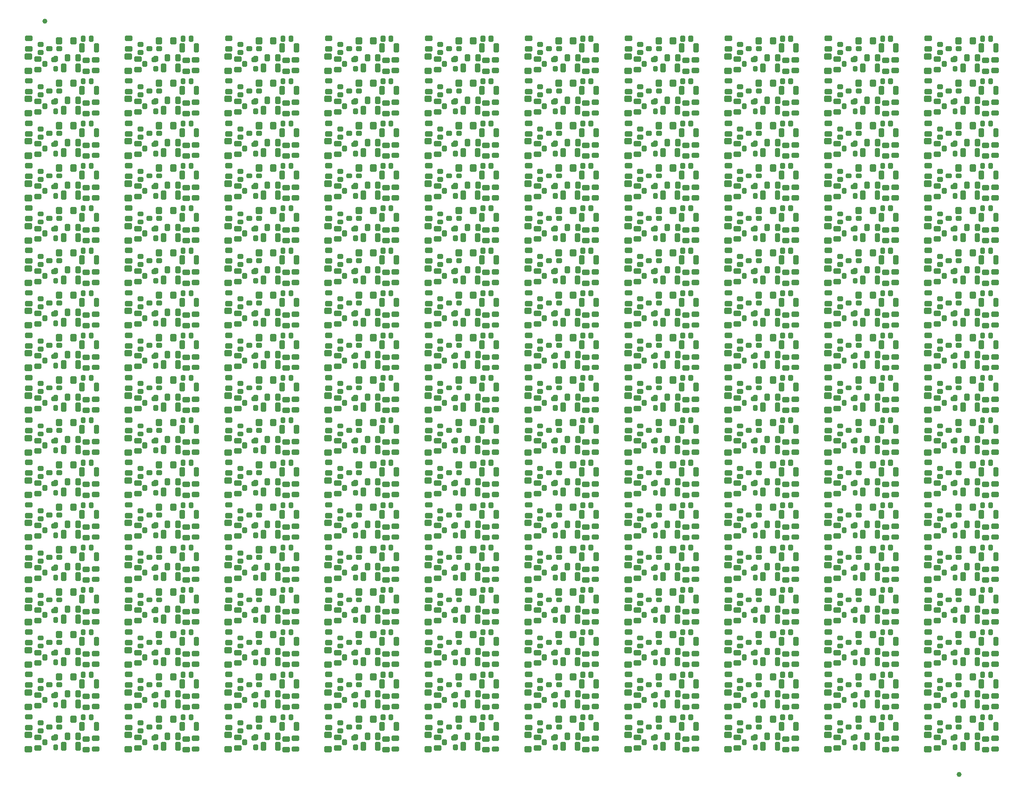
<source format=gbr>
G04 CAM350 V9.0 (Build 156) Date:  Fri Dec 11 16:38:29 2015 *
G04 Database: C:\Users\Expert\Documents\Gerber\Klaschka 605.cam *
G04 Layer 14: d161405gtp *
%FSLAX26Y26*%
%MOIN*%
%SFA1.000B1.000*%

%MIA0B0*%
%IPPOS*%
%ADD26C,0.02400*%
%ADD28C,0.03937*%
%LNd161405gtp*%
%LPD*%
G54D28*
X393701Y6152014D03*
X7594409Y218110D03*
G54D26*
X283480Y580591D02*
G01X247480D01*
Y600591*
X283480*
Y580591*
X247480Y590591D02*
G01X283480D01*
Y664591D02*
G01X247480D01*
Y683591*
X283480*
Y664591*
X247480Y674591D02*
G01X283480D01*
X345480Y572591D02*
G01X369480D01*
Y556591*
X345480*
Y572591*
X369480Y564591D02*
G01X345480D01*
Y635591D02*
G01X369480D01*
Y619591*
X345480*
Y635591*
X369480Y627591D02*
G01X345480D01*
X318480Y522591D02*
G01X354480D01*
Y502591*
X318480*
Y522591*
X354480Y512591D02*
G01X318480D01*
Y439591D02*
G01X354480D01*
Y419591*
X318480*
Y439591*
X354480Y429591D02*
G01X318480D01*
X469480Y501591D02*
G01Y525591D01*
X484480*
Y501591*
X469480*
X477480Y525591D02*
G01Y501591D01*
X469480Y423591D02*
G01Y446591D01*
X484480*
Y423591*
X469480*
X477480Y446591D02*
G01Y423591D01*
X382480Y462591D02*
G01Y486591D01*
X398480*
Y462591*
X382480*
X390480Y486591D02*
G01Y462591D01*
X517480Y672591D02*
G01Y637591D01*
X489480*
Y672591*
X517480*
X507480Y662591D02*
G01Y647591D01*
X499480*
Y662591*
X507480*
X503480Y637591D02*
G01Y672591D01*
X630480D02*
G01Y637591D01*
X602480*
Y672591*
X630480*
X620480Y662591D02*
G01Y647591D01*
X612480*
Y662591*
X620480*
X616480Y637591D02*
G01Y672591D01*
X438480Y585591D02*
G01X414480D01*
Y601591*
X438480*
Y585591*
X414480Y593591D02*
G01X438480D01*
X516480Y585591D02*
G01X493480D01*
Y601591*
X516480*
Y585591*
X493480Y593591D02*
G01X516480D01*
X477480Y499591D02*
G01X454480D01*
Y514591*
X477480*
Y499591*
X454480Y506591D02*
G01X477480D01*
X243480Y432591D02*
G01X279480D01*
Y404591*
X243480*
Y432591*
X253480Y422591D02*
G01X269480D01*
Y414591*
X253480*
Y422591*
X279480Y418591D02*
G01X243480D01*
Y545591D02*
G01X279480D01*
Y518591*
X243480*
Y545591*
X253480Y535591D02*
G01X269480D01*
Y527591*
X253480*
Y535591*
X279480Y531591D02*
G01X243480D01*
X694480Y623591D02*
G01Y576591D01*
X674480*
Y623591*
X694480*
X684480Y576591D02*
G01Y623591D01*
X807480D02*
G01Y576591D01*
X788480*
Y623591*
X807480*
X797480Y576591D02*
G01Y623591D01*
X809480Y411591D02*
G01X773480D01*
Y430591*
X809480*
Y411591*
X773480Y420591D02*
G01X809480D01*
Y494591D02*
G01X773480D01*
Y514591*
X809480*
Y494591*
X773480Y504591D02*
G01X809480D01*
X734480Y406591D02*
G01X699480D01*
Y426591*
X734480*
Y406591*
X699480Y416591D02*
G01X734480D01*
Y490591D02*
G01X699480D01*
Y510591*
X734480*
Y490591*
X699480Y500591D02*
G01X734480D01*
X663480Y538591D02*
G01Y503591D01*
X643480*
Y538591*
X663480*
X653480Y503591D02*
G01Y538591D01*
X580480D02*
G01Y503591D01*
X560480*
Y538591*
X580480*
X570480Y503591D02*
G01Y538591D01*
X548480Y465591D02*
G01Y418591D01*
X528480*
Y465591*
X548480*
X538480Y418591D02*
G01Y465591D01*
X661480D02*
G01Y418591D01*
X642480*
Y465591*
X661480*
X651480Y418591D02*
G01Y465591D01*
X700480Y683591D02*
G01Y659591D01*
X685480*
Y683591*
X700480*
X693480Y659591D02*
G01Y683591D01*
X763480D02*
G01Y659591D01*
X748480*
Y683591*
X763480*
X756480Y659591D02*
G01Y683591D01*
X283480Y914590D02*
G01X247480D01*
Y934590*
X283480*
Y914590*
X247480Y924590D02*
G01X283480D01*
Y998590D02*
G01X247480D01*
Y1017590*
X283480*
Y998590*
X247480Y1008590D02*
G01X283480D01*
X345480Y906590D02*
G01X369480D01*
Y890590*
X345480*
Y906590*
X369480Y898590D02*
G01X345480D01*
Y969590D02*
G01X369480D01*
Y953590*
X345480*
Y969590*
X369480Y961590D02*
G01X345480D01*
X318480Y856590D02*
G01X354480D01*
Y836590*
X318480*
Y856590*
X354480Y846590D02*
G01X318480D01*
Y773590D02*
G01X354480D01*
Y753590*
X318480*
Y773590*
X354480Y763590D02*
G01X318480D01*
X469480Y835590D02*
G01Y859590D01*
X484480*
Y835590*
X469480*
X477480Y859590D02*
G01Y835590D01*
X469480Y757590D02*
G01Y780590D01*
X484480*
Y757590*
X469480*
X477480Y780590D02*
G01Y757590D01*
X382480Y796590D02*
G01Y820590D01*
X398480*
Y796590*
X382480*
X390480Y820590D02*
G01Y796590D01*
X517480Y1006590D02*
G01Y971590D01*
X489480*
Y1006590*
X517480*
X507480Y996590D02*
G01Y981590D01*
X499480*
Y996590*
X507480*
X503480Y971590D02*
G01Y1006590D01*
X630480D02*
G01Y971590D01*
X602480*
Y1006590*
X630480*
X620480Y996590D02*
G01Y981590D01*
X612480*
Y996590*
X620480*
X616480Y971590D02*
G01Y1006590D01*
X438480Y919590D02*
G01X414480D01*
Y935590*
X438480*
Y919590*
X414480Y927590D02*
G01X438480D01*
X516480Y919590D02*
G01X493480D01*
Y935590*
X516480*
Y919590*
X493480Y927590D02*
G01X516480D01*
X477480Y833590D02*
G01X454480D01*
Y848590*
X477480*
Y833590*
X454480Y840590D02*
G01X477480D01*
X243480Y766590D02*
G01X279480D01*
Y738590*
X243480*
Y766590*
X253480Y756590D02*
G01X269480D01*
Y748590*
X253480*
Y756590*
X279480Y752590D02*
G01X243480D01*
Y879590D02*
G01X279480D01*
Y852590*
X243480*
Y879590*
X253480Y869590D02*
G01X269480D01*
Y861590*
X253480*
Y869590*
X279480Y865590D02*
G01X243480D01*
X694480Y957590D02*
G01Y910590D01*
X674480*
Y957590*
X694480*
X684480Y910590D02*
G01Y957590D01*
X807480D02*
G01Y910590D01*
X788480*
Y957590*
X807480*
X797480Y910590D02*
G01Y957590D01*
X809480Y745590D02*
G01X773480D01*
Y764590*
X809480*
Y745590*
X773480Y754590D02*
G01X809480D01*
Y828590D02*
G01X773480D01*
Y848590*
X809480*
Y828590*
X773480Y838590D02*
G01X809480D01*
X734480Y740590D02*
G01X699480D01*
Y760590*
X734480*
Y740590*
X699480Y750590D02*
G01X734480D01*
Y824590D02*
G01X699480D01*
Y844590*
X734480*
Y824590*
X699480Y834590D02*
G01X734480D01*
X663480Y872590D02*
G01Y837590D01*
X643480*
Y872590*
X663480*
X653480Y837590D02*
G01Y872590D01*
X580480D02*
G01Y837590D01*
X560480*
Y872590*
X580480*
X570480Y837590D02*
G01Y872590D01*
X548480Y799590D02*
G01Y752590D01*
X528480*
Y799590*
X548480*
X538480Y752590D02*
G01Y799590D01*
X661480D02*
G01Y752590D01*
X642480*
Y799590*
X661480*
X651480Y752590D02*
G01Y799590D01*
X700480Y1017590D02*
G01Y993590D01*
X685480*
Y1017590*
X700480*
X693480Y993590D02*
G01Y1017590D01*
X763480D02*
G01Y993590D01*
X748480*
Y1017590*
X763480*
X756480Y993590D02*
G01Y1017590D01*
X283480Y1248590D02*
G01X247480D01*
Y1268590*
X283480*
Y1248590*
X247480Y1258590D02*
G01X283480D01*
Y1332590D02*
G01X247480D01*
Y1351590*
X283480*
Y1332590*
X247480Y1342590D02*
G01X283480D01*
X345480Y1240590D02*
G01X369480D01*
Y1224590*
X345480*
Y1240590*
X369480Y1232590D02*
G01X345480D01*
Y1303590D02*
G01X369480D01*
Y1287590*
X345480*
Y1303590*
X369480Y1295590D02*
G01X345480D01*
X318480Y1190590D02*
G01X354480D01*
Y1170590*
X318480*
Y1190590*
X354480Y1180590D02*
G01X318480D01*
Y1107590D02*
G01X354480D01*
Y1087590*
X318480*
Y1107590*
X354480Y1097590D02*
G01X318480D01*
X469480Y1169590D02*
G01Y1193590D01*
X484480*
Y1169590*
X469480*
X477480Y1193590D02*
G01Y1169590D01*
X469480Y1091590D02*
G01Y1114590D01*
X484480*
Y1091590*
X469480*
X477480Y1114590D02*
G01Y1091590D01*
X382480Y1130590D02*
G01Y1154590D01*
X398480*
Y1130590*
X382480*
X390480Y1154590D02*
G01Y1130590D01*
X517480Y1340590D02*
G01Y1305590D01*
X489480*
Y1340590*
X517480*
X507480Y1330590D02*
G01Y1315590D01*
X499480*
Y1330590*
X507480*
X503480Y1305590D02*
G01Y1340590D01*
X630480D02*
G01Y1305590D01*
X602480*
Y1340590*
X630480*
X620480Y1330590D02*
G01Y1315590D01*
X612480*
Y1330590*
X620480*
X616480Y1305590D02*
G01Y1340590D01*
X438480Y1253590D02*
G01X414480D01*
Y1269590*
X438480*
Y1253590*
X414480Y1261590D02*
G01X438480D01*
X516480Y1253590D02*
G01X493480D01*
Y1269590*
X516480*
Y1253590*
X493480Y1261590D02*
G01X516480D01*
X477480Y1167590D02*
G01X454480D01*
Y1182590*
X477480*
Y1167590*
X454480Y1174590D02*
G01X477480D01*
X243480Y1100590D02*
G01X279480D01*
Y1072590*
X243480*
Y1100590*
X253480Y1090590D02*
G01X269480D01*
Y1082590*
X253480*
Y1090590*
X279480Y1086590D02*
G01X243480D01*
Y1213590D02*
G01X279480D01*
Y1186590*
X243480*
Y1213590*
X253480Y1203590D02*
G01X269480D01*
Y1195590*
X253480*
Y1203590*
X279480Y1199590D02*
G01X243480D01*
X694480Y1291590D02*
G01Y1244590D01*
X674480*
Y1291590*
X694480*
X684480Y1244590D02*
G01Y1291590D01*
X807480D02*
G01Y1244590D01*
X788480*
Y1291590*
X807480*
X797480Y1244590D02*
G01Y1291590D01*
X809480Y1079590D02*
G01X773480D01*
Y1098590*
X809480*
Y1079590*
X773480Y1088590D02*
G01X809480D01*
Y1162590D02*
G01X773480D01*
Y1182590*
X809480*
Y1162590*
X773480Y1172590D02*
G01X809480D01*
X734480Y1074590D02*
G01X699480D01*
Y1094590*
X734480*
Y1074590*
X699480Y1084590D02*
G01X734480D01*
Y1158590D02*
G01X699480D01*
Y1178590*
X734480*
Y1158590*
X699480Y1168590D02*
G01X734480D01*
X663480Y1206590D02*
G01Y1171590D01*
X643480*
Y1206590*
X663480*
X653480Y1171590D02*
G01Y1206590D01*
X580480D02*
G01Y1171590D01*
X560480*
Y1206590*
X580480*
X570480Y1171590D02*
G01Y1206590D01*
X548480Y1133590D02*
G01Y1086590D01*
X528480*
Y1133590*
X548480*
X538480Y1086590D02*
G01Y1133590D01*
X661480D02*
G01Y1086590D01*
X642480*
Y1133590*
X661480*
X651480Y1086590D02*
G01Y1133590D01*
X700480Y1351590D02*
G01Y1327590D01*
X685480*
Y1351590*
X700480*
X693480Y1327590D02*
G01Y1351590D01*
X763480D02*
G01Y1327590D01*
X748480*
Y1351590*
X763480*
X756480Y1327590D02*
G01Y1351590D01*
X283480Y1582590D02*
G01X247480D01*
Y1602590*
X283480*
Y1582590*
X247480Y1592590D02*
G01X283480D01*
Y1666590D02*
G01X247480D01*
Y1685590*
X283480*
Y1666590*
X247480Y1676590D02*
G01X283480D01*
X345480Y1574590D02*
G01X369480D01*
Y1558590*
X345480*
Y1574590*
X369480Y1566590D02*
G01X345480D01*
Y1637590D02*
G01X369480D01*
Y1621590*
X345480*
Y1637590*
X369480Y1629590D02*
G01X345480D01*
X318480Y1524590D02*
G01X354480D01*
Y1504590*
X318480*
Y1524590*
X354480Y1514590D02*
G01X318480D01*
Y1441590D02*
G01X354480D01*
Y1421590*
X318480*
Y1441590*
X354480Y1431590D02*
G01X318480D01*
X469480Y1503590D02*
G01Y1527590D01*
X484480*
Y1503590*
X469480*
X477480Y1527590D02*
G01Y1503590D01*
X469480Y1425590D02*
G01Y1448590D01*
X484480*
Y1425590*
X469480*
X477480Y1448590D02*
G01Y1425590D01*
X382480Y1464590D02*
G01Y1488590D01*
X398480*
Y1464590*
X382480*
X390480Y1488590D02*
G01Y1464590D01*
X517480Y1674590D02*
G01Y1639590D01*
X489480*
Y1674590*
X517480*
X507480Y1664590D02*
G01Y1649590D01*
X499480*
Y1664590*
X507480*
X503480Y1639590D02*
G01Y1674590D01*
X630480D02*
G01Y1639590D01*
X602480*
Y1674590*
X630480*
X620480Y1664590D02*
G01Y1649590D01*
X612480*
Y1664590*
X620480*
X616480Y1639590D02*
G01Y1674590D01*
X438480Y1587590D02*
G01X414480D01*
Y1603590*
X438480*
Y1587590*
X414480Y1595590D02*
G01X438480D01*
X516480Y1587590D02*
G01X493480D01*
Y1603590*
X516480*
Y1587590*
X493480Y1595590D02*
G01X516480D01*
X477480Y1501590D02*
G01X454480D01*
Y1516590*
X477480*
Y1501590*
X454480Y1508590D02*
G01X477480D01*
X243480Y1434590D02*
G01X279480D01*
Y1406590*
X243480*
Y1434590*
X253480Y1424590D02*
G01X269480D01*
Y1416590*
X253480*
Y1424590*
X279480Y1420590D02*
G01X243480D01*
Y1547590D02*
G01X279480D01*
Y1520590*
X243480*
Y1547590*
X253480Y1537590D02*
G01X269480D01*
Y1529590*
X253480*
Y1537590*
X279480Y1533590D02*
G01X243480D01*
X694480Y1625590D02*
G01Y1578590D01*
X674480*
Y1625590*
X694480*
X684480Y1578590D02*
G01Y1625590D01*
X807480D02*
G01Y1578590D01*
X788480*
Y1625590*
X807480*
X797480Y1578590D02*
G01Y1625590D01*
X809480Y1413590D02*
G01X773480D01*
Y1432590*
X809480*
Y1413590*
X773480Y1422590D02*
G01X809480D01*
Y1496590D02*
G01X773480D01*
Y1516590*
X809480*
Y1496590*
X773480Y1506590D02*
G01X809480D01*
X734480Y1408590D02*
G01X699480D01*
Y1428590*
X734480*
Y1408590*
X699480Y1418590D02*
G01X734480D01*
Y1492590D02*
G01X699480D01*
Y1512590*
X734480*
Y1492590*
X699480Y1502590D02*
G01X734480D01*
X663480Y1540590D02*
G01Y1505590D01*
X643480*
Y1540590*
X663480*
X653480Y1505590D02*
G01Y1540590D01*
X580480D02*
G01Y1505590D01*
X560480*
Y1540590*
X580480*
X570480Y1505590D02*
G01Y1540590D01*
X548480Y1467590D02*
G01Y1420590D01*
X528480*
Y1467590*
X548480*
X538480Y1420590D02*
G01Y1467590D01*
X661480D02*
G01Y1420590D01*
X642480*
Y1467590*
X661480*
X651480Y1420590D02*
G01Y1467590D01*
X700480Y1685590D02*
G01Y1661590D01*
X685480*
Y1685590*
X700480*
X693480Y1661590D02*
G01Y1685590D01*
X763480D02*
G01Y1661590D01*
X748480*
Y1685590*
X763480*
X756480Y1661590D02*
G01Y1685590D01*
X283480Y1916590D02*
G01X247480D01*
Y1936590*
X283480*
Y1916590*
X247480Y1926590D02*
G01X283480D01*
Y2000590D02*
G01X247480D01*
Y2019590*
X283480*
Y2000590*
X247480Y2010590D02*
G01X283480D01*
X345480Y1908590D02*
G01X369480D01*
Y1892590*
X345480*
Y1908590*
X369480Y1900590D02*
G01X345480D01*
Y1971590D02*
G01X369480D01*
Y1955590*
X345480*
Y1971590*
X369480Y1963590D02*
G01X345480D01*
X318480Y1858590D02*
G01X354480D01*
Y1838590*
X318480*
Y1858590*
X354480Y1848590D02*
G01X318480D01*
Y1775590D02*
G01X354480D01*
Y1755590*
X318480*
Y1775590*
X354480Y1765590D02*
G01X318480D01*
X469480Y1837590D02*
G01Y1861590D01*
X484480*
Y1837590*
X469480*
X477480Y1861590D02*
G01Y1837590D01*
X469480Y1759590D02*
G01Y1782590D01*
X484480*
Y1759590*
X469480*
X477480Y1782590D02*
G01Y1759590D01*
X382480Y1798590D02*
G01Y1822590D01*
X398480*
Y1798590*
X382480*
X390480Y1822590D02*
G01Y1798590D01*
X517480Y2008590D02*
G01Y1973590D01*
X489480*
Y2008590*
X517480*
X507480Y1998590D02*
G01Y1983590D01*
X499480*
Y1998590*
X507480*
X503480Y1973590D02*
G01Y2008590D01*
X630480D02*
G01Y1973590D01*
X602480*
Y2008590*
X630480*
X620480Y1998590D02*
G01Y1983590D01*
X612480*
Y1998590*
X620480*
X616480Y1973590D02*
G01Y2008590D01*
X438480Y1921590D02*
G01X414480D01*
Y1937590*
X438480*
Y1921590*
X414480Y1929590D02*
G01X438480D01*
X516480Y1921590D02*
G01X493480D01*
Y1937590*
X516480*
Y1921590*
X493480Y1929590D02*
G01X516480D01*
X477480Y1835590D02*
G01X454480D01*
Y1850590*
X477480*
Y1835590*
X454480Y1842590D02*
G01X477480D01*
X243480Y1768590D02*
G01X279480D01*
Y1740590*
X243480*
Y1768590*
X253480Y1758590D02*
G01X269480D01*
Y1750590*
X253480*
Y1758590*
X279480Y1754590D02*
G01X243480D01*
Y1881590D02*
G01X279480D01*
Y1854590*
X243480*
Y1881590*
X253480Y1871590D02*
G01X269480D01*
Y1863590*
X253480*
Y1871590*
X279480Y1867590D02*
G01X243480D01*
X694480Y1959590D02*
G01Y1912590D01*
X674480*
Y1959590*
X694480*
X684480Y1912590D02*
G01Y1959590D01*
X807480D02*
G01Y1912590D01*
X788480*
Y1959590*
X807480*
X797480Y1912590D02*
G01Y1959590D01*
X809480Y1747590D02*
G01X773480D01*
Y1766590*
X809480*
Y1747590*
X773480Y1756590D02*
G01X809480D01*
Y1830590D02*
G01X773480D01*
Y1850590*
X809480*
Y1830590*
X773480Y1840590D02*
G01X809480D01*
X734480Y1742590D02*
G01X699480D01*
Y1762590*
X734480*
Y1742590*
X699480Y1752590D02*
G01X734480D01*
Y1826590D02*
G01X699480D01*
Y1846590*
X734480*
Y1826590*
X699480Y1836590D02*
G01X734480D01*
X663480Y1874590D02*
G01Y1839590D01*
X643480*
Y1874590*
X663480*
X653480Y1839590D02*
G01Y1874590D01*
X580480D02*
G01Y1839590D01*
X560480*
Y1874590*
X580480*
X570480Y1839590D02*
G01Y1874590D01*
X548480Y1801590D02*
G01Y1754590D01*
X528480*
Y1801590*
X548480*
X538480Y1754590D02*
G01Y1801590D01*
X661480D02*
G01Y1754590D01*
X642480*
Y1801590*
X661480*
X651480Y1754590D02*
G01Y1801590D01*
X700480Y2019590D02*
G01Y1995590D01*
X685480*
Y2019590*
X700480*
X693480Y1995590D02*
G01Y2019590D01*
X763480D02*
G01Y1995590D01*
X748480*
Y2019590*
X763480*
X756480Y1995590D02*
G01Y2019590D01*
X283480Y2250590D02*
G01X247480D01*
Y2270590*
X283480*
Y2250590*
X247480Y2260590D02*
G01X283480D01*
Y2334590D02*
G01X247480D01*
Y2353590*
X283480*
Y2334590*
X247480Y2344590D02*
G01X283480D01*
X345480Y2242590D02*
G01X369480D01*
Y2226590*
X345480*
Y2242590*
X369480Y2234590D02*
G01X345480D01*
Y2305590D02*
G01X369480D01*
Y2289590*
X345480*
Y2305590*
X369480Y2297590D02*
G01X345480D01*
X318480Y2192590D02*
G01X354480D01*
Y2172590*
X318480*
Y2192590*
X354480Y2182590D02*
G01X318480D01*
Y2109590D02*
G01X354480D01*
Y2089590*
X318480*
Y2109590*
X354480Y2099590D02*
G01X318480D01*
X469480Y2171590D02*
G01Y2195590D01*
X484480*
Y2171590*
X469480*
X477480Y2195590D02*
G01Y2171590D01*
X469480Y2093590D02*
G01Y2116590D01*
X484480*
Y2093590*
X469480*
X477480Y2116590D02*
G01Y2093590D01*
X382480Y2132590D02*
G01Y2156590D01*
X398480*
Y2132590*
X382480*
X390480Y2156590D02*
G01Y2132590D01*
X517480Y2342590D02*
G01Y2307590D01*
X489480*
Y2342590*
X517480*
X507480Y2332590D02*
G01Y2317590D01*
X499480*
Y2332590*
X507480*
X503480Y2307590D02*
G01Y2342590D01*
X630480D02*
G01Y2307590D01*
X602480*
Y2342590*
X630480*
X620480Y2332590D02*
G01Y2317590D01*
X612480*
Y2332590*
X620480*
X616480Y2307590D02*
G01Y2342590D01*
X438480Y2255590D02*
G01X414480D01*
Y2271590*
X438480*
Y2255590*
X414480Y2263590D02*
G01X438480D01*
X516480Y2255590D02*
G01X493480D01*
Y2271590*
X516480*
Y2255590*
X493480Y2263590D02*
G01X516480D01*
X477480Y2169590D02*
G01X454480D01*
Y2184590*
X477480*
Y2169590*
X454480Y2176590D02*
G01X477480D01*
X243480Y2102590D02*
G01X279480D01*
Y2074590*
X243480*
Y2102590*
X253480Y2092590D02*
G01X269480D01*
Y2084590*
X253480*
Y2092590*
X279480Y2088590D02*
G01X243480D01*
Y2215590D02*
G01X279480D01*
Y2188590*
X243480*
Y2215590*
X253480Y2205590D02*
G01X269480D01*
Y2197590*
X253480*
Y2205590*
X279480Y2201590D02*
G01X243480D01*
X694480Y2293590D02*
G01Y2246590D01*
X674480*
Y2293590*
X694480*
X684480Y2246590D02*
G01Y2293590D01*
X807480D02*
G01Y2246590D01*
X788480*
Y2293590*
X807480*
X797480Y2246590D02*
G01Y2293590D01*
X809480Y2081590D02*
G01X773480D01*
Y2100590*
X809480*
Y2081590*
X773480Y2090590D02*
G01X809480D01*
Y2164590D02*
G01X773480D01*
Y2184590*
X809480*
Y2164590*
X773480Y2174590D02*
G01X809480D01*
X734480Y2076590D02*
G01X699480D01*
Y2096590*
X734480*
Y2076590*
X699480Y2086590D02*
G01X734480D01*
Y2160590D02*
G01X699480D01*
Y2180590*
X734480*
Y2160590*
X699480Y2170590D02*
G01X734480D01*
X663480Y2208590D02*
G01Y2173590D01*
X643480*
Y2208590*
X663480*
X653480Y2173590D02*
G01Y2208590D01*
X580480D02*
G01Y2173590D01*
X560480*
Y2208590*
X580480*
X570480Y2173590D02*
G01Y2208590D01*
X548480Y2135590D02*
G01Y2088590D01*
X528480*
Y2135590*
X548480*
X538480Y2088590D02*
G01Y2135590D01*
X661480D02*
G01Y2088590D01*
X642480*
Y2135590*
X661480*
X651480Y2088590D02*
G01Y2135590D01*
X700480Y2353590D02*
G01Y2329590D01*
X685480*
Y2353590*
X700480*
X693480Y2329590D02*
G01Y2353590D01*
X763480D02*
G01Y2329590D01*
X748480*
Y2353590*
X763480*
X756480Y2329590D02*
G01Y2353590D01*
X283480Y2584590D02*
G01X247480D01*
Y2604590*
X283480*
Y2584590*
X247480Y2594590D02*
G01X283480D01*
Y2668590D02*
G01X247480D01*
Y2687590*
X283480*
Y2668590*
X247480Y2678590D02*
G01X283480D01*
X345480Y2576590D02*
G01X369480D01*
Y2560590*
X345480*
Y2576590*
X369480Y2568590D02*
G01X345480D01*
Y2639590D02*
G01X369480D01*
Y2623590*
X345480*
Y2639590*
X369480Y2631590D02*
G01X345480D01*
X318480Y2526590D02*
G01X354480D01*
Y2506590*
X318480*
Y2526590*
X354480Y2516590D02*
G01X318480D01*
Y2443590D02*
G01X354480D01*
Y2423590*
X318480*
Y2443590*
X354480Y2433590D02*
G01X318480D01*
X469480Y2505590D02*
G01Y2529590D01*
X484480*
Y2505590*
X469480*
X477480Y2529590D02*
G01Y2505590D01*
X469480Y2427590D02*
G01Y2450590D01*
X484480*
Y2427590*
X469480*
X477480Y2450590D02*
G01Y2427590D01*
X382480Y2466590D02*
G01Y2490590D01*
X398480*
Y2466590*
X382480*
X390480Y2490590D02*
G01Y2466590D01*
X517480Y2676590D02*
G01Y2641590D01*
X489480*
Y2676590*
X517480*
X507480Y2666590D02*
G01Y2651590D01*
X499480*
Y2666590*
X507480*
X503480Y2641590D02*
G01Y2676590D01*
X630480D02*
G01Y2641590D01*
X602480*
Y2676590*
X630480*
X620480Y2666590D02*
G01Y2651590D01*
X612480*
Y2666590*
X620480*
X616480Y2641590D02*
G01Y2676590D01*
X438480Y2589590D02*
G01X414480D01*
Y2605590*
X438480*
Y2589590*
X414480Y2597590D02*
G01X438480D01*
X516480Y2589590D02*
G01X493480D01*
Y2605590*
X516480*
Y2589590*
X493480Y2597590D02*
G01X516480D01*
X477480Y2503590D02*
G01X454480D01*
Y2518590*
X477480*
Y2503590*
X454480Y2510590D02*
G01X477480D01*
X243480Y2436590D02*
G01X279480D01*
Y2408590*
X243480*
Y2436590*
X253480Y2426590D02*
G01X269480D01*
Y2418590*
X253480*
Y2426590*
X279480Y2422590D02*
G01X243480D01*
Y2549590D02*
G01X279480D01*
Y2522590*
X243480*
Y2549590*
X253480Y2539590D02*
G01X269480D01*
Y2531590*
X253480*
Y2539590*
X279480Y2535590D02*
G01X243480D01*
X694480Y2627590D02*
G01Y2580590D01*
X674480*
Y2627590*
X694480*
X684480Y2580590D02*
G01Y2627590D01*
X807480D02*
G01Y2580590D01*
X788480*
Y2627590*
X807480*
X797480Y2580590D02*
G01Y2627590D01*
X809480Y2415590D02*
G01X773480D01*
Y2434590*
X809480*
Y2415590*
X773480Y2424590D02*
G01X809480D01*
Y2498590D02*
G01X773480D01*
Y2518590*
X809480*
Y2498590*
X773480Y2508590D02*
G01X809480D01*
X734480Y2410590D02*
G01X699480D01*
Y2430590*
X734480*
Y2410590*
X699480Y2420590D02*
G01X734480D01*
Y2494590D02*
G01X699480D01*
Y2514590*
X734480*
Y2494590*
X699480Y2504590D02*
G01X734480D01*
X663480Y2542590D02*
G01Y2507590D01*
X643480*
Y2542590*
X663480*
X653480Y2507590D02*
G01Y2542590D01*
X580480D02*
G01Y2507590D01*
X560480*
Y2542590*
X580480*
X570480Y2507590D02*
G01Y2542590D01*
X548480Y2469590D02*
G01Y2422590D01*
X528480*
Y2469590*
X548480*
X538480Y2422590D02*
G01Y2469590D01*
X661480D02*
G01Y2422590D01*
X642480*
Y2469590*
X661480*
X651480Y2422590D02*
G01Y2469590D01*
X700480Y2687590D02*
G01Y2663590D01*
X685480*
Y2687590*
X700480*
X693480Y2663590D02*
G01Y2687590D01*
X763480D02*
G01Y2663590D01*
X748480*
Y2687590*
X763480*
X756480Y2663590D02*
G01Y2687590D01*
X283480Y2918590D02*
G01X247480D01*
Y2938590*
X283480*
Y2918590*
X247480Y2928590D02*
G01X283480D01*
Y3002590D02*
G01X247480D01*
Y3021590*
X283480*
Y3002590*
X247480Y3012590D02*
G01X283480D01*
X345480Y2910590D02*
G01X369480D01*
Y2894590*
X345480*
Y2910590*
X369480Y2902590D02*
G01X345480D01*
Y2973590D02*
G01X369480D01*
Y2957590*
X345480*
Y2973590*
X369480Y2965590D02*
G01X345480D01*
X318480Y2860590D02*
G01X354480D01*
Y2840590*
X318480*
Y2860590*
X354480Y2850590D02*
G01X318480D01*
Y2777590D02*
G01X354480D01*
Y2757590*
X318480*
Y2777590*
X354480Y2767590D02*
G01X318480D01*
X469480Y2839590D02*
G01Y2863590D01*
X484480*
Y2839590*
X469480*
X477480Y2863590D02*
G01Y2839590D01*
X469480Y2761590D02*
G01Y2784590D01*
X484480*
Y2761590*
X469480*
X477480Y2784590D02*
G01Y2761590D01*
X382480Y2800590D02*
G01Y2824590D01*
X398480*
Y2800590*
X382480*
X390480Y2824590D02*
G01Y2800590D01*
X517480Y3010590D02*
G01Y2975590D01*
X489480*
Y3010590*
X517480*
X507480Y3000590D02*
G01Y2985590D01*
X499480*
Y3000590*
X507480*
X503480Y2975590D02*
G01Y3010590D01*
X630480D02*
G01Y2975590D01*
X602480*
Y3010590*
X630480*
X620480Y3000590D02*
G01Y2985590D01*
X612480*
Y3000590*
X620480*
X616480Y2975590D02*
G01Y3010590D01*
X438480Y2923590D02*
G01X414480D01*
Y2939590*
X438480*
Y2923590*
X414480Y2931590D02*
G01X438480D01*
X516480Y2923590D02*
G01X493480D01*
Y2939590*
X516480*
Y2923590*
X493480Y2931590D02*
G01X516480D01*
X477480Y2837590D02*
G01X454480D01*
Y2852590*
X477480*
Y2837590*
X454480Y2844590D02*
G01X477480D01*
X243480Y2770590D02*
G01X279480D01*
Y2742590*
X243480*
Y2770590*
X253480Y2760590D02*
G01X269480D01*
Y2752590*
X253480*
Y2760590*
X279480Y2756590D02*
G01X243480D01*
Y2883590D02*
G01X279480D01*
Y2856590*
X243480*
Y2883590*
X253480Y2873590D02*
G01X269480D01*
Y2865590*
X253480*
Y2873590*
X279480Y2869590D02*
G01X243480D01*
X694480Y2961590D02*
G01Y2914590D01*
X674480*
Y2961590*
X694480*
X684480Y2914590D02*
G01Y2961590D01*
X807480D02*
G01Y2914590D01*
X788480*
Y2961590*
X807480*
X797480Y2914590D02*
G01Y2961590D01*
X809480Y2749590D02*
G01X773480D01*
Y2768590*
X809480*
Y2749590*
X773480Y2758590D02*
G01X809480D01*
Y2832590D02*
G01X773480D01*
Y2852590*
X809480*
Y2832590*
X773480Y2842590D02*
G01X809480D01*
X734480Y2744590D02*
G01X699480D01*
Y2764590*
X734480*
Y2744590*
X699480Y2754590D02*
G01X734480D01*
Y2828590D02*
G01X699480D01*
Y2848590*
X734480*
Y2828590*
X699480Y2838590D02*
G01X734480D01*
X663480Y2876590D02*
G01Y2841590D01*
X643480*
Y2876590*
X663480*
X653480Y2841590D02*
G01Y2876590D01*
X580480D02*
G01Y2841590D01*
X560480*
Y2876590*
X580480*
X570480Y2841590D02*
G01Y2876590D01*
X548480Y2803590D02*
G01Y2756590D01*
X528480*
Y2803590*
X548480*
X538480Y2756590D02*
G01Y2803590D01*
X661480D02*
G01Y2756590D01*
X642480*
Y2803590*
X661480*
X651480Y2756590D02*
G01Y2803590D01*
X700480Y3021590D02*
G01Y2997590D01*
X685480*
Y3021590*
X700480*
X693480Y2997590D02*
G01Y3021590D01*
X763480D02*
G01Y2997590D01*
X748480*
Y3021590*
X763480*
X756480Y2997590D02*
G01Y3021590D01*
X283480Y3252590D02*
G01X247480D01*
Y3272590*
X283480*
Y3252590*
X247480Y3262590D02*
G01X283480D01*
Y3336590D02*
G01X247480D01*
Y3355590*
X283480*
Y3336590*
X247480Y3346590D02*
G01X283480D01*
X345480Y3244590D02*
G01X369480D01*
Y3228590*
X345480*
Y3244590*
X369480Y3236590D02*
G01X345480D01*
Y3307590D02*
G01X369480D01*
Y3291590*
X345480*
Y3307590*
X369480Y3299590D02*
G01X345480D01*
X318480Y3194590D02*
G01X354480D01*
Y3174590*
X318480*
Y3194590*
X354480Y3184590D02*
G01X318480D01*
Y3111590D02*
G01X354480D01*
Y3091590*
X318480*
Y3111590*
X354480Y3101590D02*
G01X318480D01*
X469480Y3173590D02*
G01Y3197590D01*
X484480*
Y3173590*
X469480*
X477480Y3197590D02*
G01Y3173590D01*
X469480Y3095590D02*
G01Y3118590D01*
X484480*
Y3095590*
X469480*
X477480Y3118590D02*
G01Y3095590D01*
X382480Y3134590D02*
G01Y3158590D01*
X398480*
Y3134590*
X382480*
X390480Y3158590D02*
G01Y3134590D01*
X517480Y3344590D02*
G01Y3309590D01*
X489480*
Y3344590*
X517480*
X507480Y3334590D02*
G01Y3319590D01*
X499480*
Y3334590*
X507480*
X503480Y3309590D02*
G01Y3344590D01*
X630480D02*
G01Y3309590D01*
X602480*
Y3344590*
X630480*
X620480Y3334590D02*
G01Y3319590D01*
X612480*
Y3334590*
X620480*
X616480Y3309590D02*
G01Y3344590D01*
X438480Y3257590D02*
G01X414480D01*
Y3273590*
X438480*
Y3257590*
X414480Y3265590D02*
G01X438480D01*
X516480Y3257590D02*
G01X493480D01*
Y3273590*
X516480*
Y3257590*
X493480Y3265590D02*
G01X516480D01*
X477480Y3171590D02*
G01X454480D01*
Y3186590*
X477480*
Y3171590*
X454480Y3178590D02*
G01X477480D01*
X243480Y3104590D02*
G01X279480D01*
Y3076590*
X243480*
Y3104590*
X253480Y3094590D02*
G01X269480D01*
Y3086590*
X253480*
Y3094590*
X279480Y3090590D02*
G01X243480D01*
Y3217590D02*
G01X279480D01*
Y3190590*
X243480*
Y3217590*
X253480Y3207590D02*
G01X269480D01*
Y3199590*
X253480*
Y3207590*
X279480Y3203590D02*
G01X243480D01*
X694480Y3295590D02*
G01Y3248590D01*
X674480*
Y3295590*
X694480*
X684480Y3248590D02*
G01Y3295590D01*
X807480D02*
G01Y3248590D01*
X788480*
Y3295590*
X807480*
X797480Y3248590D02*
G01Y3295590D01*
X809480Y3083590D02*
G01X773480D01*
Y3102590*
X809480*
Y3083590*
X773480Y3092590D02*
G01X809480D01*
Y3166590D02*
G01X773480D01*
Y3186590*
X809480*
Y3166590*
X773480Y3176590D02*
G01X809480D01*
X734480Y3078590D02*
G01X699480D01*
Y3098590*
X734480*
Y3078590*
X699480Y3088590D02*
G01X734480D01*
Y3162590D02*
G01X699480D01*
Y3182590*
X734480*
Y3162590*
X699480Y3172590D02*
G01X734480D01*
X663480Y3210590D02*
G01Y3175590D01*
X643480*
Y3210590*
X663480*
X653480Y3175590D02*
G01Y3210590D01*
X580480D02*
G01Y3175590D01*
X560480*
Y3210590*
X580480*
X570480Y3175590D02*
G01Y3210590D01*
X548480Y3137590D02*
G01Y3090590D01*
X528480*
Y3137590*
X548480*
X538480Y3090590D02*
G01Y3137590D01*
X661480D02*
G01Y3090590D01*
X642480*
Y3137590*
X661480*
X651480Y3090590D02*
G01Y3137590D01*
X700480Y3355590D02*
G01Y3331590D01*
X685480*
Y3355590*
X700480*
X693480Y3331590D02*
G01Y3355590D01*
X763480D02*
G01Y3331590D01*
X748480*
Y3355590*
X763480*
X756480Y3331590D02*
G01Y3355590D01*
X283480Y3586590D02*
G01X247480D01*
Y3606590*
X283480*
Y3586590*
X247480Y3596590D02*
G01X283480D01*
Y3670590D02*
G01X247480D01*
Y3689590*
X283480*
Y3670590*
X247480Y3680590D02*
G01X283480D01*
X345480Y3578590D02*
G01X369480D01*
Y3562590*
X345480*
Y3578590*
X369480Y3570590D02*
G01X345480D01*
Y3641590D02*
G01X369480D01*
Y3625590*
X345480*
Y3641590*
X369480Y3633590D02*
G01X345480D01*
X318480Y3528590D02*
G01X354480D01*
Y3508590*
X318480*
Y3528590*
X354480Y3518590D02*
G01X318480D01*
Y3445590D02*
G01X354480D01*
Y3425590*
X318480*
Y3445590*
X354480Y3435590D02*
G01X318480D01*
X469480Y3507590D02*
G01Y3531590D01*
X484480*
Y3507590*
X469480*
X477480Y3531590D02*
G01Y3507590D01*
X469480Y3429590D02*
G01Y3452590D01*
X484480*
Y3429590*
X469480*
X477480Y3452590D02*
G01Y3429590D01*
X382480Y3468590D02*
G01Y3492590D01*
X398480*
Y3468590*
X382480*
X390480Y3492590D02*
G01Y3468590D01*
X517480Y3678590D02*
G01Y3643590D01*
X489480*
Y3678590*
X517480*
X507480Y3668590D02*
G01Y3653590D01*
X499480*
Y3668590*
X507480*
X503480Y3643590D02*
G01Y3678590D01*
X630480D02*
G01Y3643590D01*
X602480*
Y3678590*
X630480*
X620480Y3668590D02*
G01Y3653590D01*
X612480*
Y3668590*
X620480*
X616480Y3643590D02*
G01Y3678590D01*
X438480Y3591590D02*
G01X414480D01*
Y3607590*
X438480*
Y3591590*
X414480Y3599590D02*
G01X438480D01*
X516480Y3591590D02*
G01X493480D01*
Y3607590*
X516480*
Y3591590*
X493480Y3599590D02*
G01X516480D01*
X477480Y3505590D02*
G01X454480D01*
Y3520590*
X477480*
Y3505590*
X454480Y3512590D02*
G01X477480D01*
X243480Y3438590D02*
G01X279480D01*
Y3410590*
X243480*
Y3438590*
X253480Y3428590D02*
G01X269480D01*
Y3420590*
X253480*
Y3428590*
X279480Y3424590D02*
G01X243480D01*
Y3551590D02*
G01X279480D01*
Y3524590*
X243480*
Y3551590*
X253480Y3541590D02*
G01X269480D01*
Y3533590*
X253480*
Y3541590*
X279480Y3537590D02*
G01X243480D01*
X694480Y3629590D02*
G01Y3582590D01*
X674480*
Y3629590*
X694480*
X684480Y3582590D02*
G01Y3629590D01*
X807480D02*
G01Y3582590D01*
X788480*
Y3629590*
X807480*
X797480Y3582590D02*
G01Y3629590D01*
X809480Y3417590D02*
G01X773480D01*
Y3436590*
X809480*
Y3417590*
X773480Y3426590D02*
G01X809480D01*
Y3500590D02*
G01X773480D01*
Y3520590*
X809480*
Y3500590*
X773480Y3510590D02*
G01X809480D01*
X734480Y3412590D02*
G01X699480D01*
Y3432590*
X734480*
Y3412590*
X699480Y3422590D02*
G01X734480D01*
Y3496590D02*
G01X699480D01*
Y3516590*
X734480*
Y3496590*
X699480Y3506590D02*
G01X734480D01*
X663480Y3544590D02*
G01Y3509590D01*
X643480*
Y3544590*
X663480*
X653480Y3509590D02*
G01Y3544590D01*
X580480D02*
G01Y3509590D01*
X560480*
Y3544590*
X580480*
X570480Y3509590D02*
G01Y3544590D01*
X548480Y3471590D02*
G01Y3424590D01*
X528480*
Y3471590*
X548480*
X538480Y3424590D02*
G01Y3471590D01*
X661480D02*
G01Y3424590D01*
X642480*
Y3471590*
X661480*
X651480Y3424590D02*
G01Y3471590D01*
X700480Y3689590D02*
G01Y3665590D01*
X685480*
Y3689590*
X700480*
X693480Y3665590D02*
G01Y3689590D01*
X763480D02*
G01Y3665590D01*
X748480*
Y3689590*
X763480*
X756480Y3665590D02*
G01Y3689590D01*
X283480Y3920590D02*
G01X247480D01*
Y3940590*
X283480*
Y3920590*
X247480Y3930590D02*
G01X283480D01*
Y4004590D02*
G01X247480D01*
Y4023590*
X283480*
Y4004590*
X247480Y4014590D02*
G01X283480D01*
X345480Y3912590D02*
G01X369480D01*
Y3896590*
X345480*
Y3912590*
X369480Y3904590D02*
G01X345480D01*
Y3975590D02*
G01X369480D01*
Y3959590*
X345480*
Y3975590*
X369480Y3967590D02*
G01X345480D01*
X318480Y3862590D02*
G01X354480D01*
Y3842590*
X318480*
Y3862590*
X354480Y3852590D02*
G01X318480D01*
Y3779590D02*
G01X354480D01*
Y3759590*
X318480*
Y3779590*
X354480Y3769590D02*
G01X318480D01*
X469480Y3841590D02*
G01Y3865590D01*
X484480*
Y3841590*
X469480*
X477480Y3865590D02*
G01Y3841590D01*
X469480Y3763590D02*
G01Y3786590D01*
X484480*
Y3763590*
X469480*
X477480Y3786590D02*
G01Y3763590D01*
X382480Y3802590D02*
G01Y3826590D01*
X398480*
Y3802590*
X382480*
X390480Y3826590D02*
G01Y3802590D01*
X517480Y4012590D02*
G01Y3977590D01*
X489480*
Y4012590*
X517480*
X507480Y4002590D02*
G01Y3987590D01*
X499480*
Y4002590*
X507480*
X503480Y3977590D02*
G01Y4012590D01*
X630480D02*
G01Y3977590D01*
X602480*
Y4012590*
X630480*
X620480Y4002590D02*
G01Y3987590D01*
X612480*
Y4002590*
X620480*
X616480Y3977590D02*
G01Y4012590D01*
X438480Y3925590D02*
G01X414480D01*
Y3941590*
X438480*
Y3925590*
X414480Y3933590D02*
G01X438480D01*
X516480Y3925590D02*
G01X493480D01*
Y3941590*
X516480*
Y3925590*
X493480Y3933590D02*
G01X516480D01*
X477480Y3839590D02*
G01X454480D01*
Y3854590*
X477480*
Y3839590*
X454480Y3846590D02*
G01X477480D01*
X243480Y3772590D02*
G01X279480D01*
Y3744590*
X243480*
Y3772590*
X253480Y3762590D02*
G01X269480D01*
Y3754590*
X253480*
Y3762590*
X279480Y3758590D02*
G01X243480D01*
Y3885590D02*
G01X279480D01*
Y3858590*
X243480*
Y3885590*
X253480Y3875590D02*
G01X269480D01*
Y3867590*
X253480*
Y3875590*
X279480Y3871590D02*
G01X243480D01*
X694480Y3963590D02*
G01Y3916590D01*
X674480*
Y3963590*
X694480*
X684480Y3916590D02*
G01Y3963590D01*
X807480D02*
G01Y3916590D01*
X788480*
Y3963590*
X807480*
X797480Y3916590D02*
G01Y3963590D01*
X809480Y3751590D02*
G01X773480D01*
Y3770590*
X809480*
Y3751590*
X773480Y3760590D02*
G01X809480D01*
Y3834590D02*
G01X773480D01*
Y3854590*
X809480*
Y3834590*
X773480Y3844590D02*
G01X809480D01*
X734480Y3746590D02*
G01X699480D01*
Y3766590*
X734480*
Y3746590*
X699480Y3756590D02*
G01X734480D01*
Y3830590D02*
G01X699480D01*
Y3850590*
X734480*
Y3830590*
X699480Y3840590D02*
G01X734480D01*
X663480Y3878590D02*
G01Y3843590D01*
X643480*
Y3878590*
X663480*
X653480Y3843590D02*
G01Y3878590D01*
X580480D02*
G01Y3843590D01*
X560480*
Y3878590*
X580480*
X570480Y3843590D02*
G01Y3878590D01*
X548480Y3805590D02*
G01Y3758590D01*
X528480*
Y3805590*
X548480*
X538480Y3758590D02*
G01Y3805590D01*
X661480D02*
G01Y3758590D01*
X642480*
Y3805590*
X661480*
X651480Y3758590D02*
G01Y3805590D01*
X700480Y4023590D02*
G01Y3999590D01*
X685480*
Y4023590*
X700480*
X693480Y3999590D02*
G01Y4023590D01*
X763480D02*
G01Y3999590D01*
X748480*
Y4023590*
X763480*
X756480Y3999590D02*
G01Y4023590D01*
X283480Y4254589D02*
G01X247480D01*
Y4274589*
X283480*
Y4254589*
X247480Y4264589D02*
G01X283480D01*
Y4338589D02*
G01X247480D01*
Y4357589*
X283480*
Y4338589*
X247480Y4348589D02*
G01X283480D01*
X345480Y4246589D02*
G01X369480D01*
Y4230589*
X345480*
Y4246589*
X369480Y4238589D02*
G01X345480D01*
Y4309589D02*
G01X369480D01*
Y4293589*
X345480*
Y4309589*
X369480Y4301589D02*
G01X345480D01*
X318480Y4196589D02*
G01X354480D01*
Y4176589*
X318480*
Y4196589*
X354480Y4186589D02*
G01X318480D01*
Y4113589D02*
G01X354480D01*
Y4093589*
X318480*
Y4113589*
X354480Y4103589D02*
G01X318480D01*
X469480Y4175589D02*
G01Y4199589D01*
X484480*
Y4175589*
X469480*
X477480Y4199589D02*
G01Y4175589D01*
X469480Y4097589D02*
G01Y4120589D01*
X484480*
Y4097589*
X469480*
X477480Y4120589D02*
G01Y4097589D01*
X382480Y4136589D02*
G01Y4160589D01*
X398480*
Y4136589*
X382480*
X390480Y4160589D02*
G01Y4136589D01*
X517480Y4346589D02*
G01Y4311589D01*
X489480*
Y4346589*
X517480*
X507480Y4336589D02*
G01Y4321589D01*
X499480*
Y4336589*
X507480*
X503480Y4311589D02*
G01Y4346589D01*
X630480D02*
G01Y4311589D01*
X602480*
Y4346589*
X630480*
X620480Y4336589D02*
G01Y4321589D01*
X612480*
Y4336589*
X620480*
X616480Y4311589D02*
G01Y4346589D01*
X438480Y4259589D02*
G01X414480D01*
Y4275589*
X438480*
Y4259589*
X414480Y4267589D02*
G01X438480D01*
X516480Y4259589D02*
G01X493480D01*
Y4275589*
X516480*
Y4259589*
X493480Y4267589D02*
G01X516480D01*
X477480Y4173589D02*
G01X454480D01*
Y4188589*
X477480*
Y4173589*
X454480Y4180589D02*
G01X477480D01*
X243480Y4106589D02*
G01X279480D01*
Y4078589*
X243480*
Y4106589*
X253480Y4096589D02*
G01X269480D01*
Y4088589*
X253480*
Y4096589*
X279480Y4092589D02*
G01X243480D01*
Y4219589D02*
G01X279480D01*
Y4192589*
X243480*
Y4219589*
X253480Y4209589D02*
G01X269480D01*
Y4201589*
X253480*
Y4209589*
X279480Y4205589D02*
G01X243480D01*
X694480Y4297589D02*
G01Y4250589D01*
X674480*
Y4297589*
X694480*
X684480Y4250589D02*
G01Y4297589D01*
X807480D02*
G01Y4250589D01*
X788480*
Y4297589*
X807480*
X797480Y4250589D02*
G01Y4297589D01*
X809480Y4085589D02*
G01X773480D01*
Y4104589*
X809480*
Y4085589*
X773480Y4094589D02*
G01X809480D01*
Y4168589D02*
G01X773480D01*
Y4188589*
X809480*
Y4168589*
X773480Y4178589D02*
G01X809480D01*
X734480Y4080589D02*
G01X699480D01*
Y4100589*
X734480*
Y4080589*
X699480Y4090589D02*
G01X734480D01*
Y4164589D02*
G01X699480D01*
Y4184589*
X734480*
Y4164589*
X699480Y4174589D02*
G01X734480D01*
X663480Y4212589D02*
G01Y4177589D01*
X643480*
Y4212589*
X663480*
X653480Y4177589D02*
G01Y4212589D01*
X580480D02*
G01Y4177589D01*
X560480*
Y4212589*
X580480*
X570480Y4177589D02*
G01Y4212589D01*
X548480Y4139589D02*
G01Y4092589D01*
X528480*
Y4139589*
X548480*
X538480Y4092589D02*
G01Y4139589D01*
X661480D02*
G01Y4092589D01*
X642480*
Y4139589*
X661480*
X651480Y4092589D02*
G01Y4139589D01*
X700480Y4357589D02*
G01Y4333589D01*
X685480*
Y4357589*
X700480*
X693480Y4333589D02*
G01Y4357589D01*
X763480D02*
G01Y4333589D01*
X748480*
Y4357589*
X763480*
X756480Y4333589D02*
G01Y4357589D01*
X283480Y4588589D02*
G01X247480D01*
Y4608589*
X283480*
Y4588589*
X247480Y4598589D02*
G01X283480D01*
Y4672589D02*
G01X247480D01*
Y4691589*
X283480*
Y4672589*
X247480Y4682589D02*
G01X283480D01*
X345480Y4580589D02*
G01X369480D01*
Y4564589*
X345480*
Y4580589*
X369480Y4572589D02*
G01X345480D01*
Y4643589D02*
G01X369480D01*
Y4627589*
X345480*
Y4643589*
X369480Y4635589D02*
G01X345480D01*
X318480Y4530589D02*
G01X354480D01*
Y4510589*
X318480*
Y4530589*
X354480Y4520589D02*
G01X318480D01*
Y4447589D02*
G01X354480D01*
Y4427589*
X318480*
Y4447589*
X354480Y4437589D02*
G01X318480D01*
X469480Y4509589D02*
G01Y4533589D01*
X484480*
Y4509589*
X469480*
X477480Y4533589D02*
G01Y4509589D01*
X469480Y4431589D02*
G01Y4454589D01*
X484480*
Y4431589*
X469480*
X477480Y4454589D02*
G01Y4431589D01*
X382480Y4470589D02*
G01Y4494589D01*
X398480*
Y4470589*
X382480*
X390480Y4494589D02*
G01Y4470589D01*
X517480Y4680589D02*
G01Y4645589D01*
X489480*
Y4680589*
X517480*
X507480Y4670589D02*
G01Y4655589D01*
X499480*
Y4670589*
X507480*
X503480Y4645589D02*
G01Y4680589D01*
X630480D02*
G01Y4645589D01*
X602480*
Y4680589*
X630480*
X620480Y4670589D02*
G01Y4655589D01*
X612480*
Y4670589*
X620480*
X616480Y4645589D02*
G01Y4680589D01*
X438480Y4593589D02*
G01X414480D01*
Y4609589*
X438480*
Y4593589*
X414480Y4601589D02*
G01X438480D01*
X516480Y4593589D02*
G01X493480D01*
Y4609589*
X516480*
Y4593589*
X493480Y4601589D02*
G01X516480D01*
X477480Y4507589D02*
G01X454480D01*
Y4522589*
X477480*
Y4507589*
X454480Y4514589D02*
G01X477480D01*
X243480Y4440589D02*
G01X279480D01*
Y4412589*
X243480*
Y4440589*
X253480Y4430589D02*
G01X269480D01*
Y4422589*
X253480*
Y4430589*
X279480Y4426589D02*
G01X243480D01*
Y4553589D02*
G01X279480D01*
Y4526589*
X243480*
Y4553589*
X253480Y4543589D02*
G01X269480D01*
Y4535589*
X253480*
Y4543589*
X279480Y4539589D02*
G01X243480D01*
X694480Y4631589D02*
G01Y4584589D01*
X674480*
Y4631589*
X694480*
X684480Y4584589D02*
G01Y4631589D01*
X807480D02*
G01Y4584589D01*
X788480*
Y4631589*
X807480*
X797480Y4584589D02*
G01Y4631589D01*
X809480Y4419589D02*
G01X773480D01*
Y4438589*
X809480*
Y4419589*
X773480Y4428589D02*
G01X809480D01*
Y4502589D02*
G01X773480D01*
Y4522589*
X809480*
Y4502589*
X773480Y4512589D02*
G01X809480D01*
X734480Y4414589D02*
G01X699480D01*
Y4434589*
X734480*
Y4414589*
X699480Y4424589D02*
G01X734480D01*
Y4498589D02*
G01X699480D01*
Y4518589*
X734480*
Y4498589*
X699480Y4508589D02*
G01X734480D01*
X663480Y4546589D02*
G01Y4511589D01*
X643480*
Y4546589*
X663480*
X653480Y4511589D02*
G01Y4546589D01*
X580480D02*
G01Y4511589D01*
X560480*
Y4546589*
X580480*
X570480Y4511589D02*
G01Y4546589D01*
X548480Y4473589D02*
G01Y4426589D01*
X528480*
Y4473589*
X548480*
X538480Y4426589D02*
G01Y4473589D01*
X661480D02*
G01Y4426589D01*
X642480*
Y4473589*
X661480*
X651480Y4426589D02*
G01Y4473589D01*
X700480Y4691589D02*
G01Y4667589D01*
X685480*
Y4691589*
X700480*
X693480Y4667589D02*
G01Y4691589D01*
X763480D02*
G01Y4667589D01*
X748480*
Y4691589*
X763480*
X756480Y4667589D02*
G01Y4691589D01*
X283480Y4922589D02*
G01X247480D01*
Y4942589*
X283480*
Y4922589*
X247480Y4932589D02*
G01X283480D01*
Y5006589D02*
G01X247480D01*
Y5025589*
X283480*
Y5006589*
X247480Y5016589D02*
G01X283480D01*
X345480Y4914589D02*
G01X369480D01*
Y4898589*
X345480*
Y4914589*
X369480Y4906589D02*
G01X345480D01*
Y4977589D02*
G01X369480D01*
Y4961589*
X345480*
Y4977589*
X369480Y4969589D02*
G01X345480D01*
X318480Y4864589D02*
G01X354480D01*
Y4844589*
X318480*
Y4864589*
X354480Y4854589D02*
G01X318480D01*
Y4781589D02*
G01X354480D01*
Y4761589*
X318480*
Y4781589*
X354480Y4771589D02*
G01X318480D01*
X469480Y4843589D02*
G01Y4867589D01*
X484480*
Y4843589*
X469480*
X477480Y4867589D02*
G01Y4843589D01*
X469480Y4765589D02*
G01Y4788589D01*
X484480*
Y4765589*
X469480*
X477480Y4788589D02*
G01Y4765589D01*
X382480Y4804589D02*
G01Y4828589D01*
X398480*
Y4804589*
X382480*
X390480Y4828589D02*
G01Y4804589D01*
X517480Y5014589D02*
G01Y4979589D01*
X489480*
Y5014589*
X517480*
X507480Y5004589D02*
G01Y4989589D01*
X499480*
Y5004589*
X507480*
X503480Y4979589D02*
G01Y5014589D01*
X630480D02*
G01Y4979589D01*
X602480*
Y5014589*
X630480*
X620480Y5004589D02*
G01Y4989589D01*
X612480*
Y5004589*
X620480*
X616480Y4979589D02*
G01Y5014589D01*
X438480Y4927589D02*
G01X414480D01*
Y4943589*
X438480*
Y4927589*
X414480Y4935589D02*
G01X438480D01*
X516480Y4927589D02*
G01X493480D01*
Y4943589*
X516480*
Y4927589*
X493480Y4935589D02*
G01X516480D01*
X477480Y4841589D02*
G01X454480D01*
Y4856589*
X477480*
Y4841589*
X454480Y4848589D02*
G01X477480D01*
X243480Y4774589D02*
G01X279480D01*
Y4746589*
X243480*
Y4774589*
X253480Y4764589D02*
G01X269480D01*
Y4756589*
X253480*
Y4764589*
X279480Y4760589D02*
G01X243480D01*
Y4887589D02*
G01X279480D01*
Y4860589*
X243480*
Y4887589*
X253480Y4877589D02*
G01X269480D01*
Y4869589*
X253480*
Y4877589*
X279480Y4873589D02*
G01X243480D01*
X694480Y4965589D02*
G01Y4918589D01*
X674480*
Y4965589*
X694480*
X684480Y4918589D02*
G01Y4965589D01*
X807480D02*
G01Y4918589D01*
X788480*
Y4965589*
X807480*
X797480Y4918589D02*
G01Y4965589D01*
X809480Y4753589D02*
G01X773480D01*
Y4772589*
X809480*
Y4753589*
X773480Y4762589D02*
G01X809480D01*
Y4836589D02*
G01X773480D01*
Y4856589*
X809480*
Y4836589*
X773480Y4846589D02*
G01X809480D01*
X734480Y4748589D02*
G01X699480D01*
Y4768589*
X734480*
Y4748589*
X699480Y4758589D02*
G01X734480D01*
Y4832589D02*
G01X699480D01*
Y4852589*
X734480*
Y4832589*
X699480Y4842589D02*
G01X734480D01*
X663480Y4880589D02*
G01Y4845589D01*
X643480*
Y4880589*
X663480*
X653480Y4845589D02*
G01Y4880589D01*
X580480D02*
G01Y4845589D01*
X560480*
Y4880589*
X580480*
X570480Y4845589D02*
G01Y4880589D01*
X548480Y4807589D02*
G01Y4760589D01*
X528480*
Y4807589*
X548480*
X538480Y4760589D02*
G01Y4807589D01*
X661480D02*
G01Y4760589D01*
X642480*
Y4807589*
X661480*
X651480Y4760589D02*
G01Y4807589D01*
X700480Y5025589D02*
G01Y5001589D01*
X685480*
Y5025589*
X700480*
X693480Y5001589D02*
G01Y5025589D01*
X763480D02*
G01Y5001589D01*
X748480*
Y5025589*
X763480*
X756480Y5001589D02*
G01Y5025589D01*
X283480Y5256589D02*
G01X247480D01*
Y5276589*
X283480*
Y5256589*
X247480Y5266589D02*
G01X283480D01*
Y5340589D02*
G01X247480D01*
Y5359589*
X283480*
Y5340589*
X247480Y5350589D02*
G01X283480D01*
X345480Y5248589D02*
G01X369480D01*
Y5232589*
X345480*
Y5248589*
X369480Y5240589D02*
G01X345480D01*
Y5311589D02*
G01X369480D01*
Y5295589*
X345480*
Y5311589*
X369480Y5303589D02*
G01X345480D01*
X318480Y5198589D02*
G01X354480D01*
Y5178589*
X318480*
Y5198589*
X354480Y5188589D02*
G01X318480D01*
Y5115589D02*
G01X354480D01*
Y5095589*
X318480*
Y5115589*
X354480Y5105589D02*
G01X318480D01*
X469480Y5177589D02*
G01Y5201589D01*
X484480*
Y5177589*
X469480*
X477480Y5201589D02*
G01Y5177589D01*
X469480Y5099589D02*
G01Y5122589D01*
X484480*
Y5099589*
X469480*
X477480Y5122589D02*
G01Y5099589D01*
X382480Y5138589D02*
G01Y5162589D01*
X398480*
Y5138589*
X382480*
X390480Y5162589D02*
G01Y5138589D01*
X517480Y5348589D02*
G01Y5313589D01*
X489480*
Y5348589*
X517480*
X507480Y5338589D02*
G01Y5323589D01*
X499480*
Y5338589*
X507480*
X503480Y5313589D02*
G01Y5348589D01*
X630480D02*
G01Y5313589D01*
X602480*
Y5348589*
X630480*
X620480Y5338589D02*
G01Y5323589D01*
X612480*
Y5338589*
X620480*
X616480Y5313589D02*
G01Y5348589D01*
X438480Y5261589D02*
G01X414480D01*
Y5277589*
X438480*
Y5261589*
X414480Y5269589D02*
G01X438480D01*
X516480Y5261589D02*
G01X493480D01*
Y5277589*
X516480*
Y5261589*
X493480Y5269589D02*
G01X516480D01*
X477480Y5175589D02*
G01X454480D01*
Y5190589*
X477480*
Y5175589*
X454480Y5182589D02*
G01X477480D01*
X243480Y5108589D02*
G01X279480D01*
Y5080589*
X243480*
Y5108589*
X253480Y5098589D02*
G01X269480D01*
Y5090589*
X253480*
Y5098589*
X279480Y5094589D02*
G01X243480D01*
Y5221589D02*
G01X279480D01*
Y5194589*
X243480*
Y5221589*
X253480Y5211589D02*
G01X269480D01*
Y5203589*
X253480*
Y5211589*
X279480Y5207589D02*
G01X243480D01*
X694480Y5299589D02*
G01Y5252589D01*
X674480*
Y5299589*
X694480*
X684480Y5252589D02*
G01Y5299589D01*
X807480D02*
G01Y5252589D01*
X788480*
Y5299589*
X807480*
X797480Y5252589D02*
G01Y5299589D01*
X809480Y5087589D02*
G01X773480D01*
Y5106589*
X809480*
Y5087589*
X773480Y5096589D02*
G01X809480D01*
Y5170589D02*
G01X773480D01*
Y5190589*
X809480*
Y5170589*
X773480Y5180589D02*
G01X809480D01*
X734480Y5082589D02*
G01X699480D01*
Y5102589*
X734480*
Y5082589*
X699480Y5092589D02*
G01X734480D01*
Y5166589D02*
G01X699480D01*
Y5186589*
X734480*
Y5166589*
X699480Y5176589D02*
G01X734480D01*
X663480Y5214589D02*
G01Y5179589D01*
X643480*
Y5214589*
X663480*
X653480Y5179589D02*
G01Y5214589D01*
X580480D02*
G01Y5179589D01*
X560480*
Y5214589*
X580480*
X570480Y5179589D02*
G01Y5214589D01*
X548480Y5141589D02*
G01Y5094589D01*
X528480*
Y5141589*
X548480*
X538480Y5094589D02*
G01Y5141589D01*
X661480D02*
G01Y5094589D01*
X642480*
Y5141589*
X661480*
X651480Y5094589D02*
G01Y5141589D01*
X700480Y5359589D02*
G01Y5335589D01*
X685480*
Y5359589*
X700480*
X693480Y5335589D02*
G01Y5359589D01*
X763480D02*
G01Y5335589D01*
X748480*
Y5359589*
X763480*
X756480Y5335589D02*
G01Y5359589D01*
X283480Y5590589D02*
G01X247480D01*
Y5610589*
X283480*
Y5590589*
X247480Y5600589D02*
G01X283480D01*
Y5674589D02*
G01X247480D01*
Y5693589*
X283480*
Y5674589*
X247480Y5684589D02*
G01X283480D01*
X345480Y5582589D02*
G01X369480D01*
Y5566589*
X345480*
Y5582589*
X369480Y5574589D02*
G01X345480D01*
Y5645589D02*
G01X369480D01*
Y5629589*
X345480*
Y5645589*
X369480Y5637589D02*
G01X345480D01*
X318480Y5532589D02*
G01X354480D01*
Y5512589*
X318480*
Y5532589*
X354480Y5522589D02*
G01X318480D01*
Y5449589D02*
G01X354480D01*
Y5429589*
X318480*
Y5449589*
X354480Y5439589D02*
G01X318480D01*
X469480Y5511589D02*
G01Y5535589D01*
X484480*
Y5511589*
X469480*
X477480Y5535589D02*
G01Y5511589D01*
X469480Y5433589D02*
G01Y5456589D01*
X484480*
Y5433589*
X469480*
X477480Y5456589D02*
G01Y5433589D01*
X382480Y5472589D02*
G01Y5496589D01*
X398480*
Y5472589*
X382480*
X390480Y5496589D02*
G01Y5472589D01*
X517480Y5682589D02*
G01Y5647589D01*
X489480*
Y5682589*
X517480*
X507480Y5672589D02*
G01Y5657589D01*
X499480*
Y5672589*
X507480*
X503480Y5647589D02*
G01Y5682589D01*
X630480D02*
G01Y5647589D01*
X602480*
Y5682589*
X630480*
X620480Y5672589D02*
G01Y5657589D01*
X612480*
Y5672589*
X620480*
X616480Y5647589D02*
G01Y5682589D01*
X438480Y5595589D02*
G01X414480D01*
Y5611589*
X438480*
Y5595589*
X414480Y5603589D02*
G01X438480D01*
X516480Y5595589D02*
G01X493480D01*
Y5611589*
X516480*
Y5595589*
X493480Y5603589D02*
G01X516480D01*
X477480Y5509589D02*
G01X454480D01*
Y5524589*
X477480*
Y5509589*
X454480Y5516589D02*
G01X477480D01*
X243480Y5442589D02*
G01X279480D01*
Y5414589*
X243480*
Y5442589*
X253480Y5432589D02*
G01X269480D01*
Y5424589*
X253480*
Y5432589*
X279480Y5428589D02*
G01X243480D01*
Y5555589D02*
G01X279480D01*
Y5528589*
X243480*
Y5555589*
X253480Y5545589D02*
G01X269480D01*
Y5537589*
X253480*
Y5545589*
X279480Y5541589D02*
G01X243480D01*
X694480Y5633589D02*
G01Y5586589D01*
X674480*
Y5633589*
X694480*
X684480Y5586589D02*
G01Y5633589D01*
X807480D02*
G01Y5586589D01*
X788480*
Y5633589*
X807480*
X797480Y5586589D02*
G01Y5633589D01*
X809480Y5421589D02*
G01X773480D01*
Y5440589*
X809480*
Y5421589*
X773480Y5430589D02*
G01X809480D01*
Y5504589D02*
G01X773480D01*
Y5524589*
X809480*
Y5504589*
X773480Y5514589D02*
G01X809480D01*
X734480Y5416589D02*
G01X699480D01*
Y5436589*
X734480*
Y5416589*
X699480Y5426589D02*
G01X734480D01*
Y5500589D02*
G01X699480D01*
Y5520589*
X734480*
Y5500589*
X699480Y5510589D02*
G01X734480D01*
X663480Y5548589D02*
G01Y5513589D01*
X643480*
Y5548589*
X663480*
X653480Y5513589D02*
G01Y5548589D01*
X580480D02*
G01Y5513589D01*
X560480*
Y5548589*
X580480*
X570480Y5513589D02*
G01Y5548589D01*
X548480Y5475589D02*
G01Y5428589D01*
X528480*
Y5475589*
X548480*
X538480Y5428589D02*
G01Y5475589D01*
X661480D02*
G01Y5428589D01*
X642480*
Y5475589*
X661480*
X651480Y5428589D02*
G01Y5475589D01*
X700480Y5693589D02*
G01Y5669589D01*
X685480*
Y5693589*
X700480*
X693480Y5669589D02*
G01Y5693589D01*
X763480D02*
G01Y5669589D01*
X748480*
Y5693589*
X763480*
X756480Y5669589D02*
G01Y5693589D01*
X283480Y5924589D02*
G01X247480D01*
Y5944589*
X283480*
Y5924589*
X247480Y5934589D02*
G01X283480D01*
Y6008589D02*
G01X247480D01*
Y6027589*
X283480*
Y6008589*
X247480Y6018589D02*
G01X283480D01*
X345480Y5916589D02*
G01X369480D01*
Y5900589*
X345480*
Y5916589*
X369480Y5908589D02*
G01X345480D01*
Y5979589D02*
G01X369480D01*
Y5963589*
X345480*
Y5979589*
X369480Y5971589D02*
G01X345480D01*
X318480Y5866589D02*
G01X354480D01*
Y5846589*
X318480*
Y5866589*
X354480Y5856589D02*
G01X318480D01*
Y5783589D02*
G01X354480D01*
Y5763589*
X318480*
Y5783589*
X354480Y5773589D02*
G01X318480D01*
X469480Y5845589D02*
G01Y5869589D01*
X484480*
Y5845589*
X469480*
X477480Y5869589D02*
G01Y5845589D01*
X469480Y5767589D02*
G01Y5790589D01*
X484480*
Y5767589*
X469480*
X477480Y5790589D02*
G01Y5767589D01*
X382480Y5806589D02*
G01Y5830589D01*
X398480*
Y5806589*
X382480*
X390480Y5830589D02*
G01Y5806589D01*
X517480Y6016589D02*
G01Y5981589D01*
X489480*
Y6016589*
X517480*
X507480Y6006589D02*
G01Y5991589D01*
X499480*
Y6006589*
X507480*
X503480Y5981589D02*
G01Y6016589D01*
X630480D02*
G01Y5981589D01*
X602480*
Y6016589*
X630480*
X620480Y6006589D02*
G01Y5991589D01*
X612480*
Y6006589*
X620480*
X616480Y5981589D02*
G01Y6016589D01*
X438480Y5929589D02*
G01X414480D01*
Y5945589*
X438480*
Y5929589*
X414480Y5937589D02*
G01X438480D01*
X516480Y5929589D02*
G01X493480D01*
Y5945589*
X516480*
Y5929589*
X493480Y5937589D02*
G01X516480D01*
X477480Y5843589D02*
G01X454480D01*
Y5858589*
X477480*
Y5843589*
X454480Y5850589D02*
G01X477480D01*
X243480Y5776589D02*
G01X279480D01*
Y5748589*
X243480*
Y5776589*
X253480Y5766589D02*
G01X269480D01*
Y5758589*
X253480*
Y5766589*
X279480Y5762589D02*
G01X243480D01*
Y5889589D02*
G01X279480D01*
Y5862589*
X243480*
Y5889589*
X253480Y5879589D02*
G01X269480D01*
Y5871589*
X253480*
Y5879589*
X279480Y5875589D02*
G01X243480D01*
X694480Y5967589D02*
G01Y5920589D01*
X674480*
Y5967589*
X694480*
X684480Y5920589D02*
G01Y5967589D01*
X807480D02*
G01Y5920589D01*
X788480*
Y5967589*
X807480*
X797480Y5920589D02*
G01Y5967589D01*
X809480Y5755589D02*
G01X773480D01*
Y5774589*
X809480*
Y5755589*
X773480Y5764589D02*
G01X809480D01*
Y5838589D02*
G01X773480D01*
Y5858589*
X809480*
Y5838589*
X773480Y5848589D02*
G01X809480D01*
X734480Y5750589D02*
G01X699480D01*
Y5770589*
X734480*
Y5750589*
X699480Y5760589D02*
G01X734480D01*
Y5834589D02*
G01X699480D01*
Y5854589*
X734480*
Y5834589*
X699480Y5844589D02*
G01X734480D01*
X663480Y5882589D02*
G01Y5847589D01*
X643480*
Y5882589*
X663480*
X653480Y5847589D02*
G01Y5882589D01*
X580480D02*
G01Y5847589D01*
X560480*
Y5882589*
X580480*
X570480Y5847589D02*
G01Y5882589D01*
X548480Y5809589D02*
G01Y5762589D01*
X528480*
Y5809589*
X548480*
X538480Y5762589D02*
G01Y5809589D01*
X661480D02*
G01Y5762589D01*
X642480*
Y5809589*
X661480*
X651480Y5762589D02*
G01Y5809589D01*
X700480Y6027589D02*
G01Y6003589D01*
X685480*
Y6027589*
X700480*
X693480Y6003589D02*
G01Y6027589D01*
X763480D02*
G01Y6003589D01*
X748480*
Y6027589*
X763480*
X756480Y6003589D02*
G01Y6027589D01*
X1070480Y580591D02*
G01X1034480D01*
Y600591*
X1070480*
Y580591*
X1034480Y590591D02*
G01X1070480D01*
Y664591D02*
G01X1034480D01*
Y683591*
X1070480*
Y664591*
X1034480Y674591D02*
G01X1070480D01*
X1132480Y572591D02*
G01X1156480D01*
Y556591*
X1132480*
Y572591*
X1156480Y564591D02*
G01X1132480D01*
Y635591D02*
G01X1156480D01*
Y619591*
X1132480*
Y635591*
X1156480Y627591D02*
G01X1132480D01*
X1105480Y522591D02*
G01X1141480D01*
Y502591*
X1105480*
Y522591*
X1141480Y512591D02*
G01X1105480D01*
Y439591D02*
G01X1141480D01*
Y419591*
X1105480*
Y439591*
X1141480Y429591D02*
G01X1105480D01*
X1256480Y501591D02*
G01Y525591D01*
X1271480*
Y501591*
X1256480*
X1264480Y525591D02*
G01Y501591D01*
X1256480Y423591D02*
G01Y446591D01*
X1271480*
Y423591*
X1256480*
X1264480Y446591D02*
G01Y423591D01*
X1169480Y462591D02*
G01Y486591D01*
X1185480*
Y462591*
X1169480*
X1177480Y486591D02*
G01Y462591D01*
X1304480Y672591D02*
G01Y637591D01*
X1276480*
Y672591*
X1304480*
X1294480Y662591D02*
G01Y647591D01*
X1286480*
Y662591*
X1294480*
X1290480Y637591D02*
G01Y672591D01*
X1417480D02*
G01Y637591D01*
X1389480*
Y672591*
X1417480*
X1407480Y662591D02*
G01Y647591D01*
X1399480*
Y662591*
X1407480*
X1403480Y637591D02*
G01Y672591D01*
X1225480Y585591D02*
G01X1201480D01*
Y601591*
X1225480*
Y585591*
X1201480Y593591D02*
G01X1225480D01*
X1303480Y585591D02*
G01X1280480D01*
Y601591*
X1303480*
Y585591*
X1280480Y593591D02*
G01X1303480D01*
X1264480Y499591D02*
G01X1241480D01*
Y514591*
X1264480*
Y499591*
X1241480Y506591D02*
G01X1264480D01*
X1030480Y432591D02*
G01X1066480D01*
Y404591*
X1030480*
Y432591*
X1040480Y422591D02*
G01X1056480D01*
Y414591*
X1040480*
Y422591*
X1066480Y418591D02*
G01X1030480D01*
Y545591D02*
G01X1066480D01*
Y518591*
X1030480*
Y545591*
X1040480Y535591D02*
G01X1056480D01*
Y527591*
X1040480*
Y535591*
X1066480Y531591D02*
G01X1030480D01*
X1481480Y623591D02*
G01Y576591D01*
X1461480*
Y623591*
X1481480*
X1471480Y576591D02*
G01Y623591D01*
X1594480D02*
G01Y576591D01*
X1575480*
Y623591*
X1594480*
X1584480Y576591D02*
G01Y623591D01*
X1596480Y411591D02*
G01X1560480D01*
Y430591*
X1596480*
Y411591*
X1560480Y420591D02*
G01X1596480D01*
Y494591D02*
G01X1560480D01*
Y514591*
X1596480*
Y494591*
X1560480Y504591D02*
G01X1596480D01*
X1521480Y406591D02*
G01X1486480D01*
Y426591*
X1521480*
Y406591*
X1486480Y416591D02*
G01X1521480D01*
Y490591D02*
G01X1486480D01*
Y510591*
X1521480*
Y490591*
X1486480Y500591D02*
G01X1521480D01*
X1450480Y538591D02*
G01Y503591D01*
X1430480*
Y538591*
X1450480*
X1440480Y503591D02*
G01Y538591D01*
X1367480D02*
G01Y503591D01*
X1347480*
Y538591*
X1367480*
X1357480Y503591D02*
G01Y538591D01*
X1335480Y465591D02*
G01Y418591D01*
X1315480*
Y465591*
X1335480*
X1325480Y418591D02*
G01Y465591D01*
X1448480D02*
G01Y418591D01*
X1429480*
Y465591*
X1448480*
X1438480Y418591D02*
G01Y465591D01*
X1487480Y683591D02*
G01Y659591D01*
X1472480*
Y683591*
X1487480*
X1480480Y659591D02*
G01Y683591D01*
X1550480D02*
G01Y659591D01*
X1535480*
Y683591*
X1550480*
X1543480Y659591D02*
G01Y683591D01*
X1070480Y914590D02*
G01X1034480D01*
Y934590*
X1070480*
Y914590*
X1034480Y924590D02*
G01X1070480D01*
Y998590D02*
G01X1034480D01*
Y1017590*
X1070480*
Y998590*
X1034480Y1008590D02*
G01X1070480D01*
X1132480Y906590D02*
G01X1156480D01*
Y890590*
X1132480*
Y906590*
X1156480Y898590D02*
G01X1132480D01*
Y969590D02*
G01X1156480D01*
Y953590*
X1132480*
Y969590*
X1156480Y961590D02*
G01X1132480D01*
X1105480Y856590D02*
G01X1141480D01*
Y836590*
X1105480*
Y856590*
X1141480Y846590D02*
G01X1105480D01*
Y773590D02*
G01X1141480D01*
Y753590*
X1105480*
Y773590*
X1141480Y763590D02*
G01X1105480D01*
X1256480Y835590D02*
G01Y859590D01*
X1271480*
Y835590*
X1256480*
X1264480Y859590D02*
G01Y835590D01*
X1256480Y757590D02*
G01Y780590D01*
X1271480*
Y757590*
X1256480*
X1264480Y780590D02*
G01Y757590D01*
X1169480Y796590D02*
G01Y820590D01*
X1185480*
Y796590*
X1169480*
X1177480Y820590D02*
G01Y796590D01*
X1304480Y1006590D02*
G01Y971590D01*
X1276480*
Y1006590*
X1304480*
X1294480Y996590D02*
G01Y981590D01*
X1286480*
Y996590*
X1294480*
X1290480Y971590D02*
G01Y1006590D01*
X1417480D02*
G01Y971590D01*
X1389480*
Y1006590*
X1417480*
X1407480Y996590D02*
G01Y981590D01*
X1399480*
Y996590*
X1407480*
X1403480Y971590D02*
G01Y1006590D01*
X1225480Y919590D02*
G01X1201480D01*
Y935590*
X1225480*
Y919590*
X1201480Y927590D02*
G01X1225480D01*
X1303480Y919590D02*
G01X1280480D01*
Y935590*
X1303480*
Y919590*
X1280480Y927590D02*
G01X1303480D01*
X1264480Y833590D02*
G01X1241480D01*
Y848590*
X1264480*
Y833590*
X1241480Y840590D02*
G01X1264480D01*
X1030480Y766590D02*
G01X1066480D01*
Y738590*
X1030480*
Y766590*
X1040480Y756590D02*
G01X1056480D01*
Y748590*
X1040480*
Y756590*
X1066480Y752590D02*
G01X1030480D01*
Y879590D02*
G01X1066480D01*
Y852590*
X1030480*
Y879590*
X1040480Y869590D02*
G01X1056480D01*
Y861590*
X1040480*
Y869590*
X1066480Y865590D02*
G01X1030480D01*
X1481480Y957590D02*
G01Y910590D01*
X1461480*
Y957590*
X1481480*
X1471480Y910590D02*
G01Y957590D01*
X1594480D02*
G01Y910590D01*
X1575480*
Y957590*
X1594480*
X1584480Y910590D02*
G01Y957590D01*
X1596480Y745590D02*
G01X1560480D01*
Y764590*
X1596480*
Y745590*
X1560480Y754590D02*
G01X1596480D01*
Y828590D02*
G01X1560480D01*
Y848590*
X1596480*
Y828590*
X1560480Y838590D02*
G01X1596480D01*
X1521480Y740590D02*
G01X1486480D01*
Y760590*
X1521480*
Y740590*
X1486480Y750590D02*
G01X1521480D01*
Y824590D02*
G01X1486480D01*
Y844590*
X1521480*
Y824590*
X1486480Y834590D02*
G01X1521480D01*
X1450480Y872590D02*
G01Y837590D01*
X1430480*
Y872590*
X1450480*
X1440480Y837590D02*
G01Y872590D01*
X1367480D02*
G01Y837590D01*
X1347480*
Y872590*
X1367480*
X1357480Y837590D02*
G01Y872590D01*
X1335480Y799590D02*
G01Y752590D01*
X1315480*
Y799590*
X1335480*
X1325480Y752590D02*
G01Y799590D01*
X1448480D02*
G01Y752590D01*
X1429480*
Y799590*
X1448480*
X1438480Y752590D02*
G01Y799590D01*
X1487480Y1017590D02*
G01Y993590D01*
X1472480*
Y1017590*
X1487480*
X1480480Y993590D02*
G01Y1017590D01*
X1550480D02*
G01Y993590D01*
X1535480*
Y1017590*
X1550480*
X1543480Y993590D02*
G01Y1017590D01*
X1070480Y1248590D02*
G01X1034480D01*
Y1268590*
X1070480*
Y1248590*
X1034480Y1258590D02*
G01X1070480D01*
Y1332590D02*
G01X1034480D01*
Y1351590*
X1070480*
Y1332590*
X1034480Y1342590D02*
G01X1070480D01*
X1132480Y1240590D02*
G01X1156480D01*
Y1224590*
X1132480*
Y1240590*
X1156480Y1232590D02*
G01X1132480D01*
Y1303590D02*
G01X1156480D01*
Y1287590*
X1132480*
Y1303590*
X1156480Y1295590D02*
G01X1132480D01*
X1105480Y1190590D02*
G01X1141480D01*
Y1170590*
X1105480*
Y1190590*
X1141480Y1180590D02*
G01X1105480D01*
Y1107590D02*
G01X1141480D01*
Y1087590*
X1105480*
Y1107590*
X1141480Y1097590D02*
G01X1105480D01*
X1256480Y1169590D02*
G01Y1193590D01*
X1271480*
Y1169590*
X1256480*
X1264480Y1193590D02*
G01Y1169590D01*
X1256480Y1091590D02*
G01Y1114590D01*
X1271480*
Y1091590*
X1256480*
X1264480Y1114590D02*
G01Y1091590D01*
X1169480Y1130590D02*
G01Y1154590D01*
X1185480*
Y1130590*
X1169480*
X1177480Y1154590D02*
G01Y1130590D01*
X1304480Y1340590D02*
G01Y1305590D01*
X1276480*
Y1340590*
X1304480*
X1294480Y1330590D02*
G01Y1315590D01*
X1286480*
Y1330590*
X1294480*
X1290480Y1305590D02*
G01Y1340590D01*
X1417480D02*
G01Y1305590D01*
X1389480*
Y1340590*
X1417480*
X1407480Y1330590D02*
G01Y1315590D01*
X1399480*
Y1330590*
X1407480*
X1403480Y1305590D02*
G01Y1340590D01*
X1225480Y1253590D02*
G01X1201480D01*
Y1269590*
X1225480*
Y1253590*
X1201480Y1261590D02*
G01X1225480D01*
X1303480Y1253590D02*
G01X1280480D01*
Y1269590*
X1303480*
Y1253590*
X1280480Y1261590D02*
G01X1303480D01*
X1264480Y1167590D02*
G01X1241480D01*
Y1182590*
X1264480*
Y1167590*
X1241480Y1174590D02*
G01X1264480D01*
X1030480Y1100590D02*
G01X1066480D01*
Y1072590*
X1030480*
Y1100590*
X1040480Y1090590D02*
G01X1056480D01*
Y1082590*
X1040480*
Y1090590*
X1066480Y1086590D02*
G01X1030480D01*
Y1213590D02*
G01X1066480D01*
Y1186590*
X1030480*
Y1213590*
X1040480Y1203590D02*
G01X1056480D01*
Y1195590*
X1040480*
Y1203590*
X1066480Y1199590D02*
G01X1030480D01*
X1481480Y1291590D02*
G01Y1244590D01*
X1461480*
Y1291590*
X1481480*
X1471480Y1244590D02*
G01Y1291590D01*
X1594480D02*
G01Y1244590D01*
X1575480*
Y1291590*
X1594480*
X1584480Y1244590D02*
G01Y1291590D01*
X1596480Y1079590D02*
G01X1560480D01*
Y1098590*
X1596480*
Y1079590*
X1560480Y1088590D02*
G01X1596480D01*
Y1162590D02*
G01X1560480D01*
Y1182590*
X1596480*
Y1162590*
X1560480Y1172590D02*
G01X1596480D01*
X1521480Y1074590D02*
G01X1486480D01*
Y1094590*
X1521480*
Y1074590*
X1486480Y1084590D02*
G01X1521480D01*
Y1158590D02*
G01X1486480D01*
Y1178590*
X1521480*
Y1158590*
X1486480Y1168590D02*
G01X1521480D01*
X1450480Y1206590D02*
G01Y1171590D01*
X1430480*
Y1206590*
X1450480*
X1440480Y1171590D02*
G01Y1206590D01*
X1367480D02*
G01Y1171590D01*
X1347480*
Y1206590*
X1367480*
X1357480Y1171590D02*
G01Y1206590D01*
X1335480Y1133590D02*
G01Y1086590D01*
X1315480*
Y1133590*
X1335480*
X1325480Y1086590D02*
G01Y1133590D01*
X1448480D02*
G01Y1086590D01*
X1429480*
Y1133590*
X1448480*
X1438480Y1086590D02*
G01Y1133590D01*
X1487480Y1351590D02*
G01Y1327590D01*
X1472480*
Y1351590*
X1487480*
X1480480Y1327590D02*
G01Y1351590D01*
X1550480D02*
G01Y1327590D01*
X1535480*
Y1351590*
X1550480*
X1543480Y1327590D02*
G01Y1351590D01*
X1070480Y1582590D02*
G01X1034480D01*
Y1602590*
X1070480*
Y1582590*
X1034480Y1592590D02*
G01X1070480D01*
Y1666590D02*
G01X1034480D01*
Y1685590*
X1070480*
Y1666590*
X1034480Y1676590D02*
G01X1070480D01*
X1132480Y1574590D02*
G01X1156480D01*
Y1558590*
X1132480*
Y1574590*
X1156480Y1566590D02*
G01X1132480D01*
Y1637590D02*
G01X1156480D01*
Y1621590*
X1132480*
Y1637590*
X1156480Y1629590D02*
G01X1132480D01*
X1105480Y1524590D02*
G01X1141480D01*
Y1504590*
X1105480*
Y1524590*
X1141480Y1514590D02*
G01X1105480D01*
Y1441590D02*
G01X1141480D01*
Y1421590*
X1105480*
Y1441590*
X1141480Y1431590D02*
G01X1105480D01*
X1256480Y1503590D02*
G01Y1527590D01*
X1271480*
Y1503590*
X1256480*
X1264480Y1527590D02*
G01Y1503590D01*
X1256480Y1425590D02*
G01Y1448590D01*
X1271480*
Y1425590*
X1256480*
X1264480Y1448590D02*
G01Y1425590D01*
X1169480Y1464590D02*
G01Y1488590D01*
X1185480*
Y1464590*
X1169480*
X1177480Y1488590D02*
G01Y1464590D01*
X1304480Y1674590D02*
G01Y1639590D01*
X1276480*
Y1674590*
X1304480*
X1294480Y1664590D02*
G01Y1649590D01*
X1286480*
Y1664590*
X1294480*
X1290480Y1639590D02*
G01Y1674590D01*
X1417480D02*
G01Y1639590D01*
X1389480*
Y1674590*
X1417480*
X1407480Y1664590D02*
G01Y1649590D01*
X1399480*
Y1664590*
X1407480*
X1403480Y1639590D02*
G01Y1674590D01*
X1225480Y1587590D02*
G01X1201480D01*
Y1603590*
X1225480*
Y1587590*
X1201480Y1595590D02*
G01X1225480D01*
X1303480Y1587590D02*
G01X1280480D01*
Y1603590*
X1303480*
Y1587590*
X1280480Y1595590D02*
G01X1303480D01*
X1264480Y1501590D02*
G01X1241480D01*
Y1516590*
X1264480*
Y1501590*
X1241480Y1508590D02*
G01X1264480D01*
X1030480Y1434590D02*
G01X1066480D01*
Y1406590*
X1030480*
Y1434590*
X1040480Y1424590D02*
G01X1056480D01*
Y1416590*
X1040480*
Y1424590*
X1066480Y1420590D02*
G01X1030480D01*
Y1547590D02*
G01X1066480D01*
Y1520590*
X1030480*
Y1547590*
X1040480Y1537590D02*
G01X1056480D01*
Y1529590*
X1040480*
Y1537590*
X1066480Y1533590D02*
G01X1030480D01*
X1481480Y1625590D02*
G01Y1578590D01*
X1461480*
Y1625590*
X1481480*
X1471480Y1578590D02*
G01Y1625590D01*
X1594480D02*
G01Y1578590D01*
X1575480*
Y1625590*
X1594480*
X1584480Y1578590D02*
G01Y1625590D01*
X1596480Y1413590D02*
G01X1560480D01*
Y1432590*
X1596480*
Y1413590*
X1560480Y1422590D02*
G01X1596480D01*
Y1496590D02*
G01X1560480D01*
Y1516590*
X1596480*
Y1496590*
X1560480Y1506590D02*
G01X1596480D01*
X1521480Y1408590D02*
G01X1486480D01*
Y1428590*
X1521480*
Y1408590*
X1486480Y1418590D02*
G01X1521480D01*
Y1492590D02*
G01X1486480D01*
Y1512590*
X1521480*
Y1492590*
X1486480Y1502590D02*
G01X1521480D01*
X1450480Y1540590D02*
G01Y1505590D01*
X1430480*
Y1540590*
X1450480*
X1440480Y1505590D02*
G01Y1540590D01*
X1367480D02*
G01Y1505590D01*
X1347480*
Y1540590*
X1367480*
X1357480Y1505590D02*
G01Y1540590D01*
X1335480Y1467590D02*
G01Y1420590D01*
X1315480*
Y1467590*
X1335480*
X1325480Y1420590D02*
G01Y1467590D01*
X1448480D02*
G01Y1420590D01*
X1429480*
Y1467590*
X1448480*
X1438480Y1420590D02*
G01Y1467590D01*
X1487480Y1685590D02*
G01Y1661590D01*
X1472480*
Y1685590*
X1487480*
X1480480Y1661590D02*
G01Y1685590D01*
X1550480D02*
G01Y1661590D01*
X1535480*
Y1685590*
X1550480*
X1543480Y1661590D02*
G01Y1685590D01*
X1070480Y1916590D02*
G01X1034480D01*
Y1936590*
X1070480*
Y1916590*
X1034480Y1926590D02*
G01X1070480D01*
Y2000590D02*
G01X1034480D01*
Y2019590*
X1070480*
Y2000590*
X1034480Y2010590D02*
G01X1070480D01*
X1132480Y1908590D02*
G01X1156480D01*
Y1892590*
X1132480*
Y1908590*
X1156480Y1900590D02*
G01X1132480D01*
Y1971590D02*
G01X1156480D01*
Y1955590*
X1132480*
Y1971590*
X1156480Y1963590D02*
G01X1132480D01*
X1105480Y1858590D02*
G01X1141480D01*
Y1838590*
X1105480*
Y1858590*
X1141480Y1848590D02*
G01X1105480D01*
Y1775590D02*
G01X1141480D01*
Y1755590*
X1105480*
Y1775590*
X1141480Y1765590D02*
G01X1105480D01*
X1256480Y1837590D02*
G01Y1861590D01*
X1271480*
Y1837590*
X1256480*
X1264480Y1861590D02*
G01Y1837590D01*
X1256480Y1759590D02*
G01Y1782590D01*
X1271480*
Y1759590*
X1256480*
X1264480Y1782590D02*
G01Y1759590D01*
X1169480Y1798590D02*
G01Y1822590D01*
X1185480*
Y1798590*
X1169480*
X1177480Y1822590D02*
G01Y1798590D01*
X1304480Y2008590D02*
G01Y1973590D01*
X1276480*
Y2008590*
X1304480*
X1294480Y1998590D02*
G01Y1983590D01*
X1286480*
Y1998590*
X1294480*
X1290480Y1973590D02*
G01Y2008590D01*
X1417480D02*
G01Y1973590D01*
X1389480*
Y2008590*
X1417480*
X1407480Y1998590D02*
G01Y1983590D01*
X1399480*
Y1998590*
X1407480*
X1403480Y1973590D02*
G01Y2008590D01*
X1225480Y1921590D02*
G01X1201480D01*
Y1937590*
X1225480*
Y1921590*
X1201480Y1929590D02*
G01X1225480D01*
X1303480Y1921590D02*
G01X1280480D01*
Y1937590*
X1303480*
Y1921590*
X1280480Y1929590D02*
G01X1303480D01*
X1264480Y1835590D02*
G01X1241480D01*
Y1850590*
X1264480*
Y1835590*
X1241480Y1842590D02*
G01X1264480D01*
X1030480Y1768590D02*
G01X1066480D01*
Y1740590*
X1030480*
Y1768590*
X1040480Y1758590D02*
G01X1056480D01*
Y1750590*
X1040480*
Y1758590*
X1066480Y1754590D02*
G01X1030480D01*
Y1881590D02*
G01X1066480D01*
Y1854590*
X1030480*
Y1881590*
X1040480Y1871590D02*
G01X1056480D01*
Y1863590*
X1040480*
Y1871590*
X1066480Y1867590D02*
G01X1030480D01*
X1481480Y1959590D02*
G01Y1912590D01*
X1461480*
Y1959590*
X1481480*
X1471480Y1912590D02*
G01Y1959590D01*
X1594480D02*
G01Y1912590D01*
X1575480*
Y1959590*
X1594480*
X1584480Y1912590D02*
G01Y1959590D01*
X1596480Y1747590D02*
G01X1560480D01*
Y1766590*
X1596480*
Y1747590*
X1560480Y1756590D02*
G01X1596480D01*
Y1830590D02*
G01X1560480D01*
Y1850590*
X1596480*
Y1830590*
X1560480Y1840590D02*
G01X1596480D01*
X1521480Y1742590D02*
G01X1486480D01*
Y1762590*
X1521480*
Y1742590*
X1486480Y1752590D02*
G01X1521480D01*
Y1826590D02*
G01X1486480D01*
Y1846590*
X1521480*
Y1826590*
X1486480Y1836590D02*
G01X1521480D01*
X1450480Y1874590D02*
G01Y1839590D01*
X1430480*
Y1874590*
X1450480*
X1440480Y1839590D02*
G01Y1874590D01*
X1367480D02*
G01Y1839590D01*
X1347480*
Y1874590*
X1367480*
X1357480Y1839590D02*
G01Y1874590D01*
X1335480Y1801590D02*
G01Y1754590D01*
X1315480*
Y1801590*
X1335480*
X1325480Y1754590D02*
G01Y1801590D01*
X1448480D02*
G01Y1754590D01*
X1429480*
Y1801590*
X1448480*
X1438480Y1754590D02*
G01Y1801590D01*
X1487480Y2019590D02*
G01Y1995590D01*
X1472480*
Y2019590*
X1487480*
X1480480Y1995590D02*
G01Y2019590D01*
X1550480D02*
G01Y1995590D01*
X1535480*
Y2019590*
X1550480*
X1543480Y1995590D02*
G01Y2019590D01*
X1070480Y2250590D02*
G01X1034480D01*
Y2270590*
X1070480*
Y2250590*
X1034480Y2260590D02*
G01X1070480D01*
Y2334590D02*
G01X1034480D01*
Y2353590*
X1070480*
Y2334590*
X1034480Y2344590D02*
G01X1070480D01*
X1132480Y2242590D02*
G01X1156480D01*
Y2226590*
X1132480*
Y2242590*
X1156480Y2234590D02*
G01X1132480D01*
Y2305590D02*
G01X1156480D01*
Y2289590*
X1132480*
Y2305590*
X1156480Y2297590D02*
G01X1132480D01*
X1105480Y2192590D02*
G01X1141480D01*
Y2172590*
X1105480*
Y2192590*
X1141480Y2182590D02*
G01X1105480D01*
Y2109590D02*
G01X1141480D01*
Y2089590*
X1105480*
Y2109590*
X1141480Y2099590D02*
G01X1105480D01*
X1256480Y2171590D02*
G01Y2195590D01*
X1271480*
Y2171590*
X1256480*
X1264480Y2195590D02*
G01Y2171590D01*
X1256480Y2093590D02*
G01Y2116590D01*
X1271480*
Y2093590*
X1256480*
X1264480Y2116590D02*
G01Y2093590D01*
X1169480Y2132590D02*
G01Y2156590D01*
X1185480*
Y2132590*
X1169480*
X1177480Y2156590D02*
G01Y2132590D01*
X1304480Y2342590D02*
G01Y2307590D01*
X1276480*
Y2342590*
X1304480*
X1294480Y2332590D02*
G01Y2317590D01*
X1286480*
Y2332590*
X1294480*
X1290480Y2307590D02*
G01Y2342590D01*
X1417480D02*
G01Y2307590D01*
X1389480*
Y2342590*
X1417480*
X1407480Y2332590D02*
G01Y2317590D01*
X1399480*
Y2332590*
X1407480*
X1403480Y2307590D02*
G01Y2342590D01*
X1225480Y2255590D02*
G01X1201480D01*
Y2271590*
X1225480*
Y2255590*
X1201480Y2263590D02*
G01X1225480D01*
X1303480Y2255590D02*
G01X1280480D01*
Y2271590*
X1303480*
Y2255590*
X1280480Y2263590D02*
G01X1303480D01*
X1264480Y2169590D02*
G01X1241480D01*
Y2184590*
X1264480*
Y2169590*
X1241480Y2176590D02*
G01X1264480D01*
X1030480Y2102590D02*
G01X1066480D01*
Y2074590*
X1030480*
Y2102590*
X1040480Y2092590D02*
G01X1056480D01*
Y2084590*
X1040480*
Y2092590*
X1066480Y2088590D02*
G01X1030480D01*
Y2215590D02*
G01X1066480D01*
Y2188590*
X1030480*
Y2215590*
X1040480Y2205590D02*
G01X1056480D01*
Y2197590*
X1040480*
Y2205590*
X1066480Y2201590D02*
G01X1030480D01*
X1481480Y2293590D02*
G01Y2246590D01*
X1461480*
Y2293590*
X1481480*
X1471480Y2246590D02*
G01Y2293590D01*
X1594480D02*
G01Y2246590D01*
X1575480*
Y2293590*
X1594480*
X1584480Y2246590D02*
G01Y2293590D01*
X1596480Y2081590D02*
G01X1560480D01*
Y2100590*
X1596480*
Y2081590*
X1560480Y2090590D02*
G01X1596480D01*
Y2164590D02*
G01X1560480D01*
Y2184590*
X1596480*
Y2164590*
X1560480Y2174590D02*
G01X1596480D01*
X1521480Y2076590D02*
G01X1486480D01*
Y2096590*
X1521480*
Y2076590*
X1486480Y2086590D02*
G01X1521480D01*
Y2160590D02*
G01X1486480D01*
Y2180590*
X1521480*
Y2160590*
X1486480Y2170590D02*
G01X1521480D01*
X1450480Y2208590D02*
G01Y2173590D01*
X1430480*
Y2208590*
X1450480*
X1440480Y2173590D02*
G01Y2208590D01*
X1367480D02*
G01Y2173590D01*
X1347480*
Y2208590*
X1367480*
X1357480Y2173590D02*
G01Y2208590D01*
X1335480Y2135590D02*
G01Y2088590D01*
X1315480*
Y2135590*
X1335480*
X1325480Y2088590D02*
G01Y2135590D01*
X1448480D02*
G01Y2088590D01*
X1429480*
Y2135590*
X1448480*
X1438480Y2088590D02*
G01Y2135590D01*
X1487480Y2353590D02*
G01Y2329590D01*
X1472480*
Y2353590*
X1487480*
X1480480Y2329590D02*
G01Y2353590D01*
X1550480D02*
G01Y2329590D01*
X1535480*
Y2353590*
X1550480*
X1543480Y2329590D02*
G01Y2353590D01*
X1070480Y2584590D02*
G01X1034480D01*
Y2604590*
X1070480*
Y2584590*
X1034480Y2594590D02*
G01X1070480D01*
Y2668590D02*
G01X1034480D01*
Y2687590*
X1070480*
Y2668590*
X1034480Y2678590D02*
G01X1070480D01*
X1132480Y2576590D02*
G01X1156480D01*
Y2560590*
X1132480*
Y2576590*
X1156480Y2568590D02*
G01X1132480D01*
Y2639590D02*
G01X1156480D01*
Y2623590*
X1132480*
Y2639590*
X1156480Y2631590D02*
G01X1132480D01*
X1105480Y2526590D02*
G01X1141480D01*
Y2506590*
X1105480*
Y2526590*
X1141480Y2516590D02*
G01X1105480D01*
Y2443590D02*
G01X1141480D01*
Y2423590*
X1105480*
Y2443590*
X1141480Y2433590D02*
G01X1105480D01*
X1256480Y2505590D02*
G01Y2529590D01*
X1271480*
Y2505590*
X1256480*
X1264480Y2529590D02*
G01Y2505590D01*
X1256480Y2427590D02*
G01Y2450590D01*
X1271480*
Y2427590*
X1256480*
X1264480Y2450590D02*
G01Y2427590D01*
X1169480Y2466590D02*
G01Y2490590D01*
X1185480*
Y2466590*
X1169480*
X1177480Y2490590D02*
G01Y2466590D01*
X1304480Y2676590D02*
G01Y2641590D01*
X1276480*
Y2676590*
X1304480*
X1294480Y2666590D02*
G01Y2651590D01*
X1286480*
Y2666590*
X1294480*
X1290480Y2641590D02*
G01Y2676590D01*
X1417480D02*
G01Y2641590D01*
X1389480*
Y2676590*
X1417480*
X1407480Y2666590D02*
G01Y2651590D01*
X1399480*
Y2666590*
X1407480*
X1403480Y2641590D02*
G01Y2676590D01*
X1225480Y2589590D02*
G01X1201480D01*
Y2605590*
X1225480*
Y2589590*
X1201480Y2597590D02*
G01X1225480D01*
X1303480Y2589590D02*
G01X1280480D01*
Y2605590*
X1303480*
Y2589590*
X1280480Y2597590D02*
G01X1303480D01*
X1264480Y2503590D02*
G01X1241480D01*
Y2518590*
X1264480*
Y2503590*
X1241480Y2510590D02*
G01X1264480D01*
X1030480Y2436590D02*
G01X1066480D01*
Y2408590*
X1030480*
Y2436590*
X1040480Y2426590D02*
G01X1056480D01*
Y2418590*
X1040480*
Y2426590*
X1066480Y2422590D02*
G01X1030480D01*
Y2549590D02*
G01X1066480D01*
Y2522590*
X1030480*
Y2549590*
X1040480Y2539590D02*
G01X1056480D01*
Y2531590*
X1040480*
Y2539590*
X1066480Y2535590D02*
G01X1030480D01*
X1481480Y2627590D02*
G01Y2580590D01*
X1461480*
Y2627590*
X1481480*
X1471480Y2580590D02*
G01Y2627590D01*
X1594480D02*
G01Y2580590D01*
X1575480*
Y2627590*
X1594480*
X1584480Y2580590D02*
G01Y2627590D01*
X1596480Y2415590D02*
G01X1560480D01*
Y2434590*
X1596480*
Y2415590*
X1560480Y2424590D02*
G01X1596480D01*
Y2498590D02*
G01X1560480D01*
Y2518590*
X1596480*
Y2498590*
X1560480Y2508590D02*
G01X1596480D01*
X1521480Y2410590D02*
G01X1486480D01*
Y2430590*
X1521480*
Y2410590*
X1486480Y2420590D02*
G01X1521480D01*
Y2494590D02*
G01X1486480D01*
Y2514590*
X1521480*
Y2494590*
X1486480Y2504590D02*
G01X1521480D01*
X1450480Y2542590D02*
G01Y2507590D01*
X1430480*
Y2542590*
X1450480*
X1440480Y2507590D02*
G01Y2542590D01*
X1367480D02*
G01Y2507590D01*
X1347480*
Y2542590*
X1367480*
X1357480Y2507590D02*
G01Y2542590D01*
X1335480Y2469590D02*
G01Y2422590D01*
X1315480*
Y2469590*
X1335480*
X1325480Y2422590D02*
G01Y2469590D01*
X1448480D02*
G01Y2422590D01*
X1429480*
Y2469590*
X1448480*
X1438480Y2422590D02*
G01Y2469590D01*
X1487480Y2687590D02*
G01Y2663590D01*
X1472480*
Y2687590*
X1487480*
X1480480Y2663590D02*
G01Y2687590D01*
X1550480D02*
G01Y2663590D01*
X1535480*
Y2687590*
X1550480*
X1543480Y2663590D02*
G01Y2687590D01*
X1070480Y2918590D02*
G01X1034480D01*
Y2938590*
X1070480*
Y2918590*
X1034480Y2928590D02*
G01X1070480D01*
Y3002590D02*
G01X1034480D01*
Y3021590*
X1070480*
Y3002590*
X1034480Y3012590D02*
G01X1070480D01*
X1132480Y2910590D02*
G01X1156480D01*
Y2894590*
X1132480*
Y2910590*
X1156480Y2902590D02*
G01X1132480D01*
Y2973590D02*
G01X1156480D01*
Y2957590*
X1132480*
Y2973590*
X1156480Y2965590D02*
G01X1132480D01*
X1105480Y2860590D02*
G01X1141480D01*
Y2840590*
X1105480*
Y2860590*
X1141480Y2850590D02*
G01X1105480D01*
Y2777590D02*
G01X1141480D01*
Y2757590*
X1105480*
Y2777590*
X1141480Y2767590D02*
G01X1105480D01*
X1256480Y2839590D02*
G01Y2863590D01*
X1271480*
Y2839590*
X1256480*
X1264480Y2863590D02*
G01Y2839590D01*
X1256480Y2761590D02*
G01Y2784590D01*
X1271480*
Y2761590*
X1256480*
X1264480Y2784590D02*
G01Y2761590D01*
X1169480Y2800590D02*
G01Y2824590D01*
X1185480*
Y2800590*
X1169480*
X1177480Y2824590D02*
G01Y2800590D01*
X1304480Y3010590D02*
G01Y2975590D01*
X1276480*
Y3010590*
X1304480*
X1294480Y3000590D02*
G01Y2985590D01*
X1286480*
Y3000590*
X1294480*
X1290480Y2975590D02*
G01Y3010590D01*
X1417480D02*
G01Y2975590D01*
X1389480*
Y3010590*
X1417480*
X1407480Y3000590D02*
G01Y2985590D01*
X1399480*
Y3000590*
X1407480*
X1403480Y2975590D02*
G01Y3010590D01*
X1225480Y2923590D02*
G01X1201480D01*
Y2939590*
X1225480*
Y2923590*
X1201480Y2931590D02*
G01X1225480D01*
X1303480Y2923590D02*
G01X1280480D01*
Y2939590*
X1303480*
Y2923590*
X1280480Y2931590D02*
G01X1303480D01*
X1264480Y2837590D02*
G01X1241480D01*
Y2852590*
X1264480*
Y2837590*
X1241480Y2844590D02*
G01X1264480D01*
X1030480Y2770590D02*
G01X1066480D01*
Y2742590*
X1030480*
Y2770590*
X1040480Y2760590D02*
G01X1056480D01*
Y2752590*
X1040480*
Y2760590*
X1066480Y2756590D02*
G01X1030480D01*
Y2883590D02*
G01X1066480D01*
Y2856590*
X1030480*
Y2883590*
X1040480Y2873590D02*
G01X1056480D01*
Y2865590*
X1040480*
Y2873590*
X1066480Y2869590D02*
G01X1030480D01*
X1481480Y2961590D02*
G01Y2914590D01*
X1461480*
Y2961590*
X1481480*
X1471480Y2914590D02*
G01Y2961590D01*
X1594480D02*
G01Y2914590D01*
X1575480*
Y2961590*
X1594480*
X1584480Y2914590D02*
G01Y2961590D01*
X1596480Y2749590D02*
G01X1560480D01*
Y2768590*
X1596480*
Y2749590*
X1560480Y2758590D02*
G01X1596480D01*
Y2832590D02*
G01X1560480D01*
Y2852590*
X1596480*
Y2832590*
X1560480Y2842590D02*
G01X1596480D01*
X1521480Y2744590D02*
G01X1486480D01*
Y2764590*
X1521480*
Y2744590*
X1486480Y2754590D02*
G01X1521480D01*
Y2828590D02*
G01X1486480D01*
Y2848590*
X1521480*
Y2828590*
X1486480Y2838590D02*
G01X1521480D01*
X1450480Y2876590D02*
G01Y2841590D01*
X1430480*
Y2876590*
X1450480*
X1440480Y2841590D02*
G01Y2876590D01*
X1367480D02*
G01Y2841590D01*
X1347480*
Y2876590*
X1367480*
X1357480Y2841590D02*
G01Y2876590D01*
X1335480Y2803590D02*
G01Y2756590D01*
X1315480*
Y2803590*
X1335480*
X1325480Y2756590D02*
G01Y2803590D01*
X1448480D02*
G01Y2756590D01*
X1429480*
Y2803590*
X1448480*
X1438480Y2756590D02*
G01Y2803590D01*
X1487480Y3021590D02*
G01Y2997590D01*
X1472480*
Y3021590*
X1487480*
X1480480Y2997590D02*
G01Y3021590D01*
X1550480D02*
G01Y2997590D01*
X1535480*
Y3021590*
X1550480*
X1543480Y2997590D02*
G01Y3021590D01*
X1070480Y3252590D02*
G01X1034480D01*
Y3272590*
X1070480*
Y3252590*
X1034480Y3262590D02*
G01X1070480D01*
Y3336590D02*
G01X1034480D01*
Y3355590*
X1070480*
Y3336590*
X1034480Y3346590D02*
G01X1070480D01*
X1132480Y3244590D02*
G01X1156480D01*
Y3228590*
X1132480*
Y3244590*
X1156480Y3236590D02*
G01X1132480D01*
Y3307590D02*
G01X1156480D01*
Y3291590*
X1132480*
Y3307590*
X1156480Y3299590D02*
G01X1132480D01*
X1105480Y3194590D02*
G01X1141480D01*
Y3174590*
X1105480*
Y3194590*
X1141480Y3184590D02*
G01X1105480D01*
Y3111590D02*
G01X1141480D01*
Y3091590*
X1105480*
Y3111590*
X1141480Y3101590D02*
G01X1105480D01*
X1256480Y3173590D02*
G01Y3197590D01*
X1271480*
Y3173590*
X1256480*
X1264480Y3197590D02*
G01Y3173590D01*
X1256480Y3095590D02*
G01Y3118590D01*
X1271480*
Y3095590*
X1256480*
X1264480Y3118590D02*
G01Y3095590D01*
X1169480Y3134590D02*
G01Y3158590D01*
X1185480*
Y3134590*
X1169480*
X1177480Y3158590D02*
G01Y3134590D01*
X1304480Y3344590D02*
G01Y3309590D01*
X1276480*
Y3344590*
X1304480*
X1294480Y3334590D02*
G01Y3319590D01*
X1286480*
Y3334590*
X1294480*
X1290480Y3309590D02*
G01Y3344590D01*
X1417480D02*
G01Y3309590D01*
X1389480*
Y3344590*
X1417480*
X1407480Y3334590D02*
G01Y3319590D01*
X1399480*
Y3334590*
X1407480*
X1403480Y3309590D02*
G01Y3344590D01*
X1225480Y3257590D02*
G01X1201480D01*
Y3273590*
X1225480*
Y3257590*
X1201480Y3265590D02*
G01X1225480D01*
X1303480Y3257590D02*
G01X1280480D01*
Y3273590*
X1303480*
Y3257590*
X1280480Y3265590D02*
G01X1303480D01*
X1264480Y3171590D02*
G01X1241480D01*
Y3186590*
X1264480*
Y3171590*
X1241480Y3178590D02*
G01X1264480D01*
X1030480Y3104590D02*
G01X1066480D01*
Y3076590*
X1030480*
Y3104590*
X1040480Y3094590D02*
G01X1056480D01*
Y3086590*
X1040480*
Y3094590*
X1066480Y3090590D02*
G01X1030480D01*
Y3217590D02*
G01X1066480D01*
Y3190590*
X1030480*
Y3217590*
X1040480Y3207590D02*
G01X1056480D01*
Y3199590*
X1040480*
Y3207590*
X1066480Y3203590D02*
G01X1030480D01*
X1481480Y3295590D02*
G01Y3248590D01*
X1461480*
Y3295590*
X1481480*
X1471480Y3248590D02*
G01Y3295590D01*
X1594480D02*
G01Y3248590D01*
X1575480*
Y3295590*
X1594480*
X1584480Y3248590D02*
G01Y3295590D01*
X1596480Y3083590D02*
G01X1560480D01*
Y3102590*
X1596480*
Y3083590*
X1560480Y3092590D02*
G01X1596480D01*
Y3166590D02*
G01X1560480D01*
Y3186590*
X1596480*
Y3166590*
X1560480Y3176590D02*
G01X1596480D01*
X1521480Y3078590D02*
G01X1486480D01*
Y3098590*
X1521480*
Y3078590*
X1486480Y3088590D02*
G01X1521480D01*
Y3162590D02*
G01X1486480D01*
Y3182590*
X1521480*
Y3162590*
X1486480Y3172590D02*
G01X1521480D01*
X1450480Y3210590D02*
G01Y3175590D01*
X1430480*
Y3210590*
X1450480*
X1440480Y3175590D02*
G01Y3210590D01*
X1367480D02*
G01Y3175590D01*
X1347480*
Y3210590*
X1367480*
X1357480Y3175590D02*
G01Y3210590D01*
X1335480Y3137590D02*
G01Y3090590D01*
X1315480*
Y3137590*
X1335480*
X1325480Y3090590D02*
G01Y3137590D01*
X1448480D02*
G01Y3090590D01*
X1429480*
Y3137590*
X1448480*
X1438480Y3090590D02*
G01Y3137590D01*
X1487480Y3355590D02*
G01Y3331590D01*
X1472480*
Y3355590*
X1487480*
X1480480Y3331590D02*
G01Y3355590D01*
X1550480D02*
G01Y3331590D01*
X1535480*
Y3355590*
X1550480*
X1543480Y3331590D02*
G01Y3355590D01*
X1070480Y3586590D02*
G01X1034480D01*
Y3606590*
X1070480*
Y3586590*
X1034480Y3596590D02*
G01X1070480D01*
Y3670590D02*
G01X1034480D01*
Y3689590*
X1070480*
Y3670590*
X1034480Y3680590D02*
G01X1070480D01*
X1132480Y3578590D02*
G01X1156480D01*
Y3562590*
X1132480*
Y3578590*
X1156480Y3570590D02*
G01X1132480D01*
Y3641590D02*
G01X1156480D01*
Y3625590*
X1132480*
Y3641590*
X1156480Y3633590D02*
G01X1132480D01*
X1105480Y3528590D02*
G01X1141480D01*
Y3508590*
X1105480*
Y3528590*
X1141480Y3518590D02*
G01X1105480D01*
Y3445590D02*
G01X1141480D01*
Y3425590*
X1105480*
Y3445590*
X1141480Y3435590D02*
G01X1105480D01*
X1256480Y3507590D02*
G01Y3531590D01*
X1271480*
Y3507590*
X1256480*
X1264480Y3531590D02*
G01Y3507590D01*
X1256480Y3429590D02*
G01Y3452590D01*
X1271480*
Y3429590*
X1256480*
X1264480Y3452590D02*
G01Y3429590D01*
X1169480Y3468590D02*
G01Y3492590D01*
X1185480*
Y3468590*
X1169480*
X1177480Y3492590D02*
G01Y3468590D01*
X1304480Y3678590D02*
G01Y3643590D01*
X1276480*
Y3678590*
X1304480*
X1294480Y3668590D02*
G01Y3653590D01*
X1286480*
Y3668590*
X1294480*
X1290480Y3643590D02*
G01Y3678590D01*
X1417480D02*
G01Y3643590D01*
X1389480*
Y3678590*
X1417480*
X1407480Y3668590D02*
G01Y3653590D01*
X1399480*
Y3668590*
X1407480*
X1403480Y3643590D02*
G01Y3678590D01*
X1225480Y3591590D02*
G01X1201480D01*
Y3607590*
X1225480*
Y3591590*
X1201480Y3599590D02*
G01X1225480D01*
X1303480Y3591590D02*
G01X1280480D01*
Y3607590*
X1303480*
Y3591590*
X1280480Y3599590D02*
G01X1303480D01*
X1264480Y3505590D02*
G01X1241480D01*
Y3520590*
X1264480*
Y3505590*
X1241480Y3512590D02*
G01X1264480D01*
X1030480Y3438590D02*
G01X1066480D01*
Y3410590*
X1030480*
Y3438590*
X1040480Y3428590D02*
G01X1056480D01*
Y3420590*
X1040480*
Y3428590*
X1066480Y3424590D02*
G01X1030480D01*
Y3551590D02*
G01X1066480D01*
Y3524590*
X1030480*
Y3551590*
X1040480Y3541590D02*
G01X1056480D01*
Y3533590*
X1040480*
Y3541590*
X1066480Y3537590D02*
G01X1030480D01*
X1481480Y3629590D02*
G01Y3582590D01*
X1461480*
Y3629590*
X1481480*
X1471480Y3582590D02*
G01Y3629590D01*
X1594480D02*
G01Y3582590D01*
X1575480*
Y3629590*
X1594480*
X1584480Y3582590D02*
G01Y3629590D01*
X1596480Y3417590D02*
G01X1560480D01*
Y3436590*
X1596480*
Y3417590*
X1560480Y3426590D02*
G01X1596480D01*
Y3500590D02*
G01X1560480D01*
Y3520590*
X1596480*
Y3500590*
X1560480Y3510590D02*
G01X1596480D01*
X1521480Y3412590D02*
G01X1486480D01*
Y3432590*
X1521480*
Y3412590*
X1486480Y3422590D02*
G01X1521480D01*
Y3496590D02*
G01X1486480D01*
Y3516590*
X1521480*
Y3496590*
X1486480Y3506590D02*
G01X1521480D01*
X1450480Y3544590D02*
G01Y3509590D01*
X1430480*
Y3544590*
X1450480*
X1440480Y3509590D02*
G01Y3544590D01*
X1367480D02*
G01Y3509590D01*
X1347480*
Y3544590*
X1367480*
X1357480Y3509590D02*
G01Y3544590D01*
X1335480Y3471590D02*
G01Y3424590D01*
X1315480*
Y3471590*
X1335480*
X1325480Y3424590D02*
G01Y3471590D01*
X1448480D02*
G01Y3424590D01*
X1429480*
Y3471590*
X1448480*
X1438480Y3424590D02*
G01Y3471590D01*
X1487480Y3689590D02*
G01Y3665590D01*
X1472480*
Y3689590*
X1487480*
X1480480Y3665590D02*
G01Y3689590D01*
X1550480D02*
G01Y3665590D01*
X1535480*
Y3689590*
X1550480*
X1543480Y3665590D02*
G01Y3689590D01*
X1070480Y3920590D02*
G01X1034480D01*
Y3940590*
X1070480*
Y3920590*
X1034480Y3930590D02*
G01X1070480D01*
Y4004590D02*
G01X1034480D01*
Y4023590*
X1070480*
Y4004590*
X1034480Y4014590D02*
G01X1070480D01*
X1132480Y3912590D02*
G01X1156480D01*
Y3896590*
X1132480*
Y3912590*
X1156480Y3904590D02*
G01X1132480D01*
Y3975590D02*
G01X1156480D01*
Y3959590*
X1132480*
Y3975590*
X1156480Y3967590D02*
G01X1132480D01*
X1105480Y3862590D02*
G01X1141480D01*
Y3842590*
X1105480*
Y3862590*
X1141480Y3852590D02*
G01X1105480D01*
Y3779590D02*
G01X1141480D01*
Y3759590*
X1105480*
Y3779590*
X1141480Y3769590D02*
G01X1105480D01*
X1256480Y3841590D02*
G01Y3865590D01*
X1271480*
Y3841590*
X1256480*
X1264480Y3865590D02*
G01Y3841590D01*
X1256480Y3763590D02*
G01Y3786590D01*
X1271480*
Y3763590*
X1256480*
X1264480Y3786590D02*
G01Y3763590D01*
X1169480Y3802590D02*
G01Y3826590D01*
X1185480*
Y3802590*
X1169480*
X1177480Y3826590D02*
G01Y3802590D01*
X1304480Y4012590D02*
G01Y3977590D01*
X1276480*
Y4012590*
X1304480*
X1294480Y4002590D02*
G01Y3987590D01*
X1286480*
Y4002590*
X1294480*
X1290480Y3977590D02*
G01Y4012590D01*
X1417480D02*
G01Y3977590D01*
X1389480*
Y4012590*
X1417480*
X1407480Y4002590D02*
G01Y3987590D01*
X1399480*
Y4002590*
X1407480*
X1403480Y3977590D02*
G01Y4012590D01*
X1225480Y3925590D02*
G01X1201480D01*
Y3941590*
X1225480*
Y3925590*
X1201480Y3933590D02*
G01X1225480D01*
X1303480Y3925590D02*
G01X1280480D01*
Y3941590*
X1303480*
Y3925590*
X1280480Y3933590D02*
G01X1303480D01*
X1264480Y3839590D02*
G01X1241480D01*
Y3854590*
X1264480*
Y3839590*
X1241480Y3846590D02*
G01X1264480D01*
X1030480Y3772590D02*
G01X1066480D01*
Y3744590*
X1030480*
Y3772590*
X1040480Y3762590D02*
G01X1056480D01*
Y3754590*
X1040480*
Y3762590*
X1066480Y3758590D02*
G01X1030480D01*
Y3885590D02*
G01X1066480D01*
Y3858590*
X1030480*
Y3885590*
X1040480Y3875590D02*
G01X1056480D01*
Y3867590*
X1040480*
Y3875590*
X1066480Y3871590D02*
G01X1030480D01*
X1481480Y3963590D02*
G01Y3916590D01*
X1461480*
Y3963590*
X1481480*
X1471480Y3916590D02*
G01Y3963590D01*
X1594480D02*
G01Y3916590D01*
X1575480*
Y3963590*
X1594480*
X1584480Y3916590D02*
G01Y3963590D01*
X1596480Y3751590D02*
G01X1560480D01*
Y3770590*
X1596480*
Y3751590*
X1560480Y3760590D02*
G01X1596480D01*
Y3834590D02*
G01X1560480D01*
Y3854590*
X1596480*
Y3834590*
X1560480Y3844590D02*
G01X1596480D01*
X1521480Y3746590D02*
G01X1486480D01*
Y3766590*
X1521480*
Y3746590*
X1486480Y3756590D02*
G01X1521480D01*
Y3830590D02*
G01X1486480D01*
Y3850590*
X1521480*
Y3830590*
X1486480Y3840590D02*
G01X1521480D01*
X1450480Y3878590D02*
G01Y3843590D01*
X1430480*
Y3878590*
X1450480*
X1440480Y3843590D02*
G01Y3878590D01*
X1367480D02*
G01Y3843590D01*
X1347480*
Y3878590*
X1367480*
X1357480Y3843590D02*
G01Y3878590D01*
X1335480Y3805590D02*
G01Y3758590D01*
X1315480*
Y3805590*
X1335480*
X1325480Y3758590D02*
G01Y3805590D01*
X1448480D02*
G01Y3758590D01*
X1429480*
Y3805590*
X1448480*
X1438480Y3758590D02*
G01Y3805590D01*
X1487480Y4023590D02*
G01Y3999590D01*
X1472480*
Y4023590*
X1487480*
X1480480Y3999590D02*
G01Y4023590D01*
X1550480D02*
G01Y3999590D01*
X1535480*
Y4023590*
X1550480*
X1543480Y3999590D02*
G01Y4023590D01*
X1070480Y4254589D02*
G01X1034480D01*
Y4274589*
X1070480*
Y4254589*
X1034480Y4264589D02*
G01X1070480D01*
Y4338589D02*
G01X1034480D01*
Y4357589*
X1070480*
Y4338589*
X1034480Y4348589D02*
G01X1070480D01*
X1132480Y4246589D02*
G01X1156480D01*
Y4230589*
X1132480*
Y4246589*
X1156480Y4238589D02*
G01X1132480D01*
Y4309589D02*
G01X1156480D01*
Y4293589*
X1132480*
Y4309589*
X1156480Y4301589D02*
G01X1132480D01*
X1105480Y4196589D02*
G01X1141480D01*
Y4176589*
X1105480*
Y4196589*
X1141480Y4186589D02*
G01X1105480D01*
Y4113589D02*
G01X1141480D01*
Y4093589*
X1105480*
Y4113589*
X1141480Y4103589D02*
G01X1105480D01*
X1256480Y4175589D02*
G01Y4199589D01*
X1271480*
Y4175589*
X1256480*
X1264480Y4199589D02*
G01Y4175589D01*
X1256480Y4097589D02*
G01Y4120589D01*
X1271480*
Y4097589*
X1256480*
X1264480Y4120589D02*
G01Y4097589D01*
X1169480Y4136589D02*
G01Y4160589D01*
X1185480*
Y4136589*
X1169480*
X1177480Y4160589D02*
G01Y4136589D01*
X1304480Y4346589D02*
G01Y4311589D01*
X1276480*
Y4346589*
X1304480*
X1294480Y4336589D02*
G01Y4321589D01*
X1286480*
Y4336589*
X1294480*
X1290480Y4311589D02*
G01Y4346589D01*
X1417480D02*
G01Y4311589D01*
X1389480*
Y4346589*
X1417480*
X1407480Y4336589D02*
G01Y4321589D01*
X1399480*
Y4336589*
X1407480*
X1403480Y4311589D02*
G01Y4346589D01*
X1225480Y4259589D02*
G01X1201480D01*
Y4275589*
X1225480*
Y4259589*
X1201480Y4267589D02*
G01X1225480D01*
X1303480Y4259589D02*
G01X1280480D01*
Y4275589*
X1303480*
Y4259589*
X1280480Y4267589D02*
G01X1303480D01*
X1264480Y4173589D02*
G01X1241480D01*
Y4188589*
X1264480*
Y4173589*
X1241480Y4180589D02*
G01X1264480D01*
X1030480Y4106589D02*
G01X1066480D01*
Y4078589*
X1030480*
Y4106589*
X1040480Y4096589D02*
G01X1056480D01*
Y4088589*
X1040480*
Y4096589*
X1066480Y4092589D02*
G01X1030480D01*
Y4219589D02*
G01X1066480D01*
Y4192589*
X1030480*
Y4219589*
X1040480Y4209589D02*
G01X1056480D01*
Y4201589*
X1040480*
Y4209589*
X1066480Y4205589D02*
G01X1030480D01*
X1481480Y4297589D02*
G01Y4250589D01*
X1461480*
Y4297589*
X1481480*
X1471480Y4250589D02*
G01Y4297589D01*
X1594480D02*
G01Y4250589D01*
X1575480*
Y4297589*
X1594480*
X1584480Y4250589D02*
G01Y4297589D01*
X1596480Y4085589D02*
G01X1560480D01*
Y4104589*
X1596480*
Y4085589*
X1560480Y4094589D02*
G01X1596480D01*
Y4168589D02*
G01X1560480D01*
Y4188589*
X1596480*
Y4168589*
X1560480Y4178589D02*
G01X1596480D01*
X1521480Y4080589D02*
G01X1486480D01*
Y4100589*
X1521480*
Y4080589*
X1486480Y4090589D02*
G01X1521480D01*
Y4164589D02*
G01X1486480D01*
Y4184589*
X1521480*
Y4164589*
X1486480Y4174589D02*
G01X1521480D01*
X1450480Y4212589D02*
G01Y4177589D01*
X1430480*
Y4212589*
X1450480*
X1440480Y4177589D02*
G01Y4212589D01*
X1367480D02*
G01Y4177589D01*
X1347480*
Y4212589*
X1367480*
X1357480Y4177589D02*
G01Y4212589D01*
X1335480Y4139589D02*
G01Y4092589D01*
X1315480*
Y4139589*
X1335480*
X1325480Y4092589D02*
G01Y4139589D01*
X1448480D02*
G01Y4092589D01*
X1429480*
Y4139589*
X1448480*
X1438480Y4092589D02*
G01Y4139589D01*
X1487480Y4357589D02*
G01Y4333589D01*
X1472480*
Y4357589*
X1487480*
X1480480Y4333589D02*
G01Y4357589D01*
X1550480D02*
G01Y4333589D01*
X1535480*
Y4357589*
X1550480*
X1543480Y4333589D02*
G01Y4357589D01*
X1070480Y4588589D02*
G01X1034480D01*
Y4608589*
X1070480*
Y4588589*
X1034480Y4598589D02*
G01X1070480D01*
Y4672589D02*
G01X1034480D01*
Y4691589*
X1070480*
Y4672589*
X1034480Y4682589D02*
G01X1070480D01*
X1132480Y4580589D02*
G01X1156480D01*
Y4564589*
X1132480*
Y4580589*
X1156480Y4572589D02*
G01X1132480D01*
Y4643589D02*
G01X1156480D01*
Y4627589*
X1132480*
Y4643589*
X1156480Y4635589D02*
G01X1132480D01*
X1105480Y4530589D02*
G01X1141480D01*
Y4510589*
X1105480*
Y4530589*
X1141480Y4520589D02*
G01X1105480D01*
Y4447589D02*
G01X1141480D01*
Y4427589*
X1105480*
Y4447589*
X1141480Y4437589D02*
G01X1105480D01*
X1256480Y4509589D02*
G01Y4533589D01*
X1271480*
Y4509589*
X1256480*
X1264480Y4533589D02*
G01Y4509589D01*
X1256480Y4431589D02*
G01Y4454589D01*
X1271480*
Y4431589*
X1256480*
X1264480Y4454589D02*
G01Y4431589D01*
X1169480Y4470589D02*
G01Y4494589D01*
X1185480*
Y4470589*
X1169480*
X1177480Y4494589D02*
G01Y4470589D01*
X1304480Y4680589D02*
G01Y4645589D01*
X1276480*
Y4680589*
X1304480*
X1294480Y4670589D02*
G01Y4655589D01*
X1286480*
Y4670589*
X1294480*
X1290480Y4645589D02*
G01Y4680589D01*
X1417480D02*
G01Y4645589D01*
X1389480*
Y4680589*
X1417480*
X1407480Y4670589D02*
G01Y4655589D01*
X1399480*
Y4670589*
X1407480*
X1403480Y4645589D02*
G01Y4680589D01*
X1225480Y4593589D02*
G01X1201480D01*
Y4609589*
X1225480*
Y4593589*
X1201480Y4601589D02*
G01X1225480D01*
X1303480Y4593589D02*
G01X1280480D01*
Y4609589*
X1303480*
Y4593589*
X1280480Y4601589D02*
G01X1303480D01*
X1264480Y4507589D02*
G01X1241480D01*
Y4522589*
X1264480*
Y4507589*
X1241480Y4514589D02*
G01X1264480D01*
X1030480Y4440589D02*
G01X1066480D01*
Y4412589*
X1030480*
Y4440589*
X1040480Y4430589D02*
G01X1056480D01*
Y4422589*
X1040480*
Y4430589*
X1066480Y4426589D02*
G01X1030480D01*
Y4553589D02*
G01X1066480D01*
Y4526589*
X1030480*
Y4553589*
X1040480Y4543589D02*
G01X1056480D01*
Y4535589*
X1040480*
Y4543589*
X1066480Y4539589D02*
G01X1030480D01*
X1481480Y4631589D02*
G01Y4584589D01*
X1461480*
Y4631589*
X1481480*
X1471480Y4584589D02*
G01Y4631589D01*
X1594480D02*
G01Y4584589D01*
X1575480*
Y4631589*
X1594480*
X1584480Y4584589D02*
G01Y4631589D01*
X1596480Y4419589D02*
G01X1560480D01*
Y4438589*
X1596480*
Y4419589*
X1560480Y4428589D02*
G01X1596480D01*
Y4502589D02*
G01X1560480D01*
Y4522589*
X1596480*
Y4502589*
X1560480Y4512589D02*
G01X1596480D01*
X1521480Y4414589D02*
G01X1486480D01*
Y4434589*
X1521480*
Y4414589*
X1486480Y4424589D02*
G01X1521480D01*
Y4498589D02*
G01X1486480D01*
Y4518589*
X1521480*
Y4498589*
X1486480Y4508589D02*
G01X1521480D01*
X1450480Y4546589D02*
G01Y4511589D01*
X1430480*
Y4546589*
X1450480*
X1440480Y4511589D02*
G01Y4546589D01*
X1367480D02*
G01Y4511589D01*
X1347480*
Y4546589*
X1367480*
X1357480Y4511589D02*
G01Y4546589D01*
X1335480Y4473589D02*
G01Y4426589D01*
X1315480*
Y4473589*
X1335480*
X1325480Y4426589D02*
G01Y4473589D01*
X1448480D02*
G01Y4426589D01*
X1429480*
Y4473589*
X1448480*
X1438480Y4426589D02*
G01Y4473589D01*
X1487480Y4691589D02*
G01Y4667589D01*
X1472480*
Y4691589*
X1487480*
X1480480Y4667589D02*
G01Y4691589D01*
X1550480D02*
G01Y4667589D01*
X1535480*
Y4691589*
X1550480*
X1543480Y4667589D02*
G01Y4691589D01*
X1070480Y4922589D02*
G01X1034480D01*
Y4942589*
X1070480*
Y4922589*
X1034480Y4932589D02*
G01X1070480D01*
Y5006589D02*
G01X1034480D01*
Y5025589*
X1070480*
Y5006589*
X1034480Y5016589D02*
G01X1070480D01*
X1132480Y4914589D02*
G01X1156480D01*
Y4898589*
X1132480*
Y4914589*
X1156480Y4906589D02*
G01X1132480D01*
Y4977589D02*
G01X1156480D01*
Y4961589*
X1132480*
Y4977589*
X1156480Y4969589D02*
G01X1132480D01*
X1105480Y4864589D02*
G01X1141480D01*
Y4844589*
X1105480*
Y4864589*
X1141480Y4854589D02*
G01X1105480D01*
Y4781589D02*
G01X1141480D01*
Y4761589*
X1105480*
Y4781589*
X1141480Y4771589D02*
G01X1105480D01*
X1256480Y4843589D02*
G01Y4867589D01*
X1271480*
Y4843589*
X1256480*
X1264480Y4867589D02*
G01Y4843589D01*
X1256480Y4765589D02*
G01Y4788589D01*
X1271480*
Y4765589*
X1256480*
X1264480Y4788589D02*
G01Y4765589D01*
X1169480Y4804589D02*
G01Y4828589D01*
X1185480*
Y4804589*
X1169480*
X1177480Y4828589D02*
G01Y4804589D01*
X1304480Y5014589D02*
G01Y4979589D01*
X1276480*
Y5014589*
X1304480*
X1294480Y5004589D02*
G01Y4989589D01*
X1286480*
Y5004589*
X1294480*
X1290480Y4979589D02*
G01Y5014589D01*
X1417480D02*
G01Y4979589D01*
X1389480*
Y5014589*
X1417480*
X1407480Y5004589D02*
G01Y4989589D01*
X1399480*
Y5004589*
X1407480*
X1403480Y4979589D02*
G01Y5014589D01*
X1225480Y4927589D02*
G01X1201480D01*
Y4943589*
X1225480*
Y4927589*
X1201480Y4935589D02*
G01X1225480D01*
X1303480Y4927589D02*
G01X1280480D01*
Y4943589*
X1303480*
Y4927589*
X1280480Y4935589D02*
G01X1303480D01*
X1264480Y4841589D02*
G01X1241480D01*
Y4856589*
X1264480*
Y4841589*
X1241480Y4848589D02*
G01X1264480D01*
X1030480Y4774589D02*
G01X1066480D01*
Y4746589*
X1030480*
Y4774589*
X1040480Y4764589D02*
G01X1056480D01*
Y4756589*
X1040480*
Y4764589*
X1066480Y4760589D02*
G01X1030480D01*
Y4887589D02*
G01X1066480D01*
Y4860589*
X1030480*
Y4887589*
X1040480Y4877589D02*
G01X1056480D01*
Y4869589*
X1040480*
Y4877589*
X1066480Y4873589D02*
G01X1030480D01*
X1481480Y4965589D02*
G01Y4918589D01*
X1461480*
Y4965589*
X1481480*
X1471480Y4918589D02*
G01Y4965589D01*
X1594480D02*
G01Y4918589D01*
X1575480*
Y4965589*
X1594480*
X1584480Y4918589D02*
G01Y4965589D01*
X1596480Y4753589D02*
G01X1560480D01*
Y4772589*
X1596480*
Y4753589*
X1560480Y4762589D02*
G01X1596480D01*
Y4836589D02*
G01X1560480D01*
Y4856589*
X1596480*
Y4836589*
X1560480Y4846589D02*
G01X1596480D01*
X1521480Y4748589D02*
G01X1486480D01*
Y4768589*
X1521480*
Y4748589*
X1486480Y4758589D02*
G01X1521480D01*
Y4832589D02*
G01X1486480D01*
Y4852589*
X1521480*
Y4832589*
X1486480Y4842589D02*
G01X1521480D01*
X1450480Y4880589D02*
G01Y4845589D01*
X1430480*
Y4880589*
X1450480*
X1440480Y4845589D02*
G01Y4880589D01*
X1367480D02*
G01Y4845589D01*
X1347480*
Y4880589*
X1367480*
X1357480Y4845589D02*
G01Y4880589D01*
X1335480Y4807589D02*
G01Y4760589D01*
X1315480*
Y4807589*
X1335480*
X1325480Y4760589D02*
G01Y4807589D01*
X1448480D02*
G01Y4760589D01*
X1429480*
Y4807589*
X1448480*
X1438480Y4760589D02*
G01Y4807589D01*
X1487480Y5025589D02*
G01Y5001589D01*
X1472480*
Y5025589*
X1487480*
X1480480Y5001589D02*
G01Y5025589D01*
X1550480D02*
G01Y5001589D01*
X1535480*
Y5025589*
X1550480*
X1543480Y5001589D02*
G01Y5025589D01*
X1070480Y5256589D02*
G01X1034480D01*
Y5276589*
X1070480*
Y5256589*
X1034480Y5266589D02*
G01X1070480D01*
Y5340589D02*
G01X1034480D01*
Y5359589*
X1070480*
Y5340589*
X1034480Y5350589D02*
G01X1070480D01*
X1132480Y5248589D02*
G01X1156480D01*
Y5232589*
X1132480*
Y5248589*
X1156480Y5240589D02*
G01X1132480D01*
Y5311589D02*
G01X1156480D01*
Y5295589*
X1132480*
Y5311589*
X1156480Y5303589D02*
G01X1132480D01*
X1105480Y5198589D02*
G01X1141480D01*
Y5178589*
X1105480*
Y5198589*
X1141480Y5188589D02*
G01X1105480D01*
Y5115589D02*
G01X1141480D01*
Y5095589*
X1105480*
Y5115589*
X1141480Y5105589D02*
G01X1105480D01*
X1256480Y5177589D02*
G01Y5201589D01*
X1271480*
Y5177589*
X1256480*
X1264480Y5201589D02*
G01Y5177589D01*
X1256480Y5099589D02*
G01Y5122589D01*
X1271480*
Y5099589*
X1256480*
X1264480Y5122589D02*
G01Y5099589D01*
X1169480Y5138589D02*
G01Y5162589D01*
X1185480*
Y5138589*
X1169480*
X1177480Y5162589D02*
G01Y5138589D01*
X1304480Y5348589D02*
G01Y5313589D01*
X1276480*
Y5348589*
X1304480*
X1294480Y5338589D02*
G01Y5323589D01*
X1286480*
Y5338589*
X1294480*
X1290480Y5313589D02*
G01Y5348589D01*
X1417480D02*
G01Y5313589D01*
X1389480*
Y5348589*
X1417480*
X1407480Y5338589D02*
G01Y5323589D01*
X1399480*
Y5338589*
X1407480*
X1403480Y5313589D02*
G01Y5348589D01*
X1225480Y5261589D02*
G01X1201480D01*
Y5277589*
X1225480*
Y5261589*
X1201480Y5269589D02*
G01X1225480D01*
X1303480Y5261589D02*
G01X1280480D01*
Y5277589*
X1303480*
Y5261589*
X1280480Y5269589D02*
G01X1303480D01*
X1264480Y5175589D02*
G01X1241480D01*
Y5190589*
X1264480*
Y5175589*
X1241480Y5182589D02*
G01X1264480D01*
X1030480Y5108589D02*
G01X1066480D01*
Y5080589*
X1030480*
Y5108589*
X1040480Y5098589D02*
G01X1056480D01*
Y5090589*
X1040480*
Y5098589*
X1066480Y5094589D02*
G01X1030480D01*
Y5221589D02*
G01X1066480D01*
Y5194589*
X1030480*
Y5221589*
X1040480Y5211589D02*
G01X1056480D01*
Y5203589*
X1040480*
Y5211589*
X1066480Y5207589D02*
G01X1030480D01*
X1481480Y5299589D02*
G01Y5252589D01*
X1461480*
Y5299589*
X1481480*
X1471480Y5252589D02*
G01Y5299589D01*
X1594480D02*
G01Y5252589D01*
X1575480*
Y5299589*
X1594480*
X1584480Y5252589D02*
G01Y5299589D01*
X1596480Y5087589D02*
G01X1560480D01*
Y5106589*
X1596480*
Y5087589*
X1560480Y5096589D02*
G01X1596480D01*
Y5170589D02*
G01X1560480D01*
Y5190589*
X1596480*
Y5170589*
X1560480Y5180589D02*
G01X1596480D01*
X1521480Y5082589D02*
G01X1486480D01*
Y5102589*
X1521480*
Y5082589*
X1486480Y5092589D02*
G01X1521480D01*
Y5166589D02*
G01X1486480D01*
Y5186589*
X1521480*
Y5166589*
X1486480Y5176589D02*
G01X1521480D01*
X1450480Y5214589D02*
G01Y5179589D01*
X1430480*
Y5214589*
X1450480*
X1440480Y5179589D02*
G01Y5214589D01*
X1367480D02*
G01Y5179589D01*
X1347480*
Y5214589*
X1367480*
X1357480Y5179589D02*
G01Y5214589D01*
X1335480Y5141589D02*
G01Y5094589D01*
X1315480*
Y5141589*
X1335480*
X1325480Y5094589D02*
G01Y5141589D01*
X1448480D02*
G01Y5094589D01*
X1429480*
Y5141589*
X1448480*
X1438480Y5094589D02*
G01Y5141589D01*
X1487480Y5359589D02*
G01Y5335589D01*
X1472480*
Y5359589*
X1487480*
X1480480Y5335589D02*
G01Y5359589D01*
X1550480D02*
G01Y5335589D01*
X1535480*
Y5359589*
X1550480*
X1543480Y5335589D02*
G01Y5359589D01*
X1070480Y5590589D02*
G01X1034480D01*
Y5610589*
X1070480*
Y5590589*
X1034480Y5600589D02*
G01X1070480D01*
Y5674589D02*
G01X1034480D01*
Y5693589*
X1070480*
Y5674589*
X1034480Y5684589D02*
G01X1070480D01*
X1132480Y5582589D02*
G01X1156480D01*
Y5566589*
X1132480*
Y5582589*
X1156480Y5574589D02*
G01X1132480D01*
Y5645589D02*
G01X1156480D01*
Y5629589*
X1132480*
Y5645589*
X1156480Y5637589D02*
G01X1132480D01*
X1105480Y5532589D02*
G01X1141480D01*
Y5512589*
X1105480*
Y5532589*
X1141480Y5522589D02*
G01X1105480D01*
Y5449589D02*
G01X1141480D01*
Y5429589*
X1105480*
Y5449589*
X1141480Y5439589D02*
G01X1105480D01*
X1256480Y5511589D02*
G01Y5535589D01*
X1271480*
Y5511589*
X1256480*
X1264480Y5535589D02*
G01Y5511589D01*
X1256480Y5433589D02*
G01Y5456589D01*
X1271480*
Y5433589*
X1256480*
X1264480Y5456589D02*
G01Y5433589D01*
X1169480Y5472589D02*
G01Y5496589D01*
X1185480*
Y5472589*
X1169480*
X1177480Y5496589D02*
G01Y5472589D01*
X1304480Y5682589D02*
G01Y5647589D01*
X1276480*
Y5682589*
X1304480*
X1294480Y5672589D02*
G01Y5657589D01*
X1286480*
Y5672589*
X1294480*
X1290480Y5647589D02*
G01Y5682589D01*
X1417480D02*
G01Y5647589D01*
X1389480*
Y5682589*
X1417480*
X1407480Y5672589D02*
G01Y5657589D01*
X1399480*
Y5672589*
X1407480*
X1403480Y5647589D02*
G01Y5682589D01*
X1225480Y5595589D02*
G01X1201480D01*
Y5611589*
X1225480*
Y5595589*
X1201480Y5603589D02*
G01X1225480D01*
X1303480Y5595589D02*
G01X1280480D01*
Y5611589*
X1303480*
Y5595589*
X1280480Y5603589D02*
G01X1303480D01*
X1264480Y5509589D02*
G01X1241480D01*
Y5524589*
X1264480*
Y5509589*
X1241480Y5516589D02*
G01X1264480D01*
X1030480Y5442589D02*
G01X1066480D01*
Y5414589*
X1030480*
Y5442589*
X1040480Y5432589D02*
G01X1056480D01*
Y5424589*
X1040480*
Y5432589*
X1066480Y5428589D02*
G01X1030480D01*
Y5555589D02*
G01X1066480D01*
Y5528589*
X1030480*
Y5555589*
X1040480Y5545589D02*
G01X1056480D01*
Y5537589*
X1040480*
Y5545589*
X1066480Y5541589D02*
G01X1030480D01*
X1481480Y5633589D02*
G01Y5586589D01*
X1461480*
Y5633589*
X1481480*
X1471480Y5586589D02*
G01Y5633589D01*
X1594480D02*
G01Y5586589D01*
X1575480*
Y5633589*
X1594480*
X1584480Y5586589D02*
G01Y5633589D01*
X1596480Y5421589D02*
G01X1560480D01*
Y5440589*
X1596480*
Y5421589*
X1560480Y5430589D02*
G01X1596480D01*
Y5504589D02*
G01X1560480D01*
Y5524589*
X1596480*
Y5504589*
X1560480Y5514589D02*
G01X1596480D01*
X1521480Y5416589D02*
G01X1486480D01*
Y5436589*
X1521480*
Y5416589*
X1486480Y5426589D02*
G01X1521480D01*
Y5500589D02*
G01X1486480D01*
Y5520589*
X1521480*
Y5500589*
X1486480Y5510589D02*
G01X1521480D01*
X1450480Y5548589D02*
G01Y5513589D01*
X1430480*
Y5548589*
X1450480*
X1440480Y5513589D02*
G01Y5548589D01*
X1367480D02*
G01Y5513589D01*
X1347480*
Y5548589*
X1367480*
X1357480Y5513589D02*
G01Y5548589D01*
X1335480Y5475589D02*
G01Y5428589D01*
X1315480*
Y5475589*
X1335480*
X1325480Y5428589D02*
G01Y5475589D01*
X1448480D02*
G01Y5428589D01*
X1429480*
Y5475589*
X1448480*
X1438480Y5428589D02*
G01Y5475589D01*
X1487480Y5693589D02*
G01Y5669589D01*
X1472480*
Y5693589*
X1487480*
X1480480Y5669589D02*
G01Y5693589D01*
X1550480D02*
G01Y5669589D01*
X1535480*
Y5693589*
X1550480*
X1543480Y5669589D02*
G01Y5693589D01*
X1070480Y5924589D02*
G01X1034480D01*
Y5944589*
X1070480*
Y5924589*
X1034480Y5934589D02*
G01X1070480D01*
Y6008589D02*
G01X1034480D01*
Y6027589*
X1070480*
Y6008589*
X1034480Y6018589D02*
G01X1070480D01*
X1132480Y5916589D02*
G01X1156480D01*
Y5900589*
X1132480*
Y5916589*
X1156480Y5908589D02*
G01X1132480D01*
Y5979589D02*
G01X1156480D01*
Y5963589*
X1132480*
Y5979589*
X1156480Y5971589D02*
G01X1132480D01*
X1105480Y5866589D02*
G01X1141480D01*
Y5846589*
X1105480*
Y5866589*
X1141480Y5856589D02*
G01X1105480D01*
Y5783589D02*
G01X1141480D01*
Y5763589*
X1105480*
Y5783589*
X1141480Y5773589D02*
G01X1105480D01*
X1256480Y5845589D02*
G01Y5869589D01*
X1271480*
Y5845589*
X1256480*
X1264480Y5869589D02*
G01Y5845589D01*
X1256480Y5767589D02*
G01Y5790589D01*
X1271480*
Y5767589*
X1256480*
X1264480Y5790589D02*
G01Y5767589D01*
X1169480Y5806589D02*
G01Y5830589D01*
X1185480*
Y5806589*
X1169480*
X1177480Y5830589D02*
G01Y5806589D01*
X1304480Y6016589D02*
G01Y5981589D01*
X1276480*
Y6016589*
X1304480*
X1294480Y6006589D02*
G01Y5991589D01*
X1286480*
Y6006589*
X1294480*
X1290480Y5981589D02*
G01Y6016589D01*
X1417480D02*
G01Y5981589D01*
X1389480*
Y6016589*
X1417480*
X1407480Y6006589D02*
G01Y5991589D01*
X1399480*
Y6006589*
X1407480*
X1403480Y5981589D02*
G01Y6016589D01*
X1225480Y5929589D02*
G01X1201480D01*
Y5945589*
X1225480*
Y5929589*
X1201480Y5937589D02*
G01X1225480D01*
X1303480Y5929589D02*
G01X1280480D01*
Y5945589*
X1303480*
Y5929589*
X1280480Y5937589D02*
G01X1303480D01*
X1264480Y5843589D02*
G01X1241480D01*
Y5858589*
X1264480*
Y5843589*
X1241480Y5850589D02*
G01X1264480D01*
X1030480Y5776589D02*
G01X1066480D01*
Y5748589*
X1030480*
Y5776589*
X1040480Y5766589D02*
G01X1056480D01*
Y5758589*
X1040480*
Y5766589*
X1066480Y5762589D02*
G01X1030480D01*
Y5889589D02*
G01X1066480D01*
Y5862589*
X1030480*
Y5889589*
X1040480Y5879589D02*
G01X1056480D01*
Y5871589*
X1040480*
Y5879589*
X1066480Y5875589D02*
G01X1030480D01*
X1481480Y5967589D02*
G01Y5920589D01*
X1461480*
Y5967589*
X1481480*
X1471480Y5920589D02*
G01Y5967589D01*
X1594480D02*
G01Y5920589D01*
X1575480*
Y5967589*
X1594480*
X1584480Y5920589D02*
G01Y5967589D01*
X1596480Y5755589D02*
G01X1560480D01*
Y5774589*
X1596480*
Y5755589*
X1560480Y5764589D02*
G01X1596480D01*
Y5838589D02*
G01X1560480D01*
Y5858589*
X1596480*
Y5838589*
X1560480Y5848589D02*
G01X1596480D01*
X1521480Y5750589D02*
G01X1486480D01*
Y5770589*
X1521480*
Y5750589*
X1486480Y5760589D02*
G01X1521480D01*
Y5834589D02*
G01X1486480D01*
Y5854589*
X1521480*
Y5834589*
X1486480Y5844589D02*
G01X1521480D01*
X1450480Y5882589D02*
G01Y5847589D01*
X1430480*
Y5882589*
X1450480*
X1440480Y5847589D02*
G01Y5882589D01*
X1367480D02*
G01Y5847589D01*
X1347480*
Y5882589*
X1367480*
X1357480Y5847589D02*
G01Y5882589D01*
X1335480Y5809589D02*
G01Y5762589D01*
X1315480*
Y5809589*
X1335480*
X1325480Y5762589D02*
G01Y5809589D01*
X1448480D02*
G01Y5762589D01*
X1429480*
Y5809589*
X1448480*
X1438480Y5762589D02*
G01Y5809589D01*
X1487480Y6027589D02*
G01Y6003589D01*
X1472480*
Y6027589*
X1487480*
X1480480Y6003589D02*
G01Y6027589D01*
X1550480D02*
G01Y6003589D01*
X1535480*
Y6027589*
X1550480*
X1543480Y6003589D02*
G01Y6027589D01*
X1857480Y580591D02*
G01X1821480D01*
Y600591*
X1857480*
Y580591*
X1821480Y590591D02*
G01X1857480D01*
Y664591D02*
G01X1821480D01*
Y683591*
X1857480*
Y664591*
X1821480Y674591D02*
G01X1857480D01*
X1919480Y572591D02*
G01X1943480D01*
Y556591*
X1919480*
Y572591*
X1943480Y564591D02*
G01X1919480D01*
Y635591D02*
G01X1943480D01*
Y619591*
X1919480*
Y635591*
X1943480Y627591D02*
G01X1919480D01*
X1892480Y522591D02*
G01X1928480D01*
Y502591*
X1892480*
Y522591*
X1928480Y512591D02*
G01X1892480D01*
Y439591D02*
G01X1928480D01*
Y419591*
X1892480*
Y439591*
X1928480Y429591D02*
G01X1892480D01*
X2043480Y501591D02*
G01Y525591D01*
X2058480*
Y501591*
X2043480*
X2051480Y525591D02*
G01Y501591D01*
X2043480Y423591D02*
G01Y446591D01*
X2058480*
Y423591*
X2043480*
X2051480Y446591D02*
G01Y423591D01*
X1956480Y462591D02*
G01Y486591D01*
X1972480*
Y462591*
X1956480*
X1964480Y486591D02*
G01Y462591D01*
X2091480Y672591D02*
G01Y637591D01*
X2063480*
Y672591*
X2091480*
X2081480Y662591D02*
G01Y647591D01*
X2073480*
Y662591*
X2081480*
X2077480Y637591D02*
G01Y672591D01*
X2204480D02*
G01Y637591D01*
X2176480*
Y672591*
X2204480*
X2194480Y662591D02*
G01Y647591D01*
X2186480*
Y662591*
X2194480*
X2190480Y637591D02*
G01Y672591D01*
X2012480Y585591D02*
G01X1988480D01*
Y601591*
X2012480*
Y585591*
X1988480Y593591D02*
G01X2012480D01*
X2090480Y585591D02*
G01X2067480D01*
Y601591*
X2090480*
Y585591*
X2067480Y593591D02*
G01X2090480D01*
X2051480Y499591D02*
G01X2028480D01*
Y514591*
X2051480*
Y499591*
X2028480Y506591D02*
G01X2051480D01*
X1817480Y432591D02*
G01X1853480D01*
Y404591*
X1817480*
Y432591*
X1827480Y422591D02*
G01X1843480D01*
Y414591*
X1827480*
Y422591*
X1853480Y418591D02*
G01X1817480D01*
Y545591D02*
G01X1853480D01*
Y518591*
X1817480*
Y545591*
X1827480Y535591D02*
G01X1843480D01*
Y527591*
X1827480*
Y535591*
X1853480Y531591D02*
G01X1817480D01*
X2268480Y623591D02*
G01Y576591D01*
X2248480*
Y623591*
X2268480*
X2258480Y576591D02*
G01Y623591D01*
X2381480D02*
G01Y576591D01*
X2362480*
Y623591*
X2381480*
X2371480Y576591D02*
G01Y623591D01*
X2383480Y411591D02*
G01X2347480D01*
Y430591*
X2383480*
Y411591*
X2347480Y420591D02*
G01X2383480D01*
Y494591D02*
G01X2347480D01*
Y514591*
X2383480*
Y494591*
X2347480Y504591D02*
G01X2383480D01*
X2308480Y406591D02*
G01X2273480D01*
Y426591*
X2308480*
Y406591*
X2273480Y416591D02*
G01X2308480D01*
Y490591D02*
G01X2273480D01*
Y510591*
X2308480*
Y490591*
X2273480Y500591D02*
G01X2308480D01*
X2237480Y538591D02*
G01Y503591D01*
X2217480*
Y538591*
X2237480*
X2227480Y503591D02*
G01Y538591D01*
X2154480D02*
G01Y503591D01*
X2134480*
Y538591*
X2154480*
X2144480Y503591D02*
G01Y538591D01*
X2122480Y465591D02*
G01Y418591D01*
X2102480*
Y465591*
X2122480*
X2112480Y418591D02*
G01Y465591D01*
X2235480D02*
G01Y418591D01*
X2216480*
Y465591*
X2235480*
X2225480Y418591D02*
G01Y465591D01*
X2274480Y683591D02*
G01Y659591D01*
X2259480*
Y683591*
X2274480*
X2267480Y659591D02*
G01Y683591D01*
X2337480D02*
G01Y659591D01*
X2322480*
Y683591*
X2337480*
X2330480Y659591D02*
G01Y683591D01*
X1857480Y914590D02*
G01X1821480D01*
Y934590*
X1857480*
Y914590*
X1821480Y924590D02*
G01X1857480D01*
Y998590D02*
G01X1821480D01*
Y1017590*
X1857480*
Y998590*
X1821480Y1008590D02*
G01X1857480D01*
X1919480Y906590D02*
G01X1943480D01*
Y890590*
X1919480*
Y906590*
X1943480Y898590D02*
G01X1919480D01*
Y969590D02*
G01X1943480D01*
Y953590*
X1919480*
Y969590*
X1943480Y961590D02*
G01X1919480D01*
X1892480Y856590D02*
G01X1928480D01*
Y836590*
X1892480*
Y856590*
X1928480Y846590D02*
G01X1892480D01*
Y773590D02*
G01X1928480D01*
Y753590*
X1892480*
Y773590*
X1928480Y763590D02*
G01X1892480D01*
X2043480Y835590D02*
G01Y859590D01*
X2058480*
Y835590*
X2043480*
X2051480Y859590D02*
G01Y835590D01*
X2043480Y757590D02*
G01Y780590D01*
X2058480*
Y757590*
X2043480*
X2051480Y780590D02*
G01Y757590D01*
X1956480Y796590D02*
G01Y820590D01*
X1972480*
Y796590*
X1956480*
X1964480Y820590D02*
G01Y796590D01*
X2091480Y1006590D02*
G01Y971590D01*
X2063480*
Y1006590*
X2091480*
X2081480Y996590D02*
G01Y981590D01*
X2073480*
Y996590*
X2081480*
X2077480Y971590D02*
G01Y1006590D01*
X2204480D02*
G01Y971590D01*
X2176480*
Y1006590*
X2204480*
X2194480Y996590D02*
G01Y981590D01*
X2186480*
Y996590*
X2194480*
X2190480Y971590D02*
G01Y1006590D01*
X2012480Y919590D02*
G01X1988480D01*
Y935590*
X2012480*
Y919590*
X1988480Y927590D02*
G01X2012480D01*
X2090480Y919590D02*
G01X2067480D01*
Y935590*
X2090480*
Y919590*
X2067480Y927590D02*
G01X2090480D01*
X2051480Y833590D02*
G01X2028480D01*
Y848590*
X2051480*
Y833590*
X2028480Y840590D02*
G01X2051480D01*
X1817480Y766590D02*
G01X1853480D01*
Y738590*
X1817480*
Y766590*
X1827480Y756590D02*
G01X1843480D01*
Y748590*
X1827480*
Y756590*
X1853480Y752590D02*
G01X1817480D01*
Y879590D02*
G01X1853480D01*
Y852590*
X1817480*
Y879590*
X1827480Y869590D02*
G01X1843480D01*
Y861590*
X1827480*
Y869590*
X1853480Y865590D02*
G01X1817480D01*
X2268480Y957590D02*
G01Y910590D01*
X2248480*
Y957590*
X2268480*
X2258480Y910590D02*
G01Y957590D01*
X2381480D02*
G01Y910590D01*
X2362480*
Y957590*
X2381480*
X2371480Y910590D02*
G01Y957590D01*
X2383480Y745590D02*
G01X2347480D01*
Y764590*
X2383480*
Y745590*
X2347480Y754590D02*
G01X2383480D01*
Y828590D02*
G01X2347480D01*
Y848590*
X2383480*
Y828590*
X2347480Y838590D02*
G01X2383480D01*
X2308480Y740590D02*
G01X2273480D01*
Y760590*
X2308480*
Y740590*
X2273480Y750590D02*
G01X2308480D01*
Y824590D02*
G01X2273480D01*
Y844590*
X2308480*
Y824590*
X2273480Y834590D02*
G01X2308480D01*
X2237480Y872590D02*
G01Y837590D01*
X2217480*
Y872590*
X2237480*
X2227480Y837590D02*
G01Y872590D01*
X2154480D02*
G01Y837590D01*
X2134480*
Y872590*
X2154480*
X2144480Y837590D02*
G01Y872590D01*
X2122480Y799590D02*
G01Y752590D01*
X2102480*
Y799590*
X2122480*
X2112480Y752590D02*
G01Y799590D01*
X2235480D02*
G01Y752590D01*
X2216480*
Y799590*
X2235480*
X2225480Y752590D02*
G01Y799590D01*
X2274480Y1017590D02*
G01Y993590D01*
X2259480*
Y1017590*
X2274480*
X2267480Y993590D02*
G01Y1017590D01*
X2337480D02*
G01Y993590D01*
X2322480*
Y1017590*
X2337480*
X2330480Y993590D02*
G01Y1017590D01*
X1857480Y1248590D02*
G01X1821480D01*
Y1268590*
X1857480*
Y1248590*
X1821480Y1258590D02*
G01X1857480D01*
Y1332590D02*
G01X1821480D01*
Y1351590*
X1857480*
Y1332590*
X1821480Y1342590D02*
G01X1857480D01*
X1919480Y1240590D02*
G01X1943480D01*
Y1224590*
X1919480*
Y1240590*
X1943480Y1232590D02*
G01X1919480D01*
Y1303590D02*
G01X1943480D01*
Y1287590*
X1919480*
Y1303590*
X1943480Y1295590D02*
G01X1919480D01*
X1892480Y1190590D02*
G01X1928480D01*
Y1170590*
X1892480*
Y1190590*
X1928480Y1180590D02*
G01X1892480D01*
Y1107590D02*
G01X1928480D01*
Y1087590*
X1892480*
Y1107590*
X1928480Y1097590D02*
G01X1892480D01*
X2043480Y1169590D02*
G01Y1193590D01*
X2058480*
Y1169590*
X2043480*
X2051480Y1193590D02*
G01Y1169590D01*
X2043480Y1091590D02*
G01Y1114590D01*
X2058480*
Y1091590*
X2043480*
X2051480Y1114590D02*
G01Y1091590D01*
X1956480Y1130590D02*
G01Y1154590D01*
X1972480*
Y1130590*
X1956480*
X1964480Y1154590D02*
G01Y1130590D01*
X2091480Y1340590D02*
G01Y1305590D01*
X2063480*
Y1340590*
X2091480*
X2081480Y1330590D02*
G01Y1315590D01*
X2073480*
Y1330590*
X2081480*
X2077480Y1305590D02*
G01Y1340590D01*
X2204480D02*
G01Y1305590D01*
X2176480*
Y1340590*
X2204480*
X2194480Y1330590D02*
G01Y1315590D01*
X2186480*
Y1330590*
X2194480*
X2190480Y1305590D02*
G01Y1340590D01*
X2012480Y1253590D02*
G01X1988480D01*
Y1269590*
X2012480*
Y1253590*
X1988480Y1261590D02*
G01X2012480D01*
X2090480Y1253590D02*
G01X2067480D01*
Y1269590*
X2090480*
Y1253590*
X2067480Y1261590D02*
G01X2090480D01*
X2051480Y1167590D02*
G01X2028480D01*
Y1182590*
X2051480*
Y1167590*
X2028480Y1174590D02*
G01X2051480D01*
X1817480Y1100590D02*
G01X1853480D01*
Y1072590*
X1817480*
Y1100590*
X1827480Y1090590D02*
G01X1843480D01*
Y1082590*
X1827480*
Y1090590*
X1853480Y1086590D02*
G01X1817480D01*
Y1213590D02*
G01X1853480D01*
Y1186590*
X1817480*
Y1213590*
X1827480Y1203590D02*
G01X1843480D01*
Y1195590*
X1827480*
Y1203590*
X1853480Y1199590D02*
G01X1817480D01*
X2268480Y1291590D02*
G01Y1244590D01*
X2248480*
Y1291590*
X2268480*
X2258480Y1244590D02*
G01Y1291590D01*
X2381480D02*
G01Y1244590D01*
X2362480*
Y1291590*
X2381480*
X2371480Y1244590D02*
G01Y1291590D01*
X2383480Y1079590D02*
G01X2347480D01*
Y1098590*
X2383480*
Y1079590*
X2347480Y1088590D02*
G01X2383480D01*
Y1162590D02*
G01X2347480D01*
Y1182590*
X2383480*
Y1162590*
X2347480Y1172590D02*
G01X2383480D01*
X2308480Y1074590D02*
G01X2273480D01*
Y1094590*
X2308480*
Y1074590*
X2273480Y1084590D02*
G01X2308480D01*
Y1158590D02*
G01X2273480D01*
Y1178590*
X2308480*
Y1158590*
X2273480Y1168590D02*
G01X2308480D01*
X2237480Y1206590D02*
G01Y1171590D01*
X2217480*
Y1206590*
X2237480*
X2227480Y1171590D02*
G01Y1206590D01*
X2154480D02*
G01Y1171590D01*
X2134480*
Y1206590*
X2154480*
X2144480Y1171590D02*
G01Y1206590D01*
X2122480Y1133590D02*
G01Y1086590D01*
X2102480*
Y1133590*
X2122480*
X2112480Y1086590D02*
G01Y1133590D01*
X2235480D02*
G01Y1086590D01*
X2216480*
Y1133590*
X2235480*
X2225480Y1086590D02*
G01Y1133590D01*
X2274480Y1351590D02*
G01Y1327590D01*
X2259480*
Y1351590*
X2274480*
X2267480Y1327590D02*
G01Y1351590D01*
X2337480D02*
G01Y1327590D01*
X2322480*
Y1351590*
X2337480*
X2330480Y1327590D02*
G01Y1351590D01*
X1857480Y1582590D02*
G01X1821480D01*
Y1602590*
X1857480*
Y1582590*
X1821480Y1592590D02*
G01X1857480D01*
Y1666590D02*
G01X1821480D01*
Y1685590*
X1857480*
Y1666590*
X1821480Y1676590D02*
G01X1857480D01*
X1919480Y1574590D02*
G01X1943480D01*
Y1558590*
X1919480*
Y1574590*
X1943480Y1566590D02*
G01X1919480D01*
Y1637590D02*
G01X1943480D01*
Y1621590*
X1919480*
Y1637590*
X1943480Y1629590D02*
G01X1919480D01*
X1892480Y1524590D02*
G01X1928480D01*
Y1504590*
X1892480*
Y1524590*
X1928480Y1514590D02*
G01X1892480D01*
Y1441590D02*
G01X1928480D01*
Y1421590*
X1892480*
Y1441590*
X1928480Y1431590D02*
G01X1892480D01*
X2043480Y1503590D02*
G01Y1527590D01*
X2058480*
Y1503590*
X2043480*
X2051480Y1527590D02*
G01Y1503590D01*
X2043480Y1425590D02*
G01Y1448590D01*
X2058480*
Y1425590*
X2043480*
X2051480Y1448590D02*
G01Y1425590D01*
X1956480Y1464590D02*
G01Y1488590D01*
X1972480*
Y1464590*
X1956480*
X1964480Y1488590D02*
G01Y1464590D01*
X2091480Y1674590D02*
G01Y1639590D01*
X2063480*
Y1674590*
X2091480*
X2081480Y1664590D02*
G01Y1649590D01*
X2073480*
Y1664590*
X2081480*
X2077480Y1639590D02*
G01Y1674590D01*
X2204480D02*
G01Y1639590D01*
X2176480*
Y1674590*
X2204480*
X2194480Y1664590D02*
G01Y1649590D01*
X2186480*
Y1664590*
X2194480*
X2190480Y1639590D02*
G01Y1674590D01*
X2012480Y1587590D02*
G01X1988480D01*
Y1603590*
X2012480*
Y1587590*
X1988480Y1595590D02*
G01X2012480D01*
X2090480Y1587590D02*
G01X2067480D01*
Y1603590*
X2090480*
Y1587590*
X2067480Y1595590D02*
G01X2090480D01*
X2051480Y1501590D02*
G01X2028480D01*
Y1516590*
X2051480*
Y1501590*
X2028480Y1508590D02*
G01X2051480D01*
X1817480Y1434590D02*
G01X1853480D01*
Y1406590*
X1817480*
Y1434590*
X1827480Y1424590D02*
G01X1843480D01*
Y1416590*
X1827480*
Y1424590*
X1853480Y1420590D02*
G01X1817480D01*
Y1547590D02*
G01X1853480D01*
Y1520590*
X1817480*
Y1547590*
X1827480Y1537590D02*
G01X1843480D01*
Y1529590*
X1827480*
Y1537590*
X1853480Y1533590D02*
G01X1817480D01*
X2268480Y1625590D02*
G01Y1578590D01*
X2248480*
Y1625590*
X2268480*
X2258480Y1578590D02*
G01Y1625590D01*
X2381480D02*
G01Y1578590D01*
X2362480*
Y1625590*
X2381480*
X2371480Y1578590D02*
G01Y1625590D01*
X2383480Y1413590D02*
G01X2347480D01*
Y1432590*
X2383480*
Y1413590*
X2347480Y1422590D02*
G01X2383480D01*
Y1496590D02*
G01X2347480D01*
Y1516590*
X2383480*
Y1496590*
X2347480Y1506590D02*
G01X2383480D01*
X2308480Y1408590D02*
G01X2273480D01*
Y1428590*
X2308480*
Y1408590*
X2273480Y1418590D02*
G01X2308480D01*
Y1492590D02*
G01X2273480D01*
Y1512590*
X2308480*
Y1492590*
X2273480Y1502590D02*
G01X2308480D01*
X2237480Y1540590D02*
G01Y1505590D01*
X2217480*
Y1540590*
X2237480*
X2227480Y1505590D02*
G01Y1540590D01*
X2154480D02*
G01Y1505590D01*
X2134480*
Y1540590*
X2154480*
X2144480Y1505590D02*
G01Y1540590D01*
X2122480Y1467590D02*
G01Y1420590D01*
X2102480*
Y1467590*
X2122480*
X2112480Y1420590D02*
G01Y1467590D01*
X2235480D02*
G01Y1420590D01*
X2216480*
Y1467590*
X2235480*
X2225480Y1420590D02*
G01Y1467590D01*
X2274480Y1685590D02*
G01Y1661590D01*
X2259480*
Y1685590*
X2274480*
X2267480Y1661590D02*
G01Y1685590D01*
X2337480D02*
G01Y1661590D01*
X2322480*
Y1685590*
X2337480*
X2330480Y1661590D02*
G01Y1685590D01*
X1857480Y1916590D02*
G01X1821480D01*
Y1936590*
X1857480*
Y1916590*
X1821480Y1926590D02*
G01X1857480D01*
Y2000590D02*
G01X1821480D01*
Y2019590*
X1857480*
Y2000590*
X1821480Y2010590D02*
G01X1857480D01*
X1919480Y1908590D02*
G01X1943480D01*
Y1892590*
X1919480*
Y1908590*
X1943480Y1900590D02*
G01X1919480D01*
Y1971590D02*
G01X1943480D01*
Y1955590*
X1919480*
Y1971590*
X1943480Y1963590D02*
G01X1919480D01*
X1892480Y1858590D02*
G01X1928480D01*
Y1838590*
X1892480*
Y1858590*
X1928480Y1848590D02*
G01X1892480D01*
Y1775590D02*
G01X1928480D01*
Y1755590*
X1892480*
Y1775590*
X1928480Y1765590D02*
G01X1892480D01*
X2043480Y1837590D02*
G01Y1861590D01*
X2058480*
Y1837590*
X2043480*
X2051480Y1861590D02*
G01Y1837590D01*
X2043480Y1759590D02*
G01Y1782590D01*
X2058480*
Y1759590*
X2043480*
X2051480Y1782590D02*
G01Y1759590D01*
X1956480Y1798590D02*
G01Y1822590D01*
X1972480*
Y1798590*
X1956480*
X1964480Y1822590D02*
G01Y1798590D01*
X2091480Y2008590D02*
G01Y1973590D01*
X2063480*
Y2008590*
X2091480*
X2081480Y1998590D02*
G01Y1983590D01*
X2073480*
Y1998590*
X2081480*
X2077480Y1973590D02*
G01Y2008590D01*
X2204480D02*
G01Y1973590D01*
X2176480*
Y2008590*
X2204480*
X2194480Y1998590D02*
G01Y1983590D01*
X2186480*
Y1998590*
X2194480*
X2190480Y1973590D02*
G01Y2008590D01*
X2012480Y1921590D02*
G01X1988480D01*
Y1937590*
X2012480*
Y1921590*
X1988480Y1929590D02*
G01X2012480D01*
X2090480Y1921590D02*
G01X2067480D01*
Y1937590*
X2090480*
Y1921590*
X2067480Y1929590D02*
G01X2090480D01*
X2051480Y1835590D02*
G01X2028480D01*
Y1850590*
X2051480*
Y1835590*
X2028480Y1842590D02*
G01X2051480D01*
X1817480Y1768590D02*
G01X1853480D01*
Y1740590*
X1817480*
Y1768590*
X1827480Y1758590D02*
G01X1843480D01*
Y1750590*
X1827480*
Y1758590*
X1853480Y1754590D02*
G01X1817480D01*
Y1881590D02*
G01X1853480D01*
Y1854590*
X1817480*
Y1881590*
X1827480Y1871590D02*
G01X1843480D01*
Y1863590*
X1827480*
Y1871590*
X1853480Y1867590D02*
G01X1817480D01*
X2268480Y1959590D02*
G01Y1912590D01*
X2248480*
Y1959590*
X2268480*
X2258480Y1912590D02*
G01Y1959590D01*
X2381480D02*
G01Y1912590D01*
X2362480*
Y1959590*
X2381480*
X2371480Y1912590D02*
G01Y1959590D01*
X2383480Y1747590D02*
G01X2347480D01*
Y1766590*
X2383480*
Y1747590*
X2347480Y1756590D02*
G01X2383480D01*
Y1830590D02*
G01X2347480D01*
Y1850590*
X2383480*
Y1830590*
X2347480Y1840590D02*
G01X2383480D01*
X2308480Y1742590D02*
G01X2273480D01*
Y1762590*
X2308480*
Y1742590*
X2273480Y1752590D02*
G01X2308480D01*
Y1826590D02*
G01X2273480D01*
Y1846590*
X2308480*
Y1826590*
X2273480Y1836590D02*
G01X2308480D01*
X2237480Y1874590D02*
G01Y1839590D01*
X2217480*
Y1874590*
X2237480*
X2227480Y1839590D02*
G01Y1874590D01*
X2154480D02*
G01Y1839590D01*
X2134480*
Y1874590*
X2154480*
X2144480Y1839590D02*
G01Y1874590D01*
X2122480Y1801590D02*
G01Y1754590D01*
X2102480*
Y1801590*
X2122480*
X2112480Y1754590D02*
G01Y1801590D01*
X2235480D02*
G01Y1754590D01*
X2216480*
Y1801590*
X2235480*
X2225480Y1754590D02*
G01Y1801590D01*
X2274480Y2019590D02*
G01Y1995590D01*
X2259480*
Y2019590*
X2274480*
X2267480Y1995590D02*
G01Y2019590D01*
X2337480D02*
G01Y1995590D01*
X2322480*
Y2019590*
X2337480*
X2330480Y1995590D02*
G01Y2019590D01*
X1857480Y2250590D02*
G01X1821480D01*
Y2270590*
X1857480*
Y2250590*
X1821480Y2260590D02*
G01X1857480D01*
Y2334590D02*
G01X1821480D01*
Y2353590*
X1857480*
Y2334590*
X1821480Y2344590D02*
G01X1857480D01*
X1919480Y2242590D02*
G01X1943480D01*
Y2226590*
X1919480*
Y2242590*
X1943480Y2234590D02*
G01X1919480D01*
Y2305590D02*
G01X1943480D01*
Y2289590*
X1919480*
Y2305590*
X1943480Y2297590D02*
G01X1919480D01*
X1892480Y2192590D02*
G01X1928480D01*
Y2172590*
X1892480*
Y2192590*
X1928480Y2182590D02*
G01X1892480D01*
Y2109590D02*
G01X1928480D01*
Y2089590*
X1892480*
Y2109590*
X1928480Y2099590D02*
G01X1892480D01*
X2043480Y2171590D02*
G01Y2195590D01*
X2058480*
Y2171590*
X2043480*
X2051480Y2195590D02*
G01Y2171590D01*
X2043480Y2093590D02*
G01Y2116590D01*
X2058480*
Y2093590*
X2043480*
X2051480Y2116590D02*
G01Y2093590D01*
X1956480Y2132590D02*
G01Y2156590D01*
X1972480*
Y2132590*
X1956480*
X1964480Y2156590D02*
G01Y2132590D01*
X2091480Y2342590D02*
G01Y2307590D01*
X2063480*
Y2342590*
X2091480*
X2081480Y2332590D02*
G01Y2317590D01*
X2073480*
Y2332590*
X2081480*
X2077480Y2307590D02*
G01Y2342590D01*
X2204480D02*
G01Y2307590D01*
X2176480*
Y2342590*
X2204480*
X2194480Y2332590D02*
G01Y2317590D01*
X2186480*
Y2332590*
X2194480*
X2190480Y2307590D02*
G01Y2342590D01*
X2012480Y2255590D02*
G01X1988480D01*
Y2271590*
X2012480*
Y2255590*
X1988480Y2263590D02*
G01X2012480D01*
X2090480Y2255590D02*
G01X2067480D01*
Y2271590*
X2090480*
Y2255590*
X2067480Y2263590D02*
G01X2090480D01*
X2051480Y2169590D02*
G01X2028480D01*
Y2184590*
X2051480*
Y2169590*
X2028480Y2176590D02*
G01X2051480D01*
X1817480Y2102590D02*
G01X1853480D01*
Y2074590*
X1817480*
Y2102590*
X1827480Y2092590D02*
G01X1843480D01*
Y2084590*
X1827480*
Y2092590*
X1853480Y2088590D02*
G01X1817480D01*
Y2215590D02*
G01X1853480D01*
Y2188590*
X1817480*
Y2215590*
X1827480Y2205590D02*
G01X1843480D01*
Y2197590*
X1827480*
Y2205590*
X1853480Y2201590D02*
G01X1817480D01*
X2268480Y2293590D02*
G01Y2246590D01*
X2248480*
Y2293590*
X2268480*
X2258480Y2246590D02*
G01Y2293590D01*
X2381480D02*
G01Y2246590D01*
X2362480*
Y2293590*
X2381480*
X2371480Y2246590D02*
G01Y2293590D01*
X2383480Y2081590D02*
G01X2347480D01*
Y2100590*
X2383480*
Y2081590*
X2347480Y2090590D02*
G01X2383480D01*
Y2164590D02*
G01X2347480D01*
Y2184590*
X2383480*
Y2164590*
X2347480Y2174590D02*
G01X2383480D01*
X2308480Y2076590D02*
G01X2273480D01*
Y2096590*
X2308480*
Y2076590*
X2273480Y2086590D02*
G01X2308480D01*
Y2160590D02*
G01X2273480D01*
Y2180590*
X2308480*
Y2160590*
X2273480Y2170590D02*
G01X2308480D01*
X2237480Y2208590D02*
G01Y2173590D01*
X2217480*
Y2208590*
X2237480*
X2227480Y2173590D02*
G01Y2208590D01*
X2154480D02*
G01Y2173590D01*
X2134480*
Y2208590*
X2154480*
X2144480Y2173590D02*
G01Y2208590D01*
X2122480Y2135590D02*
G01Y2088590D01*
X2102480*
Y2135590*
X2122480*
X2112480Y2088590D02*
G01Y2135590D01*
X2235480D02*
G01Y2088590D01*
X2216480*
Y2135590*
X2235480*
X2225480Y2088590D02*
G01Y2135590D01*
X2274480Y2353590D02*
G01Y2329590D01*
X2259480*
Y2353590*
X2274480*
X2267480Y2329590D02*
G01Y2353590D01*
X2337480D02*
G01Y2329590D01*
X2322480*
Y2353590*
X2337480*
X2330480Y2329590D02*
G01Y2353590D01*
X1857480Y2584590D02*
G01X1821480D01*
Y2604590*
X1857480*
Y2584590*
X1821480Y2594590D02*
G01X1857480D01*
Y2668590D02*
G01X1821480D01*
Y2687590*
X1857480*
Y2668590*
X1821480Y2678590D02*
G01X1857480D01*
X1919480Y2576590D02*
G01X1943480D01*
Y2560590*
X1919480*
Y2576590*
X1943480Y2568590D02*
G01X1919480D01*
Y2639590D02*
G01X1943480D01*
Y2623590*
X1919480*
Y2639590*
X1943480Y2631590D02*
G01X1919480D01*
X1892480Y2526590D02*
G01X1928480D01*
Y2506590*
X1892480*
Y2526590*
X1928480Y2516590D02*
G01X1892480D01*
Y2443590D02*
G01X1928480D01*
Y2423590*
X1892480*
Y2443590*
X1928480Y2433590D02*
G01X1892480D01*
X2043480Y2505590D02*
G01Y2529590D01*
X2058480*
Y2505590*
X2043480*
X2051480Y2529590D02*
G01Y2505590D01*
X2043480Y2427590D02*
G01Y2450590D01*
X2058480*
Y2427590*
X2043480*
X2051480Y2450590D02*
G01Y2427590D01*
X1956480Y2466590D02*
G01Y2490590D01*
X1972480*
Y2466590*
X1956480*
X1964480Y2490590D02*
G01Y2466590D01*
X2091480Y2676590D02*
G01Y2641590D01*
X2063480*
Y2676590*
X2091480*
X2081480Y2666590D02*
G01Y2651590D01*
X2073480*
Y2666590*
X2081480*
X2077480Y2641590D02*
G01Y2676590D01*
X2204480D02*
G01Y2641590D01*
X2176480*
Y2676590*
X2204480*
X2194480Y2666590D02*
G01Y2651590D01*
X2186480*
Y2666590*
X2194480*
X2190480Y2641590D02*
G01Y2676590D01*
X2012480Y2589590D02*
G01X1988480D01*
Y2605590*
X2012480*
Y2589590*
X1988480Y2597590D02*
G01X2012480D01*
X2090480Y2589590D02*
G01X2067480D01*
Y2605590*
X2090480*
Y2589590*
X2067480Y2597590D02*
G01X2090480D01*
X2051480Y2503590D02*
G01X2028480D01*
Y2518590*
X2051480*
Y2503590*
X2028480Y2510590D02*
G01X2051480D01*
X1817480Y2436590D02*
G01X1853480D01*
Y2408590*
X1817480*
Y2436590*
X1827480Y2426590D02*
G01X1843480D01*
Y2418590*
X1827480*
Y2426590*
X1853480Y2422590D02*
G01X1817480D01*
Y2549590D02*
G01X1853480D01*
Y2522590*
X1817480*
Y2549590*
X1827480Y2539590D02*
G01X1843480D01*
Y2531590*
X1827480*
Y2539590*
X1853480Y2535590D02*
G01X1817480D01*
X2268480Y2627590D02*
G01Y2580590D01*
X2248480*
Y2627590*
X2268480*
X2258480Y2580590D02*
G01Y2627590D01*
X2381480D02*
G01Y2580590D01*
X2362480*
Y2627590*
X2381480*
X2371480Y2580590D02*
G01Y2627590D01*
X2383480Y2415590D02*
G01X2347480D01*
Y2434590*
X2383480*
Y2415590*
X2347480Y2424590D02*
G01X2383480D01*
Y2498590D02*
G01X2347480D01*
Y2518590*
X2383480*
Y2498590*
X2347480Y2508590D02*
G01X2383480D01*
X2308480Y2410590D02*
G01X2273480D01*
Y2430590*
X2308480*
Y2410590*
X2273480Y2420590D02*
G01X2308480D01*
Y2494590D02*
G01X2273480D01*
Y2514590*
X2308480*
Y2494590*
X2273480Y2504590D02*
G01X2308480D01*
X2237480Y2542590D02*
G01Y2507590D01*
X2217480*
Y2542590*
X2237480*
X2227480Y2507590D02*
G01Y2542590D01*
X2154480D02*
G01Y2507590D01*
X2134480*
Y2542590*
X2154480*
X2144480Y2507590D02*
G01Y2542590D01*
X2122480Y2469590D02*
G01Y2422590D01*
X2102480*
Y2469590*
X2122480*
X2112480Y2422590D02*
G01Y2469590D01*
X2235480D02*
G01Y2422590D01*
X2216480*
Y2469590*
X2235480*
X2225480Y2422590D02*
G01Y2469590D01*
X2274480Y2687590D02*
G01Y2663590D01*
X2259480*
Y2687590*
X2274480*
X2267480Y2663590D02*
G01Y2687590D01*
X2337480D02*
G01Y2663590D01*
X2322480*
Y2687590*
X2337480*
X2330480Y2663590D02*
G01Y2687590D01*
X1857480Y2918590D02*
G01X1821480D01*
Y2938590*
X1857480*
Y2918590*
X1821480Y2928590D02*
G01X1857480D01*
Y3002590D02*
G01X1821480D01*
Y3021590*
X1857480*
Y3002590*
X1821480Y3012590D02*
G01X1857480D01*
X1919480Y2910590D02*
G01X1943480D01*
Y2894590*
X1919480*
Y2910590*
X1943480Y2902590D02*
G01X1919480D01*
Y2973590D02*
G01X1943480D01*
Y2957590*
X1919480*
Y2973590*
X1943480Y2965590D02*
G01X1919480D01*
X1892480Y2860590D02*
G01X1928480D01*
Y2840590*
X1892480*
Y2860590*
X1928480Y2850590D02*
G01X1892480D01*
Y2777590D02*
G01X1928480D01*
Y2757590*
X1892480*
Y2777590*
X1928480Y2767590D02*
G01X1892480D01*
X2043480Y2839590D02*
G01Y2863590D01*
X2058480*
Y2839590*
X2043480*
X2051480Y2863590D02*
G01Y2839590D01*
X2043480Y2761590D02*
G01Y2784590D01*
X2058480*
Y2761590*
X2043480*
X2051480Y2784590D02*
G01Y2761590D01*
X1956480Y2800590D02*
G01Y2824590D01*
X1972480*
Y2800590*
X1956480*
X1964480Y2824590D02*
G01Y2800590D01*
X2091480Y3010590D02*
G01Y2975590D01*
X2063480*
Y3010590*
X2091480*
X2081480Y3000590D02*
G01Y2985590D01*
X2073480*
Y3000590*
X2081480*
X2077480Y2975590D02*
G01Y3010590D01*
X2204480D02*
G01Y2975590D01*
X2176480*
Y3010590*
X2204480*
X2194480Y3000590D02*
G01Y2985590D01*
X2186480*
Y3000590*
X2194480*
X2190480Y2975590D02*
G01Y3010590D01*
X2012480Y2923590D02*
G01X1988480D01*
Y2939590*
X2012480*
Y2923590*
X1988480Y2931590D02*
G01X2012480D01*
X2090480Y2923590D02*
G01X2067480D01*
Y2939590*
X2090480*
Y2923590*
X2067480Y2931590D02*
G01X2090480D01*
X2051480Y2837590D02*
G01X2028480D01*
Y2852590*
X2051480*
Y2837590*
X2028480Y2844590D02*
G01X2051480D01*
X1817480Y2770590D02*
G01X1853480D01*
Y2742590*
X1817480*
Y2770590*
X1827480Y2760590D02*
G01X1843480D01*
Y2752590*
X1827480*
Y2760590*
X1853480Y2756590D02*
G01X1817480D01*
Y2883590D02*
G01X1853480D01*
Y2856590*
X1817480*
Y2883590*
X1827480Y2873590D02*
G01X1843480D01*
Y2865590*
X1827480*
Y2873590*
X1853480Y2869590D02*
G01X1817480D01*
X2268480Y2961590D02*
G01Y2914590D01*
X2248480*
Y2961590*
X2268480*
X2258480Y2914590D02*
G01Y2961590D01*
X2381480D02*
G01Y2914590D01*
X2362480*
Y2961590*
X2381480*
X2371480Y2914590D02*
G01Y2961590D01*
X2383480Y2749590D02*
G01X2347480D01*
Y2768590*
X2383480*
Y2749590*
X2347480Y2758590D02*
G01X2383480D01*
Y2832590D02*
G01X2347480D01*
Y2852590*
X2383480*
Y2832590*
X2347480Y2842590D02*
G01X2383480D01*
X2308480Y2744590D02*
G01X2273480D01*
Y2764590*
X2308480*
Y2744590*
X2273480Y2754590D02*
G01X2308480D01*
Y2828590D02*
G01X2273480D01*
Y2848590*
X2308480*
Y2828590*
X2273480Y2838590D02*
G01X2308480D01*
X2237480Y2876590D02*
G01Y2841590D01*
X2217480*
Y2876590*
X2237480*
X2227480Y2841590D02*
G01Y2876590D01*
X2154480D02*
G01Y2841590D01*
X2134480*
Y2876590*
X2154480*
X2144480Y2841590D02*
G01Y2876590D01*
X2122480Y2803590D02*
G01Y2756590D01*
X2102480*
Y2803590*
X2122480*
X2112480Y2756590D02*
G01Y2803590D01*
X2235480D02*
G01Y2756590D01*
X2216480*
Y2803590*
X2235480*
X2225480Y2756590D02*
G01Y2803590D01*
X2274480Y3021590D02*
G01Y2997590D01*
X2259480*
Y3021590*
X2274480*
X2267480Y2997590D02*
G01Y3021590D01*
X2337480D02*
G01Y2997590D01*
X2322480*
Y3021590*
X2337480*
X2330480Y2997590D02*
G01Y3021590D01*
X1857480Y3252590D02*
G01X1821480D01*
Y3272590*
X1857480*
Y3252590*
X1821480Y3262590D02*
G01X1857480D01*
Y3336590D02*
G01X1821480D01*
Y3355590*
X1857480*
Y3336590*
X1821480Y3346590D02*
G01X1857480D01*
X1919480Y3244590D02*
G01X1943480D01*
Y3228590*
X1919480*
Y3244590*
X1943480Y3236590D02*
G01X1919480D01*
Y3307590D02*
G01X1943480D01*
Y3291590*
X1919480*
Y3307590*
X1943480Y3299590D02*
G01X1919480D01*
X1892480Y3194590D02*
G01X1928480D01*
Y3174590*
X1892480*
Y3194590*
X1928480Y3184590D02*
G01X1892480D01*
Y3111590D02*
G01X1928480D01*
Y3091590*
X1892480*
Y3111590*
X1928480Y3101590D02*
G01X1892480D01*
X2043480Y3173590D02*
G01Y3197590D01*
X2058480*
Y3173590*
X2043480*
X2051480Y3197590D02*
G01Y3173590D01*
X2043480Y3095590D02*
G01Y3118590D01*
X2058480*
Y3095590*
X2043480*
X2051480Y3118590D02*
G01Y3095590D01*
X1956480Y3134590D02*
G01Y3158590D01*
X1972480*
Y3134590*
X1956480*
X1964480Y3158590D02*
G01Y3134590D01*
X2091480Y3344590D02*
G01Y3309590D01*
X2063480*
Y3344590*
X2091480*
X2081480Y3334590D02*
G01Y3319590D01*
X2073480*
Y3334590*
X2081480*
X2077480Y3309590D02*
G01Y3344590D01*
X2204480D02*
G01Y3309590D01*
X2176480*
Y3344590*
X2204480*
X2194480Y3334590D02*
G01Y3319590D01*
X2186480*
Y3334590*
X2194480*
X2190480Y3309590D02*
G01Y3344590D01*
X2012480Y3257590D02*
G01X1988480D01*
Y3273590*
X2012480*
Y3257590*
X1988480Y3265590D02*
G01X2012480D01*
X2090480Y3257590D02*
G01X2067480D01*
Y3273590*
X2090480*
Y3257590*
X2067480Y3265590D02*
G01X2090480D01*
X2051480Y3171590D02*
G01X2028480D01*
Y3186590*
X2051480*
Y3171590*
X2028480Y3178590D02*
G01X2051480D01*
X1817480Y3104590D02*
G01X1853480D01*
Y3076590*
X1817480*
Y3104590*
X1827480Y3094590D02*
G01X1843480D01*
Y3086590*
X1827480*
Y3094590*
X1853480Y3090590D02*
G01X1817480D01*
Y3217590D02*
G01X1853480D01*
Y3190590*
X1817480*
Y3217590*
X1827480Y3207590D02*
G01X1843480D01*
Y3199590*
X1827480*
Y3207590*
X1853480Y3203590D02*
G01X1817480D01*
X2268480Y3295590D02*
G01Y3248590D01*
X2248480*
Y3295590*
X2268480*
X2258480Y3248590D02*
G01Y3295590D01*
X2381480D02*
G01Y3248590D01*
X2362480*
Y3295590*
X2381480*
X2371480Y3248590D02*
G01Y3295590D01*
X2383480Y3083590D02*
G01X2347480D01*
Y3102590*
X2383480*
Y3083590*
X2347480Y3092590D02*
G01X2383480D01*
Y3166590D02*
G01X2347480D01*
Y3186590*
X2383480*
Y3166590*
X2347480Y3176590D02*
G01X2383480D01*
X2308480Y3078590D02*
G01X2273480D01*
Y3098590*
X2308480*
Y3078590*
X2273480Y3088590D02*
G01X2308480D01*
Y3162590D02*
G01X2273480D01*
Y3182590*
X2308480*
Y3162590*
X2273480Y3172590D02*
G01X2308480D01*
X2237480Y3210590D02*
G01Y3175590D01*
X2217480*
Y3210590*
X2237480*
X2227480Y3175590D02*
G01Y3210590D01*
X2154480D02*
G01Y3175590D01*
X2134480*
Y3210590*
X2154480*
X2144480Y3175590D02*
G01Y3210590D01*
X2122480Y3137590D02*
G01Y3090590D01*
X2102480*
Y3137590*
X2122480*
X2112480Y3090590D02*
G01Y3137590D01*
X2235480D02*
G01Y3090590D01*
X2216480*
Y3137590*
X2235480*
X2225480Y3090590D02*
G01Y3137590D01*
X2274480Y3355590D02*
G01Y3331590D01*
X2259480*
Y3355590*
X2274480*
X2267480Y3331590D02*
G01Y3355590D01*
X2337480D02*
G01Y3331590D01*
X2322480*
Y3355590*
X2337480*
X2330480Y3331590D02*
G01Y3355590D01*
X1857480Y3586590D02*
G01X1821480D01*
Y3606590*
X1857480*
Y3586590*
X1821480Y3596590D02*
G01X1857480D01*
Y3670590D02*
G01X1821480D01*
Y3689590*
X1857480*
Y3670590*
X1821480Y3680590D02*
G01X1857480D01*
X1919480Y3578590D02*
G01X1943480D01*
Y3562590*
X1919480*
Y3578590*
X1943480Y3570590D02*
G01X1919480D01*
Y3641590D02*
G01X1943480D01*
Y3625590*
X1919480*
Y3641590*
X1943480Y3633590D02*
G01X1919480D01*
X1892480Y3528590D02*
G01X1928480D01*
Y3508590*
X1892480*
Y3528590*
X1928480Y3518590D02*
G01X1892480D01*
Y3445590D02*
G01X1928480D01*
Y3425590*
X1892480*
Y3445590*
X1928480Y3435590D02*
G01X1892480D01*
X2043480Y3507590D02*
G01Y3531590D01*
X2058480*
Y3507590*
X2043480*
X2051480Y3531590D02*
G01Y3507590D01*
X2043480Y3429590D02*
G01Y3452590D01*
X2058480*
Y3429590*
X2043480*
X2051480Y3452590D02*
G01Y3429590D01*
X1956480Y3468590D02*
G01Y3492590D01*
X1972480*
Y3468590*
X1956480*
X1964480Y3492590D02*
G01Y3468590D01*
X2091480Y3678590D02*
G01Y3643590D01*
X2063480*
Y3678590*
X2091480*
X2081480Y3668590D02*
G01Y3653590D01*
X2073480*
Y3668590*
X2081480*
X2077480Y3643590D02*
G01Y3678590D01*
X2204480D02*
G01Y3643590D01*
X2176480*
Y3678590*
X2204480*
X2194480Y3668590D02*
G01Y3653590D01*
X2186480*
Y3668590*
X2194480*
X2190480Y3643590D02*
G01Y3678590D01*
X2012480Y3591590D02*
G01X1988480D01*
Y3607590*
X2012480*
Y3591590*
X1988480Y3599590D02*
G01X2012480D01*
X2090480Y3591590D02*
G01X2067480D01*
Y3607590*
X2090480*
Y3591590*
X2067480Y3599590D02*
G01X2090480D01*
X2051480Y3505590D02*
G01X2028480D01*
Y3520590*
X2051480*
Y3505590*
X2028480Y3512590D02*
G01X2051480D01*
X1817480Y3438590D02*
G01X1853480D01*
Y3410590*
X1817480*
Y3438590*
X1827480Y3428590D02*
G01X1843480D01*
Y3420590*
X1827480*
Y3428590*
X1853480Y3424590D02*
G01X1817480D01*
Y3551590D02*
G01X1853480D01*
Y3524590*
X1817480*
Y3551590*
X1827480Y3541590D02*
G01X1843480D01*
Y3533590*
X1827480*
Y3541590*
X1853480Y3537590D02*
G01X1817480D01*
X2268480Y3629590D02*
G01Y3582590D01*
X2248480*
Y3629590*
X2268480*
X2258480Y3582590D02*
G01Y3629590D01*
X2381480D02*
G01Y3582590D01*
X2362480*
Y3629590*
X2381480*
X2371480Y3582590D02*
G01Y3629590D01*
X2383480Y3417590D02*
G01X2347480D01*
Y3436590*
X2383480*
Y3417590*
X2347480Y3426590D02*
G01X2383480D01*
Y3500590D02*
G01X2347480D01*
Y3520590*
X2383480*
Y3500590*
X2347480Y3510590D02*
G01X2383480D01*
X2308480Y3412590D02*
G01X2273480D01*
Y3432590*
X2308480*
Y3412590*
X2273480Y3422590D02*
G01X2308480D01*
Y3496590D02*
G01X2273480D01*
Y3516590*
X2308480*
Y3496590*
X2273480Y3506590D02*
G01X2308480D01*
X2237480Y3544590D02*
G01Y3509590D01*
X2217480*
Y3544590*
X2237480*
X2227480Y3509590D02*
G01Y3544590D01*
X2154480D02*
G01Y3509590D01*
X2134480*
Y3544590*
X2154480*
X2144480Y3509590D02*
G01Y3544590D01*
X2122480Y3471590D02*
G01Y3424590D01*
X2102480*
Y3471590*
X2122480*
X2112480Y3424590D02*
G01Y3471590D01*
X2235480D02*
G01Y3424590D01*
X2216480*
Y3471590*
X2235480*
X2225480Y3424590D02*
G01Y3471590D01*
X2274480Y3689590D02*
G01Y3665590D01*
X2259480*
Y3689590*
X2274480*
X2267480Y3665590D02*
G01Y3689590D01*
X2337480D02*
G01Y3665590D01*
X2322480*
Y3689590*
X2337480*
X2330480Y3665590D02*
G01Y3689590D01*
X1857480Y3920590D02*
G01X1821480D01*
Y3940590*
X1857480*
Y3920590*
X1821480Y3930590D02*
G01X1857480D01*
Y4004590D02*
G01X1821480D01*
Y4023590*
X1857480*
Y4004590*
X1821480Y4014590D02*
G01X1857480D01*
X1919480Y3912590D02*
G01X1943480D01*
Y3896590*
X1919480*
Y3912590*
X1943480Y3904590D02*
G01X1919480D01*
Y3975590D02*
G01X1943480D01*
Y3959590*
X1919480*
Y3975590*
X1943480Y3967590D02*
G01X1919480D01*
X1892480Y3862590D02*
G01X1928480D01*
Y3842590*
X1892480*
Y3862590*
X1928480Y3852590D02*
G01X1892480D01*
Y3779590D02*
G01X1928480D01*
Y3759590*
X1892480*
Y3779590*
X1928480Y3769590D02*
G01X1892480D01*
X2043480Y3841590D02*
G01Y3865590D01*
X2058480*
Y3841590*
X2043480*
X2051480Y3865590D02*
G01Y3841590D01*
X2043480Y3763590D02*
G01Y3786590D01*
X2058480*
Y3763590*
X2043480*
X2051480Y3786590D02*
G01Y3763590D01*
X1956480Y3802590D02*
G01Y3826590D01*
X1972480*
Y3802590*
X1956480*
X1964480Y3826590D02*
G01Y3802590D01*
X2091480Y4012590D02*
G01Y3977590D01*
X2063480*
Y4012590*
X2091480*
X2081480Y4002590D02*
G01Y3987590D01*
X2073480*
Y4002590*
X2081480*
X2077480Y3977590D02*
G01Y4012590D01*
X2204480D02*
G01Y3977590D01*
X2176480*
Y4012590*
X2204480*
X2194480Y4002590D02*
G01Y3987590D01*
X2186480*
Y4002590*
X2194480*
X2190480Y3977590D02*
G01Y4012590D01*
X2012480Y3925590D02*
G01X1988480D01*
Y3941590*
X2012480*
Y3925590*
X1988480Y3933590D02*
G01X2012480D01*
X2090480Y3925590D02*
G01X2067480D01*
Y3941590*
X2090480*
Y3925590*
X2067480Y3933590D02*
G01X2090480D01*
X2051480Y3839590D02*
G01X2028480D01*
Y3854590*
X2051480*
Y3839590*
X2028480Y3846590D02*
G01X2051480D01*
X1817480Y3772590D02*
G01X1853480D01*
Y3744590*
X1817480*
Y3772590*
X1827480Y3762590D02*
G01X1843480D01*
Y3754590*
X1827480*
Y3762590*
X1853480Y3758590D02*
G01X1817480D01*
Y3885590D02*
G01X1853480D01*
Y3858590*
X1817480*
Y3885590*
X1827480Y3875590D02*
G01X1843480D01*
Y3867590*
X1827480*
Y3875590*
X1853480Y3871590D02*
G01X1817480D01*
X2268480Y3963590D02*
G01Y3916590D01*
X2248480*
Y3963590*
X2268480*
X2258480Y3916590D02*
G01Y3963590D01*
X2381480D02*
G01Y3916590D01*
X2362480*
Y3963590*
X2381480*
X2371480Y3916590D02*
G01Y3963590D01*
X2383480Y3751590D02*
G01X2347480D01*
Y3770590*
X2383480*
Y3751590*
X2347480Y3760590D02*
G01X2383480D01*
Y3834590D02*
G01X2347480D01*
Y3854590*
X2383480*
Y3834590*
X2347480Y3844590D02*
G01X2383480D01*
X2308480Y3746590D02*
G01X2273480D01*
Y3766590*
X2308480*
Y3746590*
X2273480Y3756590D02*
G01X2308480D01*
Y3830590D02*
G01X2273480D01*
Y3850590*
X2308480*
Y3830590*
X2273480Y3840590D02*
G01X2308480D01*
X2237480Y3878590D02*
G01Y3843590D01*
X2217480*
Y3878590*
X2237480*
X2227480Y3843590D02*
G01Y3878590D01*
X2154480D02*
G01Y3843590D01*
X2134480*
Y3878590*
X2154480*
X2144480Y3843590D02*
G01Y3878590D01*
X2122480Y3805590D02*
G01Y3758590D01*
X2102480*
Y3805590*
X2122480*
X2112480Y3758590D02*
G01Y3805590D01*
X2235480D02*
G01Y3758590D01*
X2216480*
Y3805590*
X2235480*
X2225480Y3758590D02*
G01Y3805590D01*
X2274480Y4023590D02*
G01Y3999590D01*
X2259480*
Y4023590*
X2274480*
X2267480Y3999590D02*
G01Y4023590D01*
X2337480D02*
G01Y3999590D01*
X2322480*
Y4023590*
X2337480*
X2330480Y3999590D02*
G01Y4023590D01*
X1857480Y4254589D02*
G01X1821480D01*
Y4274589*
X1857480*
Y4254589*
X1821480Y4264589D02*
G01X1857480D01*
Y4338589D02*
G01X1821480D01*
Y4357589*
X1857480*
Y4338589*
X1821480Y4348589D02*
G01X1857480D01*
X1919480Y4246589D02*
G01X1943480D01*
Y4230589*
X1919480*
Y4246589*
X1943480Y4238589D02*
G01X1919480D01*
Y4309589D02*
G01X1943480D01*
Y4293589*
X1919480*
Y4309589*
X1943480Y4301589D02*
G01X1919480D01*
X1892480Y4196589D02*
G01X1928480D01*
Y4176589*
X1892480*
Y4196589*
X1928480Y4186589D02*
G01X1892480D01*
Y4113589D02*
G01X1928480D01*
Y4093589*
X1892480*
Y4113589*
X1928480Y4103589D02*
G01X1892480D01*
X2043480Y4175589D02*
G01Y4199589D01*
X2058480*
Y4175589*
X2043480*
X2051480Y4199589D02*
G01Y4175589D01*
X2043480Y4097589D02*
G01Y4120589D01*
X2058480*
Y4097589*
X2043480*
X2051480Y4120589D02*
G01Y4097589D01*
X1956480Y4136589D02*
G01Y4160589D01*
X1972480*
Y4136589*
X1956480*
X1964480Y4160589D02*
G01Y4136589D01*
X2091480Y4346589D02*
G01Y4311589D01*
X2063480*
Y4346589*
X2091480*
X2081480Y4336589D02*
G01Y4321589D01*
X2073480*
Y4336589*
X2081480*
X2077480Y4311589D02*
G01Y4346589D01*
X2204480D02*
G01Y4311589D01*
X2176480*
Y4346589*
X2204480*
X2194480Y4336589D02*
G01Y4321589D01*
X2186480*
Y4336589*
X2194480*
X2190480Y4311589D02*
G01Y4346589D01*
X2012480Y4259589D02*
G01X1988480D01*
Y4275589*
X2012480*
Y4259589*
X1988480Y4267589D02*
G01X2012480D01*
X2090480Y4259589D02*
G01X2067480D01*
Y4275589*
X2090480*
Y4259589*
X2067480Y4267589D02*
G01X2090480D01*
X2051480Y4173589D02*
G01X2028480D01*
Y4188589*
X2051480*
Y4173589*
X2028480Y4180589D02*
G01X2051480D01*
X1817480Y4106589D02*
G01X1853480D01*
Y4078589*
X1817480*
Y4106589*
X1827480Y4096589D02*
G01X1843480D01*
Y4088589*
X1827480*
Y4096589*
X1853480Y4092589D02*
G01X1817480D01*
Y4219589D02*
G01X1853480D01*
Y4192589*
X1817480*
Y4219589*
X1827480Y4209589D02*
G01X1843480D01*
Y4201589*
X1827480*
Y4209589*
X1853480Y4205589D02*
G01X1817480D01*
X2268480Y4297589D02*
G01Y4250589D01*
X2248480*
Y4297589*
X2268480*
X2258480Y4250589D02*
G01Y4297589D01*
X2381480D02*
G01Y4250589D01*
X2362480*
Y4297589*
X2381480*
X2371480Y4250589D02*
G01Y4297589D01*
X2383480Y4085589D02*
G01X2347480D01*
Y4104589*
X2383480*
Y4085589*
X2347480Y4094589D02*
G01X2383480D01*
Y4168589D02*
G01X2347480D01*
Y4188589*
X2383480*
Y4168589*
X2347480Y4178589D02*
G01X2383480D01*
X2308480Y4080589D02*
G01X2273480D01*
Y4100589*
X2308480*
Y4080589*
X2273480Y4090589D02*
G01X2308480D01*
Y4164589D02*
G01X2273480D01*
Y4184589*
X2308480*
Y4164589*
X2273480Y4174589D02*
G01X2308480D01*
X2237480Y4212589D02*
G01Y4177589D01*
X2217480*
Y4212589*
X2237480*
X2227480Y4177589D02*
G01Y4212589D01*
X2154480D02*
G01Y4177589D01*
X2134480*
Y4212589*
X2154480*
X2144480Y4177589D02*
G01Y4212589D01*
X2122480Y4139589D02*
G01Y4092589D01*
X2102480*
Y4139589*
X2122480*
X2112480Y4092589D02*
G01Y4139589D01*
X2235480D02*
G01Y4092589D01*
X2216480*
Y4139589*
X2235480*
X2225480Y4092589D02*
G01Y4139589D01*
X2274480Y4357589D02*
G01Y4333589D01*
X2259480*
Y4357589*
X2274480*
X2267480Y4333589D02*
G01Y4357589D01*
X2337480D02*
G01Y4333589D01*
X2322480*
Y4357589*
X2337480*
X2330480Y4333589D02*
G01Y4357589D01*
X1857480Y4588589D02*
G01X1821480D01*
Y4608589*
X1857480*
Y4588589*
X1821480Y4598589D02*
G01X1857480D01*
Y4672589D02*
G01X1821480D01*
Y4691589*
X1857480*
Y4672589*
X1821480Y4682589D02*
G01X1857480D01*
X1919480Y4580589D02*
G01X1943480D01*
Y4564589*
X1919480*
Y4580589*
X1943480Y4572589D02*
G01X1919480D01*
Y4643589D02*
G01X1943480D01*
Y4627589*
X1919480*
Y4643589*
X1943480Y4635589D02*
G01X1919480D01*
X1892480Y4530589D02*
G01X1928480D01*
Y4510589*
X1892480*
Y4530589*
X1928480Y4520589D02*
G01X1892480D01*
Y4447589D02*
G01X1928480D01*
Y4427589*
X1892480*
Y4447589*
X1928480Y4437589D02*
G01X1892480D01*
X2043480Y4509589D02*
G01Y4533589D01*
X2058480*
Y4509589*
X2043480*
X2051480Y4533589D02*
G01Y4509589D01*
X2043480Y4431589D02*
G01Y4454589D01*
X2058480*
Y4431589*
X2043480*
X2051480Y4454589D02*
G01Y4431589D01*
X1956480Y4470589D02*
G01Y4494589D01*
X1972480*
Y4470589*
X1956480*
X1964480Y4494589D02*
G01Y4470589D01*
X2091480Y4680589D02*
G01Y4645589D01*
X2063480*
Y4680589*
X2091480*
X2081480Y4670589D02*
G01Y4655589D01*
X2073480*
Y4670589*
X2081480*
X2077480Y4645589D02*
G01Y4680589D01*
X2204480D02*
G01Y4645589D01*
X2176480*
Y4680589*
X2204480*
X2194480Y4670589D02*
G01Y4655589D01*
X2186480*
Y4670589*
X2194480*
X2190480Y4645589D02*
G01Y4680589D01*
X2012480Y4593589D02*
G01X1988480D01*
Y4609589*
X2012480*
Y4593589*
X1988480Y4601589D02*
G01X2012480D01*
X2090480Y4593589D02*
G01X2067480D01*
Y4609589*
X2090480*
Y4593589*
X2067480Y4601589D02*
G01X2090480D01*
X2051480Y4507589D02*
G01X2028480D01*
Y4522589*
X2051480*
Y4507589*
X2028480Y4514589D02*
G01X2051480D01*
X1817480Y4440589D02*
G01X1853480D01*
Y4412589*
X1817480*
Y4440589*
X1827480Y4430589D02*
G01X1843480D01*
Y4422589*
X1827480*
Y4430589*
X1853480Y4426589D02*
G01X1817480D01*
Y4553589D02*
G01X1853480D01*
Y4526589*
X1817480*
Y4553589*
X1827480Y4543589D02*
G01X1843480D01*
Y4535589*
X1827480*
Y4543589*
X1853480Y4539589D02*
G01X1817480D01*
X2268480Y4631589D02*
G01Y4584589D01*
X2248480*
Y4631589*
X2268480*
X2258480Y4584589D02*
G01Y4631589D01*
X2381480D02*
G01Y4584589D01*
X2362480*
Y4631589*
X2381480*
X2371480Y4584589D02*
G01Y4631589D01*
X2383480Y4419589D02*
G01X2347480D01*
Y4438589*
X2383480*
Y4419589*
X2347480Y4428589D02*
G01X2383480D01*
Y4502589D02*
G01X2347480D01*
Y4522589*
X2383480*
Y4502589*
X2347480Y4512589D02*
G01X2383480D01*
X2308480Y4414589D02*
G01X2273480D01*
Y4434589*
X2308480*
Y4414589*
X2273480Y4424589D02*
G01X2308480D01*
Y4498589D02*
G01X2273480D01*
Y4518589*
X2308480*
Y4498589*
X2273480Y4508589D02*
G01X2308480D01*
X2237480Y4546589D02*
G01Y4511589D01*
X2217480*
Y4546589*
X2237480*
X2227480Y4511589D02*
G01Y4546589D01*
X2154480D02*
G01Y4511589D01*
X2134480*
Y4546589*
X2154480*
X2144480Y4511589D02*
G01Y4546589D01*
X2122480Y4473589D02*
G01Y4426589D01*
X2102480*
Y4473589*
X2122480*
X2112480Y4426589D02*
G01Y4473589D01*
X2235480D02*
G01Y4426589D01*
X2216480*
Y4473589*
X2235480*
X2225480Y4426589D02*
G01Y4473589D01*
X2274480Y4691589D02*
G01Y4667589D01*
X2259480*
Y4691589*
X2274480*
X2267480Y4667589D02*
G01Y4691589D01*
X2337480D02*
G01Y4667589D01*
X2322480*
Y4691589*
X2337480*
X2330480Y4667589D02*
G01Y4691589D01*
X1857480Y4922589D02*
G01X1821480D01*
Y4942589*
X1857480*
Y4922589*
X1821480Y4932589D02*
G01X1857480D01*
Y5006589D02*
G01X1821480D01*
Y5025589*
X1857480*
Y5006589*
X1821480Y5016589D02*
G01X1857480D01*
X1919480Y4914589D02*
G01X1943480D01*
Y4898589*
X1919480*
Y4914589*
X1943480Y4906589D02*
G01X1919480D01*
Y4977589D02*
G01X1943480D01*
Y4961589*
X1919480*
Y4977589*
X1943480Y4969589D02*
G01X1919480D01*
X1892480Y4864589D02*
G01X1928480D01*
Y4844589*
X1892480*
Y4864589*
X1928480Y4854589D02*
G01X1892480D01*
Y4781589D02*
G01X1928480D01*
Y4761589*
X1892480*
Y4781589*
X1928480Y4771589D02*
G01X1892480D01*
X2043480Y4843589D02*
G01Y4867589D01*
X2058480*
Y4843589*
X2043480*
X2051480Y4867589D02*
G01Y4843589D01*
X2043480Y4765589D02*
G01Y4788589D01*
X2058480*
Y4765589*
X2043480*
X2051480Y4788589D02*
G01Y4765589D01*
X1956480Y4804589D02*
G01Y4828589D01*
X1972480*
Y4804589*
X1956480*
X1964480Y4828589D02*
G01Y4804589D01*
X2091480Y5014589D02*
G01Y4979589D01*
X2063480*
Y5014589*
X2091480*
X2081480Y5004589D02*
G01Y4989589D01*
X2073480*
Y5004589*
X2081480*
X2077480Y4979589D02*
G01Y5014589D01*
X2204480D02*
G01Y4979589D01*
X2176480*
Y5014589*
X2204480*
X2194480Y5004589D02*
G01Y4989589D01*
X2186480*
Y5004589*
X2194480*
X2190480Y4979589D02*
G01Y5014589D01*
X2012480Y4927589D02*
G01X1988480D01*
Y4943589*
X2012480*
Y4927589*
X1988480Y4935589D02*
G01X2012480D01*
X2090480Y4927589D02*
G01X2067480D01*
Y4943589*
X2090480*
Y4927589*
X2067480Y4935589D02*
G01X2090480D01*
X2051480Y4841589D02*
G01X2028480D01*
Y4856589*
X2051480*
Y4841589*
X2028480Y4848589D02*
G01X2051480D01*
X1817480Y4774589D02*
G01X1853480D01*
Y4746589*
X1817480*
Y4774589*
X1827480Y4764589D02*
G01X1843480D01*
Y4756589*
X1827480*
Y4764589*
X1853480Y4760589D02*
G01X1817480D01*
Y4887589D02*
G01X1853480D01*
Y4860589*
X1817480*
Y4887589*
X1827480Y4877589D02*
G01X1843480D01*
Y4869589*
X1827480*
Y4877589*
X1853480Y4873589D02*
G01X1817480D01*
X2268480Y4965589D02*
G01Y4918589D01*
X2248480*
Y4965589*
X2268480*
X2258480Y4918589D02*
G01Y4965589D01*
X2381480D02*
G01Y4918589D01*
X2362480*
Y4965589*
X2381480*
X2371480Y4918589D02*
G01Y4965589D01*
X2383480Y4753589D02*
G01X2347480D01*
Y4772589*
X2383480*
Y4753589*
X2347480Y4762589D02*
G01X2383480D01*
Y4836589D02*
G01X2347480D01*
Y4856589*
X2383480*
Y4836589*
X2347480Y4846589D02*
G01X2383480D01*
X2308480Y4748589D02*
G01X2273480D01*
Y4768589*
X2308480*
Y4748589*
X2273480Y4758589D02*
G01X2308480D01*
Y4832589D02*
G01X2273480D01*
Y4852589*
X2308480*
Y4832589*
X2273480Y4842589D02*
G01X2308480D01*
X2237480Y4880589D02*
G01Y4845589D01*
X2217480*
Y4880589*
X2237480*
X2227480Y4845589D02*
G01Y4880589D01*
X2154480D02*
G01Y4845589D01*
X2134480*
Y4880589*
X2154480*
X2144480Y4845589D02*
G01Y4880589D01*
X2122480Y4807589D02*
G01Y4760589D01*
X2102480*
Y4807589*
X2122480*
X2112480Y4760589D02*
G01Y4807589D01*
X2235480D02*
G01Y4760589D01*
X2216480*
Y4807589*
X2235480*
X2225480Y4760589D02*
G01Y4807589D01*
X2274480Y5025589D02*
G01Y5001589D01*
X2259480*
Y5025589*
X2274480*
X2267480Y5001589D02*
G01Y5025589D01*
X2337480D02*
G01Y5001589D01*
X2322480*
Y5025589*
X2337480*
X2330480Y5001589D02*
G01Y5025589D01*
X1857480Y5256589D02*
G01X1821480D01*
Y5276589*
X1857480*
Y5256589*
X1821480Y5266589D02*
G01X1857480D01*
Y5340589D02*
G01X1821480D01*
Y5359589*
X1857480*
Y5340589*
X1821480Y5350589D02*
G01X1857480D01*
X1919480Y5248589D02*
G01X1943480D01*
Y5232589*
X1919480*
Y5248589*
X1943480Y5240589D02*
G01X1919480D01*
Y5311589D02*
G01X1943480D01*
Y5295589*
X1919480*
Y5311589*
X1943480Y5303589D02*
G01X1919480D01*
X1892480Y5198589D02*
G01X1928480D01*
Y5178589*
X1892480*
Y5198589*
X1928480Y5188589D02*
G01X1892480D01*
Y5115589D02*
G01X1928480D01*
Y5095589*
X1892480*
Y5115589*
X1928480Y5105589D02*
G01X1892480D01*
X2043480Y5177589D02*
G01Y5201589D01*
X2058480*
Y5177589*
X2043480*
X2051480Y5201589D02*
G01Y5177589D01*
X2043480Y5099589D02*
G01Y5122589D01*
X2058480*
Y5099589*
X2043480*
X2051480Y5122589D02*
G01Y5099589D01*
X1956480Y5138589D02*
G01Y5162589D01*
X1972480*
Y5138589*
X1956480*
X1964480Y5162589D02*
G01Y5138589D01*
X2091480Y5348589D02*
G01Y5313589D01*
X2063480*
Y5348589*
X2091480*
X2081480Y5338589D02*
G01Y5323589D01*
X2073480*
Y5338589*
X2081480*
X2077480Y5313589D02*
G01Y5348589D01*
X2204480D02*
G01Y5313589D01*
X2176480*
Y5348589*
X2204480*
X2194480Y5338589D02*
G01Y5323589D01*
X2186480*
Y5338589*
X2194480*
X2190480Y5313589D02*
G01Y5348589D01*
X2012480Y5261589D02*
G01X1988480D01*
Y5277589*
X2012480*
Y5261589*
X1988480Y5269589D02*
G01X2012480D01*
X2090480Y5261589D02*
G01X2067480D01*
Y5277589*
X2090480*
Y5261589*
X2067480Y5269589D02*
G01X2090480D01*
X2051480Y5175589D02*
G01X2028480D01*
Y5190589*
X2051480*
Y5175589*
X2028480Y5182589D02*
G01X2051480D01*
X1817480Y5108589D02*
G01X1853480D01*
Y5080589*
X1817480*
Y5108589*
X1827480Y5098589D02*
G01X1843480D01*
Y5090589*
X1827480*
Y5098589*
X1853480Y5094589D02*
G01X1817480D01*
Y5221589D02*
G01X1853480D01*
Y5194589*
X1817480*
Y5221589*
X1827480Y5211589D02*
G01X1843480D01*
Y5203589*
X1827480*
Y5211589*
X1853480Y5207589D02*
G01X1817480D01*
X2268480Y5299589D02*
G01Y5252589D01*
X2248480*
Y5299589*
X2268480*
X2258480Y5252589D02*
G01Y5299589D01*
X2381480D02*
G01Y5252589D01*
X2362480*
Y5299589*
X2381480*
X2371480Y5252589D02*
G01Y5299589D01*
X2383480Y5087589D02*
G01X2347480D01*
Y5106589*
X2383480*
Y5087589*
X2347480Y5096589D02*
G01X2383480D01*
Y5170589D02*
G01X2347480D01*
Y5190589*
X2383480*
Y5170589*
X2347480Y5180589D02*
G01X2383480D01*
X2308480Y5082589D02*
G01X2273480D01*
Y5102589*
X2308480*
Y5082589*
X2273480Y5092589D02*
G01X2308480D01*
Y5166589D02*
G01X2273480D01*
Y5186589*
X2308480*
Y5166589*
X2273480Y5176589D02*
G01X2308480D01*
X2237480Y5214589D02*
G01Y5179589D01*
X2217480*
Y5214589*
X2237480*
X2227480Y5179589D02*
G01Y5214589D01*
X2154480D02*
G01Y5179589D01*
X2134480*
Y5214589*
X2154480*
X2144480Y5179589D02*
G01Y5214589D01*
X2122480Y5141589D02*
G01Y5094589D01*
X2102480*
Y5141589*
X2122480*
X2112480Y5094589D02*
G01Y5141589D01*
X2235480D02*
G01Y5094589D01*
X2216480*
Y5141589*
X2235480*
X2225480Y5094589D02*
G01Y5141589D01*
X2274480Y5359589D02*
G01Y5335589D01*
X2259480*
Y5359589*
X2274480*
X2267480Y5335589D02*
G01Y5359589D01*
X2337480D02*
G01Y5335589D01*
X2322480*
Y5359589*
X2337480*
X2330480Y5335589D02*
G01Y5359589D01*
X1857480Y5590589D02*
G01X1821480D01*
Y5610589*
X1857480*
Y5590589*
X1821480Y5600589D02*
G01X1857480D01*
Y5674589D02*
G01X1821480D01*
Y5693589*
X1857480*
Y5674589*
X1821480Y5684589D02*
G01X1857480D01*
X1919480Y5582589D02*
G01X1943480D01*
Y5566589*
X1919480*
Y5582589*
X1943480Y5574589D02*
G01X1919480D01*
Y5645589D02*
G01X1943480D01*
Y5629589*
X1919480*
Y5645589*
X1943480Y5637589D02*
G01X1919480D01*
X1892480Y5532589D02*
G01X1928480D01*
Y5512589*
X1892480*
Y5532589*
X1928480Y5522589D02*
G01X1892480D01*
Y5449589D02*
G01X1928480D01*
Y5429589*
X1892480*
Y5449589*
X1928480Y5439589D02*
G01X1892480D01*
X2043480Y5511589D02*
G01Y5535589D01*
X2058480*
Y5511589*
X2043480*
X2051480Y5535589D02*
G01Y5511589D01*
X2043480Y5433589D02*
G01Y5456589D01*
X2058480*
Y5433589*
X2043480*
X2051480Y5456589D02*
G01Y5433589D01*
X1956480Y5472589D02*
G01Y5496589D01*
X1972480*
Y5472589*
X1956480*
X1964480Y5496589D02*
G01Y5472589D01*
X2091480Y5682589D02*
G01Y5647589D01*
X2063480*
Y5682589*
X2091480*
X2081480Y5672589D02*
G01Y5657589D01*
X2073480*
Y5672589*
X2081480*
X2077480Y5647589D02*
G01Y5682589D01*
X2204480D02*
G01Y5647589D01*
X2176480*
Y5682589*
X2204480*
X2194480Y5672589D02*
G01Y5657589D01*
X2186480*
Y5672589*
X2194480*
X2190480Y5647589D02*
G01Y5682589D01*
X2012480Y5595589D02*
G01X1988480D01*
Y5611589*
X2012480*
Y5595589*
X1988480Y5603589D02*
G01X2012480D01*
X2090480Y5595589D02*
G01X2067480D01*
Y5611589*
X2090480*
Y5595589*
X2067480Y5603589D02*
G01X2090480D01*
X2051480Y5509589D02*
G01X2028480D01*
Y5524589*
X2051480*
Y5509589*
X2028480Y5516589D02*
G01X2051480D01*
X1817480Y5442589D02*
G01X1853480D01*
Y5414589*
X1817480*
Y5442589*
X1827480Y5432589D02*
G01X1843480D01*
Y5424589*
X1827480*
Y5432589*
X1853480Y5428589D02*
G01X1817480D01*
Y5555589D02*
G01X1853480D01*
Y5528589*
X1817480*
Y5555589*
X1827480Y5545589D02*
G01X1843480D01*
Y5537589*
X1827480*
Y5545589*
X1853480Y5541589D02*
G01X1817480D01*
X2268480Y5633589D02*
G01Y5586589D01*
X2248480*
Y5633589*
X2268480*
X2258480Y5586589D02*
G01Y5633589D01*
X2381480D02*
G01Y5586589D01*
X2362480*
Y5633589*
X2381480*
X2371480Y5586589D02*
G01Y5633589D01*
X2383480Y5421589D02*
G01X2347480D01*
Y5440589*
X2383480*
Y5421589*
X2347480Y5430589D02*
G01X2383480D01*
Y5504589D02*
G01X2347480D01*
Y5524589*
X2383480*
Y5504589*
X2347480Y5514589D02*
G01X2383480D01*
X2308480Y5416589D02*
G01X2273480D01*
Y5436589*
X2308480*
Y5416589*
X2273480Y5426589D02*
G01X2308480D01*
Y5500589D02*
G01X2273480D01*
Y5520589*
X2308480*
Y5500589*
X2273480Y5510589D02*
G01X2308480D01*
X2237480Y5548589D02*
G01Y5513589D01*
X2217480*
Y5548589*
X2237480*
X2227480Y5513589D02*
G01Y5548589D01*
X2154480D02*
G01Y5513589D01*
X2134480*
Y5548589*
X2154480*
X2144480Y5513589D02*
G01Y5548589D01*
X2122480Y5475589D02*
G01Y5428589D01*
X2102480*
Y5475589*
X2122480*
X2112480Y5428589D02*
G01Y5475589D01*
X2235480D02*
G01Y5428589D01*
X2216480*
Y5475589*
X2235480*
X2225480Y5428589D02*
G01Y5475589D01*
X2274480Y5693589D02*
G01Y5669589D01*
X2259480*
Y5693589*
X2274480*
X2267480Y5669589D02*
G01Y5693589D01*
X2337480D02*
G01Y5669589D01*
X2322480*
Y5693589*
X2337480*
X2330480Y5669589D02*
G01Y5693589D01*
X1857480Y5924589D02*
G01X1821480D01*
Y5944589*
X1857480*
Y5924589*
X1821480Y5934589D02*
G01X1857480D01*
Y6008589D02*
G01X1821480D01*
Y6027589*
X1857480*
Y6008589*
X1821480Y6018589D02*
G01X1857480D01*
X1919480Y5916589D02*
G01X1943480D01*
Y5900589*
X1919480*
Y5916589*
X1943480Y5908589D02*
G01X1919480D01*
Y5979589D02*
G01X1943480D01*
Y5963589*
X1919480*
Y5979589*
X1943480Y5971589D02*
G01X1919480D01*
X1892480Y5866589D02*
G01X1928480D01*
Y5846589*
X1892480*
Y5866589*
X1928480Y5856589D02*
G01X1892480D01*
Y5783589D02*
G01X1928480D01*
Y5763589*
X1892480*
Y5783589*
X1928480Y5773589D02*
G01X1892480D01*
X2043480Y5845589D02*
G01Y5869589D01*
X2058480*
Y5845589*
X2043480*
X2051480Y5869589D02*
G01Y5845589D01*
X2043480Y5767589D02*
G01Y5790589D01*
X2058480*
Y5767589*
X2043480*
X2051480Y5790589D02*
G01Y5767589D01*
X1956480Y5806589D02*
G01Y5830589D01*
X1972480*
Y5806589*
X1956480*
X1964480Y5830589D02*
G01Y5806589D01*
X2091480Y6016589D02*
G01Y5981589D01*
X2063480*
Y6016589*
X2091480*
X2081480Y6006589D02*
G01Y5991589D01*
X2073480*
Y6006589*
X2081480*
X2077480Y5981589D02*
G01Y6016589D01*
X2204480D02*
G01Y5981589D01*
X2176480*
Y6016589*
X2204480*
X2194480Y6006589D02*
G01Y5991589D01*
X2186480*
Y6006589*
X2194480*
X2190480Y5981589D02*
G01Y6016589D01*
X2012480Y5929589D02*
G01X1988480D01*
Y5945589*
X2012480*
Y5929589*
X1988480Y5937589D02*
G01X2012480D01*
X2090480Y5929589D02*
G01X2067480D01*
Y5945589*
X2090480*
Y5929589*
X2067480Y5937589D02*
G01X2090480D01*
X2051480Y5843589D02*
G01X2028480D01*
Y5858589*
X2051480*
Y5843589*
X2028480Y5850589D02*
G01X2051480D01*
X1817480Y5776589D02*
G01X1853480D01*
Y5748589*
X1817480*
Y5776589*
X1827480Y5766589D02*
G01X1843480D01*
Y5758589*
X1827480*
Y5766589*
X1853480Y5762589D02*
G01X1817480D01*
Y5889589D02*
G01X1853480D01*
Y5862589*
X1817480*
Y5889589*
X1827480Y5879589D02*
G01X1843480D01*
Y5871589*
X1827480*
Y5879589*
X1853480Y5875589D02*
G01X1817480D01*
X2268480Y5967589D02*
G01Y5920589D01*
X2248480*
Y5967589*
X2268480*
X2258480Y5920589D02*
G01Y5967589D01*
X2381480D02*
G01Y5920589D01*
X2362480*
Y5967589*
X2381480*
X2371480Y5920589D02*
G01Y5967589D01*
X2383480Y5755589D02*
G01X2347480D01*
Y5774589*
X2383480*
Y5755589*
X2347480Y5764589D02*
G01X2383480D01*
Y5838589D02*
G01X2347480D01*
Y5858589*
X2383480*
Y5838589*
X2347480Y5848589D02*
G01X2383480D01*
X2308480Y5750589D02*
G01X2273480D01*
Y5770589*
X2308480*
Y5750589*
X2273480Y5760589D02*
G01X2308480D01*
Y5834589D02*
G01X2273480D01*
Y5854589*
X2308480*
Y5834589*
X2273480Y5844589D02*
G01X2308480D01*
X2237480Y5882589D02*
G01Y5847589D01*
X2217480*
Y5882589*
X2237480*
X2227480Y5847589D02*
G01Y5882589D01*
X2154480D02*
G01Y5847589D01*
X2134480*
Y5882589*
X2154480*
X2144480Y5847589D02*
G01Y5882589D01*
X2122480Y5809589D02*
G01Y5762589D01*
X2102480*
Y5809589*
X2122480*
X2112480Y5762589D02*
G01Y5809589D01*
X2235480D02*
G01Y5762589D01*
X2216480*
Y5809589*
X2235480*
X2225480Y5762589D02*
G01Y5809589D01*
X2274480Y6027589D02*
G01Y6003589D01*
X2259480*
Y6027589*
X2274480*
X2267480Y6003589D02*
G01Y6027589D01*
X2337480D02*
G01Y6003589D01*
X2322480*
Y6027589*
X2337480*
X2330480Y6003589D02*
G01Y6027589D01*
X2644480Y580591D02*
G01X2608480D01*
Y600591*
X2644480*
Y580591*
X2608480Y590591D02*
G01X2644480D01*
Y664591D02*
G01X2608480D01*
Y683591*
X2644480*
Y664591*
X2608480Y674591D02*
G01X2644480D01*
X2706480Y572591D02*
G01X2730480D01*
Y556591*
X2706480*
Y572591*
X2730480Y564591D02*
G01X2706480D01*
Y635591D02*
G01X2730480D01*
Y619591*
X2706480*
Y635591*
X2730480Y627591D02*
G01X2706480D01*
X2679480Y522591D02*
G01X2715480D01*
Y502591*
X2679480*
Y522591*
X2715480Y512591D02*
G01X2679480D01*
Y439591D02*
G01X2715480D01*
Y419591*
X2679480*
Y439591*
X2715480Y429591D02*
G01X2679480D01*
X2830480Y501591D02*
G01Y525591D01*
X2845480*
Y501591*
X2830480*
X2838480Y525591D02*
G01Y501591D01*
X2830480Y423591D02*
G01Y446591D01*
X2845480*
Y423591*
X2830480*
X2838480Y446591D02*
G01Y423591D01*
X2743480Y462591D02*
G01Y486591D01*
X2759480*
Y462591*
X2743480*
X2751480Y486591D02*
G01Y462591D01*
X2878480Y672591D02*
G01Y637591D01*
X2850480*
Y672591*
X2878480*
X2868480Y662591D02*
G01Y647591D01*
X2860480*
Y662591*
X2868480*
X2864480Y637591D02*
G01Y672591D01*
X2991480D02*
G01Y637591D01*
X2963480*
Y672591*
X2991480*
X2981480Y662591D02*
G01Y647591D01*
X2973480*
Y662591*
X2981480*
X2977480Y637591D02*
G01Y672591D01*
X2799480Y585591D02*
G01X2775480D01*
Y601591*
X2799480*
Y585591*
X2775480Y593591D02*
G01X2799480D01*
X2877480Y585591D02*
G01X2854480D01*
Y601591*
X2877480*
Y585591*
X2854480Y593591D02*
G01X2877480D01*
X2838480Y499591D02*
G01X2815480D01*
Y514591*
X2838480*
Y499591*
X2815480Y506591D02*
G01X2838480D01*
X2604480Y432591D02*
G01X2640480D01*
Y404591*
X2604480*
Y432591*
X2614480Y422591D02*
G01X2630480D01*
Y414591*
X2614480*
Y422591*
X2640480Y418591D02*
G01X2604480D01*
Y545591D02*
G01X2640480D01*
Y518591*
X2604480*
Y545591*
X2614480Y535591D02*
G01X2630480D01*
Y527591*
X2614480*
Y535591*
X2640480Y531591D02*
G01X2604480D01*
X3055480Y623591D02*
G01Y576591D01*
X3035480*
Y623591*
X3055480*
X3045480Y576591D02*
G01Y623591D01*
X3168480D02*
G01Y576591D01*
X3149480*
Y623591*
X3168480*
X3158480Y576591D02*
G01Y623591D01*
X3170480Y411591D02*
G01X3134480D01*
Y430591*
X3170480*
Y411591*
X3134480Y420591D02*
G01X3170480D01*
Y494591D02*
G01X3134480D01*
Y514591*
X3170480*
Y494591*
X3134480Y504591D02*
G01X3170480D01*
X3095480Y406591D02*
G01X3060480D01*
Y426591*
X3095480*
Y406591*
X3060480Y416591D02*
G01X3095480D01*
Y490591D02*
G01X3060480D01*
Y510591*
X3095480*
Y490591*
X3060480Y500591D02*
G01X3095480D01*
X3024480Y538591D02*
G01Y503591D01*
X3004480*
Y538591*
X3024480*
X3014480Y503591D02*
G01Y538591D01*
X2941480D02*
G01Y503591D01*
X2921480*
Y538591*
X2941480*
X2931480Y503591D02*
G01Y538591D01*
X2909480Y465591D02*
G01Y418591D01*
X2889480*
Y465591*
X2909480*
X2899480Y418591D02*
G01Y465591D01*
X3022480D02*
G01Y418591D01*
X3003480*
Y465591*
X3022480*
X3012480Y418591D02*
G01Y465591D01*
X3061480Y683591D02*
G01Y659591D01*
X3046480*
Y683591*
X3061480*
X3054480Y659591D02*
G01Y683591D01*
X3124480D02*
G01Y659591D01*
X3109480*
Y683591*
X3124480*
X3117480Y659591D02*
G01Y683591D01*
X2644480Y914590D02*
G01X2608480D01*
Y934590*
X2644480*
Y914590*
X2608480Y924590D02*
G01X2644480D01*
Y998590D02*
G01X2608480D01*
Y1017590*
X2644480*
Y998590*
X2608480Y1008590D02*
G01X2644480D01*
X2706480Y906590D02*
G01X2730480D01*
Y890590*
X2706480*
Y906590*
X2730480Y898590D02*
G01X2706480D01*
Y969590D02*
G01X2730480D01*
Y953590*
X2706480*
Y969590*
X2730480Y961590D02*
G01X2706480D01*
X2679480Y856590D02*
G01X2715480D01*
Y836590*
X2679480*
Y856590*
X2715480Y846590D02*
G01X2679480D01*
Y773590D02*
G01X2715480D01*
Y753590*
X2679480*
Y773590*
X2715480Y763590D02*
G01X2679480D01*
X2830480Y835590D02*
G01Y859590D01*
X2845480*
Y835590*
X2830480*
X2838480Y859590D02*
G01Y835590D01*
X2830480Y757590D02*
G01Y780590D01*
X2845480*
Y757590*
X2830480*
X2838480Y780590D02*
G01Y757590D01*
X2743480Y796590D02*
G01Y820590D01*
X2759480*
Y796590*
X2743480*
X2751480Y820590D02*
G01Y796590D01*
X2878480Y1006590D02*
G01Y971590D01*
X2850480*
Y1006590*
X2878480*
X2868480Y996590D02*
G01Y981590D01*
X2860480*
Y996590*
X2868480*
X2864480Y971590D02*
G01Y1006590D01*
X2991480D02*
G01Y971590D01*
X2963480*
Y1006590*
X2991480*
X2981480Y996590D02*
G01Y981590D01*
X2973480*
Y996590*
X2981480*
X2977480Y971590D02*
G01Y1006590D01*
X2799480Y919590D02*
G01X2775480D01*
Y935590*
X2799480*
Y919590*
X2775480Y927590D02*
G01X2799480D01*
X2877480Y919590D02*
G01X2854480D01*
Y935590*
X2877480*
Y919590*
X2854480Y927590D02*
G01X2877480D01*
X2838480Y833590D02*
G01X2815480D01*
Y848590*
X2838480*
Y833590*
X2815480Y840590D02*
G01X2838480D01*
X2604480Y766590D02*
G01X2640480D01*
Y738590*
X2604480*
Y766590*
X2614480Y756590D02*
G01X2630480D01*
Y748590*
X2614480*
Y756590*
X2640480Y752590D02*
G01X2604480D01*
Y879590D02*
G01X2640480D01*
Y852590*
X2604480*
Y879590*
X2614480Y869590D02*
G01X2630480D01*
Y861590*
X2614480*
Y869590*
X2640480Y865590D02*
G01X2604480D01*
X3055480Y957590D02*
G01Y910590D01*
X3035480*
Y957590*
X3055480*
X3045480Y910590D02*
G01Y957590D01*
X3168480D02*
G01Y910590D01*
X3149480*
Y957590*
X3168480*
X3158480Y910590D02*
G01Y957590D01*
X3170480Y745590D02*
G01X3134480D01*
Y764590*
X3170480*
Y745590*
X3134480Y754590D02*
G01X3170480D01*
Y828590D02*
G01X3134480D01*
Y848590*
X3170480*
Y828590*
X3134480Y838590D02*
G01X3170480D01*
X3095480Y740590D02*
G01X3060480D01*
Y760590*
X3095480*
Y740590*
X3060480Y750590D02*
G01X3095480D01*
Y824590D02*
G01X3060480D01*
Y844590*
X3095480*
Y824590*
X3060480Y834590D02*
G01X3095480D01*
X3024480Y872590D02*
G01Y837590D01*
X3004480*
Y872590*
X3024480*
X3014480Y837590D02*
G01Y872590D01*
X2941480D02*
G01Y837590D01*
X2921480*
Y872590*
X2941480*
X2931480Y837590D02*
G01Y872590D01*
X2909480Y799590D02*
G01Y752590D01*
X2889480*
Y799590*
X2909480*
X2899480Y752590D02*
G01Y799590D01*
X3022480D02*
G01Y752590D01*
X3003480*
Y799590*
X3022480*
X3012480Y752590D02*
G01Y799590D01*
X3061480Y1017590D02*
G01Y993590D01*
X3046480*
Y1017590*
X3061480*
X3054480Y993590D02*
G01Y1017590D01*
X3124480D02*
G01Y993590D01*
X3109480*
Y1017590*
X3124480*
X3117480Y993590D02*
G01Y1017590D01*
X2644480Y1248590D02*
G01X2608480D01*
Y1268590*
X2644480*
Y1248590*
X2608480Y1258590D02*
G01X2644480D01*
Y1332590D02*
G01X2608480D01*
Y1351590*
X2644480*
Y1332590*
X2608480Y1342590D02*
G01X2644480D01*
X2706480Y1240590D02*
G01X2730480D01*
Y1224590*
X2706480*
Y1240590*
X2730480Y1232590D02*
G01X2706480D01*
Y1303590D02*
G01X2730480D01*
Y1287590*
X2706480*
Y1303590*
X2730480Y1295590D02*
G01X2706480D01*
X2679480Y1190590D02*
G01X2715480D01*
Y1170590*
X2679480*
Y1190590*
X2715480Y1180590D02*
G01X2679480D01*
Y1107590D02*
G01X2715480D01*
Y1087590*
X2679480*
Y1107590*
X2715480Y1097590D02*
G01X2679480D01*
X2830480Y1169590D02*
G01Y1193590D01*
X2845480*
Y1169590*
X2830480*
X2838480Y1193590D02*
G01Y1169590D01*
X2830480Y1091590D02*
G01Y1114590D01*
X2845480*
Y1091590*
X2830480*
X2838480Y1114590D02*
G01Y1091590D01*
X2743480Y1130590D02*
G01Y1154590D01*
X2759480*
Y1130590*
X2743480*
X2751480Y1154590D02*
G01Y1130590D01*
X2878480Y1340590D02*
G01Y1305590D01*
X2850480*
Y1340590*
X2878480*
X2868480Y1330590D02*
G01Y1315590D01*
X2860480*
Y1330590*
X2868480*
X2864480Y1305590D02*
G01Y1340590D01*
X2991480D02*
G01Y1305590D01*
X2963480*
Y1340590*
X2991480*
X2981480Y1330590D02*
G01Y1315590D01*
X2973480*
Y1330590*
X2981480*
X2977480Y1305590D02*
G01Y1340590D01*
X2799480Y1253590D02*
G01X2775480D01*
Y1269590*
X2799480*
Y1253590*
X2775480Y1261590D02*
G01X2799480D01*
X2877480Y1253590D02*
G01X2854480D01*
Y1269590*
X2877480*
Y1253590*
X2854480Y1261590D02*
G01X2877480D01*
X2838480Y1167590D02*
G01X2815480D01*
Y1182590*
X2838480*
Y1167590*
X2815480Y1174590D02*
G01X2838480D01*
X2604480Y1100590D02*
G01X2640480D01*
Y1072590*
X2604480*
Y1100590*
X2614480Y1090590D02*
G01X2630480D01*
Y1082590*
X2614480*
Y1090590*
X2640480Y1086590D02*
G01X2604480D01*
Y1213590D02*
G01X2640480D01*
Y1186590*
X2604480*
Y1213590*
X2614480Y1203590D02*
G01X2630480D01*
Y1195590*
X2614480*
Y1203590*
X2640480Y1199590D02*
G01X2604480D01*
X3055480Y1291590D02*
G01Y1244590D01*
X3035480*
Y1291590*
X3055480*
X3045480Y1244590D02*
G01Y1291590D01*
X3168480D02*
G01Y1244590D01*
X3149480*
Y1291590*
X3168480*
X3158480Y1244590D02*
G01Y1291590D01*
X3170480Y1079590D02*
G01X3134480D01*
Y1098590*
X3170480*
Y1079590*
X3134480Y1088590D02*
G01X3170480D01*
Y1162590D02*
G01X3134480D01*
Y1182590*
X3170480*
Y1162590*
X3134480Y1172590D02*
G01X3170480D01*
X3095480Y1074590D02*
G01X3060480D01*
Y1094590*
X3095480*
Y1074590*
X3060480Y1084590D02*
G01X3095480D01*
Y1158590D02*
G01X3060480D01*
Y1178590*
X3095480*
Y1158590*
X3060480Y1168590D02*
G01X3095480D01*
X3024480Y1206590D02*
G01Y1171590D01*
X3004480*
Y1206590*
X3024480*
X3014480Y1171590D02*
G01Y1206590D01*
X2941480D02*
G01Y1171590D01*
X2921480*
Y1206590*
X2941480*
X2931480Y1171590D02*
G01Y1206590D01*
X2909480Y1133590D02*
G01Y1086590D01*
X2889480*
Y1133590*
X2909480*
X2899480Y1086590D02*
G01Y1133590D01*
X3022480D02*
G01Y1086590D01*
X3003480*
Y1133590*
X3022480*
X3012480Y1086590D02*
G01Y1133590D01*
X3061480Y1351590D02*
G01Y1327590D01*
X3046480*
Y1351590*
X3061480*
X3054480Y1327590D02*
G01Y1351590D01*
X3124480D02*
G01Y1327590D01*
X3109480*
Y1351590*
X3124480*
X3117480Y1327590D02*
G01Y1351590D01*
X2644480Y1582590D02*
G01X2608480D01*
Y1602590*
X2644480*
Y1582590*
X2608480Y1592590D02*
G01X2644480D01*
Y1666590D02*
G01X2608480D01*
Y1685590*
X2644480*
Y1666590*
X2608480Y1676590D02*
G01X2644480D01*
X2706480Y1574590D02*
G01X2730480D01*
Y1558590*
X2706480*
Y1574590*
X2730480Y1566590D02*
G01X2706480D01*
Y1637590D02*
G01X2730480D01*
Y1621590*
X2706480*
Y1637590*
X2730480Y1629590D02*
G01X2706480D01*
X2679480Y1524590D02*
G01X2715480D01*
Y1504590*
X2679480*
Y1524590*
X2715480Y1514590D02*
G01X2679480D01*
Y1441590D02*
G01X2715480D01*
Y1421590*
X2679480*
Y1441590*
X2715480Y1431590D02*
G01X2679480D01*
X2830480Y1503590D02*
G01Y1527590D01*
X2845480*
Y1503590*
X2830480*
X2838480Y1527590D02*
G01Y1503590D01*
X2830480Y1425590D02*
G01Y1448590D01*
X2845480*
Y1425590*
X2830480*
X2838480Y1448590D02*
G01Y1425590D01*
X2743480Y1464590D02*
G01Y1488590D01*
X2759480*
Y1464590*
X2743480*
X2751480Y1488590D02*
G01Y1464590D01*
X2878480Y1674590D02*
G01Y1639590D01*
X2850480*
Y1674590*
X2878480*
X2868480Y1664590D02*
G01Y1649590D01*
X2860480*
Y1664590*
X2868480*
X2864480Y1639590D02*
G01Y1674590D01*
X2991480D02*
G01Y1639590D01*
X2963480*
Y1674590*
X2991480*
X2981480Y1664590D02*
G01Y1649590D01*
X2973480*
Y1664590*
X2981480*
X2977480Y1639590D02*
G01Y1674590D01*
X2799480Y1587590D02*
G01X2775480D01*
Y1603590*
X2799480*
Y1587590*
X2775480Y1595590D02*
G01X2799480D01*
X2877480Y1587590D02*
G01X2854480D01*
Y1603590*
X2877480*
Y1587590*
X2854480Y1595590D02*
G01X2877480D01*
X2838480Y1501590D02*
G01X2815480D01*
Y1516590*
X2838480*
Y1501590*
X2815480Y1508590D02*
G01X2838480D01*
X2604480Y1434590D02*
G01X2640480D01*
Y1406590*
X2604480*
Y1434590*
X2614480Y1424590D02*
G01X2630480D01*
Y1416590*
X2614480*
Y1424590*
X2640480Y1420590D02*
G01X2604480D01*
Y1547590D02*
G01X2640480D01*
Y1520590*
X2604480*
Y1547590*
X2614480Y1537590D02*
G01X2630480D01*
Y1529590*
X2614480*
Y1537590*
X2640480Y1533590D02*
G01X2604480D01*
X3055480Y1625590D02*
G01Y1578590D01*
X3035480*
Y1625590*
X3055480*
X3045480Y1578590D02*
G01Y1625590D01*
X3168480D02*
G01Y1578590D01*
X3149480*
Y1625590*
X3168480*
X3158480Y1578590D02*
G01Y1625590D01*
X3170480Y1413590D02*
G01X3134480D01*
Y1432590*
X3170480*
Y1413590*
X3134480Y1422590D02*
G01X3170480D01*
Y1496590D02*
G01X3134480D01*
Y1516590*
X3170480*
Y1496590*
X3134480Y1506590D02*
G01X3170480D01*
X3095480Y1408590D02*
G01X3060480D01*
Y1428590*
X3095480*
Y1408590*
X3060480Y1418590D02*
G01X3095480D01*
Y1492590D02*
G01X3060480D01*
Y1512590*
X3095480*
Y1492590*
X3060480Y1502590D02*
G01X3095480D01*
X3024480Y1540590D02*
G01Y1505590D01*
X3004480*
Y1540590*
X3024480*
X3014480Y1505590D02*
G01Y1540590D01*
X2941480D02*
G01Y1505590D01*
X2921480*
Y1540590*
X2941480*
X2931480Y1505590D02*
G01Y1540590D01*
X2909480Y1467590D02*
G01Y1420590D01*
X2889480*
Y1467590*
X2909480*
X2899480Y1420590D02*
G01Y1467590D01*
X3022480D02*
G01Y1420590D01*
X3003480*
Y1467590*
X3022480*
X3012480Y1420590D02*
G01Y1467590D01*
X3061480Y1685590D02*
G01Y1661590D01*
X3046480*
Y1685590*
X3061480*
X3054480Y1661590D02*
G01Y1685590D01*
X3124480D02*
G01Y1661590D01*
X3109480*
Y1685590*
X3124480*
X3117480Y1661590D02*
G01Y1685590D01*
X2644480Y1916590D02*
G01X2608480D01*
Y1936590*
X2644480*
Y1916590*
X2608480Y1926590D02*
G01X2644480D01*
Y2000590D02*
G01X2608480D01*
Y2019590*
X2644480*
Y2000590*
X2608480Y2010590D02*
G01X2644480D01*
X2706480Y1908590D02*
G01X2730480D01*
Y1892590*
X2706480*
Y1908590*
X2730480Y1900590D02*
G01X2706480D01*
Y1971590D02*
G01X2730480D01*
Y1955590*
X2706480*
Y1971590*
X2730480Y1963590D02*
G01X2706480D01*
X2679480Y1858590D02*
G01X2715480D01*
Y1838590*
X2679480*
Y1858590*
X2715480Y1848590D02*
G01X2679480D01*
Y1775590D02*
G01X2715480D01*
Y1755590*
X2679480*
Y1775590*
X2715480Y1765590D02*
G01X2679480D01*
X2830480Y1837590D02*
G01Y1861590D01*
X2845480*
Y1837590*
X2830480*
X2838480Y1861590D02*
G01Y1837590D01*
X2830480Y1759590D02*
G01Y1782590D01*
X2845480*
Y1759590*
X2830480*
X2838480Y1782590D02*
G01Y1759590D01*
X2743480Y1798590D02*
G01Y1822590D01*
X2759480*
Y1798590*
X2743480*
X2751480Y1822590D02*
G01Y1798590D01*
X2878480Y2008590D02*
G01Y1973590D01*
X2850480*
Y2008590*
X2878480*
X2868480Y1998590D02*
G01Y1983590D01*
X2860480*
Y1998590*
X2868480*
X2864480Y1973590D02*
G01Y2008590D01*
X2991480D02*
G01Y1973590D01*
X2963480*
Y2008590*
X2991480*
X2981480Y1998590D02*
G01Y1983590D01*
X2973480*
Y1998590*
X2981480*
X2977480Y1973590D02*
G01Y2008590D01*
X2799480Y1921590D02*
G01X2775480D01*
Y1937590*
X2799480*
Y1921590*
X2775480Y1929590D02*
G01X2799480D01*
X2877480Y1921590D02*
G01X2854480D01*
Y1937590*
X2877480*
Y1921590*
X2854480Y1929590D02*
G01X2877480D01*
X2838480Y1835590D02*
G01X2815480D01*
Y1850590*
X2838480*
Y1835590*
X2815480Y1842590D02*
G01X2838480D01*
X2604480Y1768590D02*
G01X2640480D01*
Y1740590*
X2604480*
Y1768590*
X2614480Y1758590D02*
G01X2630480D01*
Y1750590*
X2614480*
Y1758590*
X2640480Y1754590D02*
G01X2604480D01*
Y1881590D02*
G01X2640480D01*
Y1854590*
X2604480*
Y1881590*
X2614480Y1871590D02*
G01X2630480D01*
Y1863590*
X2614480*
Y1871590*
X2640480Y1867590D02*
G01X2604480D01*
X3055480Y1959590D02*
G01Y1912590D01*
X3035480*
Y1959590*
X3055480*
X3045480Y1912590D02*
G01Y1959590D01*
X3168480D02*
G01Y1912590D01*
X3149480*
Y1959590*
X3168480*
X3158480Y1912590D02*
G01Y1959590D01*
X3170480Y1747590D02*
G01X3134480D01*
Y1766590*
X3170480*
Y1747590*
X3134480Y1756590D02*
G01X3170480D01*
Y1830590D02*
G01X3134480D01*
Y1850590*
X3170480*
Y1830590*
X3134480Y1840590D02*
G01X3170480D01*
X3095480Y1742590D02*
G01X3060480D01*
Y1762590*
X3095480*
Y1742590*
X3060480Y1752590D02*
G01X3095480D01*
Y1826590D02*
G01X3060480D01*
Y1846590*
X3095480*
Y1826590*
X3060480Y1836590D02*
G01X3095480D01*
X3024480Y1874590D02*
G01Y1839590D01*
X3004480*
Y1874590*
X3024480*
X3014480Y1839590D02*
G01Y1874590D01*
X2941480D02*
G01Y1839590D01*
X2921480*
Y1874590*
X2941480*
X2931480Y1839590D02*
G01Y1874590D01*
X2909480Y1801590D02*
G01Y1754590D01*
X2889480*
Y1801590*
X2909480*
X2899480Y1754590D02*
G01Y1801590D01*
X3022480D02*
G01Y1754590D01*
X3003480*
Y1801590*
X3022480*
X3012480Y1754590D02*
G01Y1801590D01*
X3061480Y2019590D02*
G01Y1995590D01*
X3046480*
Y2019590*
X3061480*
X3054480Y1995590D02*
G01Y2019590D01*
X3124480D02*
G01Y1995590D01*
X3109480*
Y2019590*
X3124480*
X3117480Y1995590D02*
G01Y2019590D01*
X2644480Y2250590D02*
G01X2608480D01*
Y2270590*
X2644480*
Y2250590*
X2608480Y2260590D02*
G01X2644480D01*
Y2334590D02*
G01X2608480D01*
Y2353590*
X2644480*
Y2334590*
X2608480Y2344590D02*
G01X2644480D01*
X2706480Y2242590D02*
G01X2730480D01*
Y2226590*
X2706480*
Y2242590*
X2730480Y2234590D02*
G01X2706480D01*
Y2305590D02*
G01X2730480D01*
Y2289590*
X2706480*
Y2305590*
X2730480Y2297590D02*
G01X2706480D01*
X2679480Y2192590D02*
G01X2715480D01*
Y2172590*
X2679480*
Y2192590*
X2715480Y2182590D02*
G01X2679480D01*
Y2109590D02*
G01X2715480D01*
Y2089590*
X2679480*
Y2109590*
X2715480Y2099590D02*
G01X2679480D01*
X2830480Y2171590D02*
G01Y2195590D01*
X2845480*
Y2171590*
X2830480*
X2838480Y2195590D02*
G01Y2171590D01*
X2830480Y2093590D02*
G01Y2116590D01*
X2845480*
Y2093590*
X2830480*
X2838480Y2116590D02*
G01Y2093590D01*
X2743480Y2132590D02*
G01Y2156590D01*
X2759480*
Y2132590*
X2743480*
X2751480Y2156590D02*
G01Y2132590D01*
X2878480Y2342590D02*
G01Y2307590D01*
X2850480*
Y2342590*
X2878480*
X2868480Y2332590D02*
G01Y2317590D01*
X2860480*
Y2332590*
X2868480*
X2864480Y2307590D02*
G01Y2342590D01*
X2991480D02*
G01Y2307590D01*
X2963480*
Y2342590*
X2991480*
X2981480Y2332590D02*
G01Y2317590D01*
X2973480*
Y2332590*
X2981480*
X2977480Y2307590D02*
G01Y2342590D01*
X2799480Y2255590D02*
G01X2775480D01*
Y2271590*
X2799480*
Y2255590*
X2775480Y2263590D02*
G01X2799480D01*
X2877480Y2255590D02*
G01X2854480D01*
Y2271590*
X2877480*
Y2255590*
X2854480Y2263590D02*
G01X2877480D01*
X2838480Y2169590D02*
G01X2815480D01*
Y2184590*
X2838480*
Y2169590*
X2815480Y2176590D02*
G01X2838480D01*
X2604480Y2102590D02*
G01X2640480D01*
Y2074590*
X2604480*
Y2102590*
X2614480Y2092590D02*
G01X2630480D01*
Y2084590*
X2614480*
Y2092590*
X2640480Y2088590D02*
G01X2604480D01*
Y2215590D02*
G01X2640480D01*
Y2188590*
X2604480*
Y2215590*
X2614480Y2205590D02*
G01X2630480D01*
Y2197590*
X2614480*
Y2205590*
X2640480Y2201590D02*
G01X2604480D01*
X3055480Y2293590D02*
G01Y2246590D01*
X3035480*
Y2293590*
X3055480*
X3045480Y2246590D02*
G01Y2293590D01*
X3168480D02*
G01Y2246590D01*
X3149480*
Y2293590*
X3168480*
X3158480Y2246590D02*
G01Y2293590D01*
X3170480Y2081590D02*
G01X3134480D01*
Y2100590*
X3170480*
Y2081590*
X3134480Y2090590D02*
G01X3170480D01*
Y2164590D02*
G01X3134480D01*
Y2184590*
X3170480*
Y2164590*
X3134480Y2174590D02*
G01X3170480D01*
X3095480Y2076590D02*
G01X3060480D01*
Y2096590*
X3095480*
Y2076590*
X3060480Y2086590D02*
G01X3095480D01*
Y2160590D02*
G01X3060480D01*
Y2180590*
X3095480*
Y2160590*
X3060480Y2170590D02*
G01X3095480D01*
X3024480Y2208590D02*
G01Y2173590D01*
X3004480*
Y2208590*
X3024480*
X3014480Y2173590D02*
G01Y2208590D01*
X2941480D02*
G01Y2173590D01*
X2921480*
Y2208590*
X2941480*
X2931480Y2173590D02*
G01Y2208590D01*
X2909480Y2135590D02*
G01Y2088590D01*
X2889480*
Y2135590*
X2909480*
X2899480Y2088590D02*
G01Y2135590D01*
X3022480D02*
G01Y2088590D01*
X3003480*
Y2135590*
X3022480*
X3012480Y2088590D02*
G01Y2135590D01*
X3061480Y2353590D02*
G01Y2329590D01*
X3046480*
Y2353590*
X3061480*
X3054480Y2329590D02*
G01Y2353590D01*
X3124480D02*
G01Y2329590D01*
X3109480*
Y2353590*
X3124480*
X3117480Y2329590D02*
G01Y2353590D01*
X2644480Y2584590D02*
G01X2608480D01*
Y2604590*
X2644480*
Y2584590*
X2608480Y2594590D02*
G01X2644480D01*
Y2668590D02*
G01X2608480D01*
Y2687590*
X2644480*
Y2668590*
X2608480Y2678590D02*
G01X2644480D01*
X2706480Y2576590D02*
G01X2730480D01*
Y2560590*
X2706480*
Y2576590*
X2730480Y2568590D02*
G01X2706480D01*
Y2639590D02*
G01X2730480D01*
Y2623590*
X2706480*
Y2639590*
X2730480Y2631590D02*
G01X2706480D01*
X2679480Y2526590D02*
G01X2715480D01*
Y2506590*
X2679480*
Y2526590*
X2715480Y2516590D02*
G01X2679480D01*
Y2443590D02*
G01X2715480D01*
Y2423590*
X2679480*
Y2443590*
X2715480Y2433590D02*
G01X2679480D01*
X2830480Y2505590D02*
G01Y2529590D01*
X2845480*
Y2505590*
X2830480*
X2838480Y2529590D02*
G01Y2505590D01*
X2830480Y2427590D02*
G01Y2450590D01*
X2845480*
Y2427590*
X2830480*
X2838480Y2450590D02*
G01Y2427590D01*
X2743480Y2466590D02*
G01Y2490590D01*
X2759480*
Y2466590*
X2743480*
X2751480Y2490590D02*
G01Y2466590D01*
X2878480Y2676590D02*
G01Y2641590D01*
X2850480*
Y2676590*
X2878480*
X2868480Y2666590D02*
G01Y2651590D01*
X2860480*
Y2666590*
X2868480*
X2864480Y2641590D02*
G01Y2676590D01*
X2991480D02*
G01Y2641590D01*
X2963480*
Y2676590*
X2991480*
X2981480Y2666590D02*
G01Y2651590D01*
X2973480*
Y2666590*
X2981480*
X2977480Y2641590D02*
G01Y2676590D01*
X2799480Y2589590D02*
G01X2775480D01*
Y2605590*
X2799480*
Y2589590*
X2775480Y2597590D02*
G01X2799480D01*
X2877480Y2589590D02*
G01X2854480D01*
Y2605590*
X2877480*
Y2589590*
X2854480Y2597590D02*
G01X2877480D01*
X2838480Y2503590D02*
G01X2815480D01*
Y2518590*
X2838480*
Y2503590*
X2815480Y2510590D02*
G01X2838480D01*
X2604480Y2436590D02*
G01X2640480D01*
Y2408590*
X2604480*
Y2436590*
X2614480Y2426590D02*
G01X2630480D01*
Y2418590*
X2614480*
Y2426590*
X2640480Y2422590D02*
G01X2604480D01*
Y2549590D02*
G01X2640480D01*
Y2522590*
X2604480*
Y2549590*
X2614480Y2539590D02*
G01X2630480D01*
Y2531590*
X2614480*
Y2539590*
X2640480Y2535590D02*
G01X2604480D01*
X3055480Y2627590D02*
G01Y2580590D01*
X3035480*
Y2627590*
X3055480*
X3045480Y2580590D02*
G01Y2627590D01*
X3168480D02*
G01Y2580590D01*
X3149480*
Y2627590*
X3168480*
X3158480Y2580590D02*
G01Y2627590D01*
X3170480Y2415590D02*
G01X3134480D01*
Y2434590*
X3170480*
Y2415590*
X3134480Y2424590D02*
G01X3170480D01*
Y2498590D02*
G01X3134480D01*
Y2518590*
X3170480*
Y2498590*
X3134480Y2508590D02*
G01X3170480D01*
X3095480Y2410590D02*
G01X3060480D01*
Y2430590*
X3095480*
Y2410590*
X3060480Y2420590D02*
G01X3095480D01*
Y2494590D02*
G01X3060480D01*
Y2514590*
X3095480*
Y2494590*
X3060480Y2504590D02*
G01X3095480D01*
X3024480Y2542590D02*
G01Y2507590D01*
X3004480*
Y2542590*
X3024480*
X3014480Y2507590D02*
G01Y2542590D01*
X2941480D02*
G01Y2507590D01*
X2921480*
Y2542590*
X2941480*
X2931480Y2507590D02*
G01Y2542590D01*
X2909480Y2469590D02*
G01Y2422590D01*
X2889480*
Y2469590*
X2909480*
X2899480Y2422590D02*
G01Y2469590D01*
X3022480D02*
G01Y2422590D01*
X3003480*
Y2469590*
X3022480*
X3012480Y2422590D02*
G01Y2469590D01*
X3061480Y2687590D02*
G01Y2663590D01*
X3046480*
Y2687590*
X3061480*
X3054480Y2663590D02*
G01Y2687590D01*
X3124480D02*
G01Y2663590D01*
X3109480*
Y2687590*
X3124480*
X3117480Y2663590D02*
G01Y2687590D01*
X2644480Y2918590D02*
G01X2608480D01*
Y2938590*
X2644480*
Y2918590*
X2608480Y2928590D02*
G01X2644480D01*
Y3002590D02*
G01X2608480D01*
Y3021590*
X2644480*
Y3002590*
X2608480Y3012590D02*
G01X2644480D01*
X2706480Y2910590D02*
G01X2730480D01*
Y2894590*
X2706480*
Y2910590*
X2730480Y2902590D02*
G01X2706480D01*
Y2973590D02*
G01X2730480D01*
Y2957590*
X2706480*
Y2973590*
X2730480Y2965590D02*
G01X2706480D01*
X2679480Y2860590D02*
G01X2715480D01*
Y2840590*
X2679480*
Y2860590*
X2715480Y2850590D02*
G01X2679480D01*
Y2777590D02*
G01X2715480D01*
Y2757590*
X2679480*
Y2777590*
X2715480Y2767590D02*
G01X2679480D01*
X2830480Y2839590D02*
G01Y2863590D01*
X2845480*
Y2839590*
X2830480*
X2838480Y2863590D02*
G01Y2839590D01*
X2830480Y2761590D02*
G01Y2784590D01*
X2845480*
Y2761590*
X2830480*
X2838480Y2784590D02*
G01Y2761590D01*
X2743480Y2800590D02*
G01Y2824590D01*
X2759480*
Y2800590*
X2743480*
X2751480Y2824590D02*
G01Y2800590D01*
X2878480Y3010590D02*
G01Y2975590D01*
X2850480*
Y3010590*
X2878480*
X2868480Y3000590D02*
G01Y2985590D01*
X2860480*
Y3000590*
X2868480*
X2864480Y2975590D02*
G01Y3010590D01*
X2991480D02*
G01Y2975590D01*
X2963480*
Y3010590*
X2991480*
X2981480Y3000590D02*
G01Y2985590D01*
X2973480*
Y3000590*
X2981480*
X2977480Y2975590D02*
G01Y3010590D01*
X2799480Y2923590D02*
G01X2775480D01*
Y2939590*
X2799480*
Y2923590*
X2775480Y2931590D02*
G01X2799480D01*
X2877480Y2923590D02*
G01X2854480D01*
Y2939590*
X2877480*
Y2923590*
X2854480Y2931590D02*
G01X2877480D01*
X2838480Y2837590D02*
G01X2815480D01*
Y2852590*
X2838480*
Y2837590*
X2815480Y2844590D02*
G01X2838480D01*
X2604480Y2770590D02*
G01X2640480D01*
Y2742590*
X2604480*
Y2770590*
X2614480Y2760590D02*
G01X2630480D01*
Y2752590*
X2614480*
Y2760590*
X2640480Y2756590D02*
G01X2604480D01*
Y2883590D02*
G01X2640480D01*
Y2856590*
X2604480*
Y2883590*
X2614480Y2873590D02*
G01X2630480D01*
Y2865590*
X2614480*
Y2873590*
X2640480Y2869590D02*
G01X2604480D01*
X3055480Y2961590D02*
G01Y2914590D01*
X3035480*
Y2961590*
X3055480*
X3045480Y2914590D02*
G01Y2961590D01*
X3168480D02*
G01Y2914590D01*
X3149480*
Y2961590*
X3168480*
X3158480Y2914590D02*
G01Y2961590D01*
X3170480Y2749590D02*
G01X3134480D01*
Y2768590*
X3170480*
Y2749590*
X3134480Y2758590D02*
G01X3170480D01*
Y2832590D02*
G01X3134480D01*
Y2852590*
X3170480*
Y2832590*
X3134480Y2842590D02*
G01X3170480D01*
X3095480Y2744590D02*
G01X3060480D01*
Y2764590*
X3095480*
Y2744590*
X3060480Y2754590D02*
G01X3095480D01*
Y2828590D02*
G01X3060480D01*
Y2848590*
X3095480*
Y2828590*
X3060480Y2838590D02*
G01X3095480D01*
X3024480Y2876590D02*
G01Y2841590D01*
X3004480*
Y2876590*
X3024480*
X3014480Y2841590D02*
G01Y2876590D01*
X2941480D02*
G01Y2841590D01*
X2921480*
Y2876590*
X2941480*
X2931480Y2841590D02*
G01Y2876590D01*
X2909480Y2803590D02*
G01Y2756590D01*
X2889480*
Y2803590*
X2909480*
X2899480Y2756590D02*
G01Y2803590D01*
X3022480D02*
G01Y2756590D01*
X3003480*
Y2803590*
X3022480*
X3012480Y2756590D02*
G01Y2803590D01*
X3061480Y3021590D02*
G01Y2997590D01*
X3046480*
Y3021590*
X3061480*
X3054480Y2997590D02*
G01Y3021590D01*
X3124480D02*
G01Y2997590D01*
X3109480*
Y3021590*
X3124480*
X3117480Y2997590D02*
G01Y3021590D01*
X2644480Y3252590D02*
G01X2608480D01*
Y3272590*
X2644480*
Y3252590*
X2608480Y3262590D02*
G01X2644480D01*
Y3336590D02*
G01X2608480D01*
Y3355590*
X2644480*
Y3336590*
X2608480Y3346590D02*
G01X2644480D01*
X2706480Y3244590D02*
G01X2730480D01*
Y3228590*
X2706480*
Y3244590*
X2730480Y3236590D02*
G01X2706480D01*
Y3307590D02*
G01X2730480D01*
Y3291590*
X2706480*
Y3307590*
X2730480Y3299590D02*
G01X2706480D01*
X2679480Y3194590D02*
G01X2715480D01*
Y3174590*
X2679480*
Y3194590*
X2715480Y3184590D02*
G01X2679480D01*
Y3111590D02*
G01X2715480D01*
Y3091590*
X2679480*
Y3111590*
X2715480Y3101590D02*
G01X2679480D01*
X2830480Y3173590D02*
G01Y3197590D01*
X2845480*
Y3173590*
X2830480*
X2838480Y3197590D02*
G01Y3173590D01*
X2830480Y3095590D02*
G01Y3118590D01*
X2845480*
Y3095590*
X2830480*
X2838480Y3118590D02*
G01Y3095590D01*
X2743480Y3134590D02*
G01Y3158590D01*
X2759480*
Y3134590*
X2743480*
X2751480Y3158590D02*
G01Y3134590D01*
X2878480Y3344590D02*
G01Y3309590D01*
X2850480*
Y3344590*
X2878480*
X2868480Y3334590D02*
G01Y3319590D01*
X2860480*
Y3334590*
X2868480*
X2864480Y3309590D02*
G01Y3344590D01*
X2991480D02*
G01Y3309590D01*
X2963480*
Y3344590*
X2991480*
X2981480Y3334590D02*
G01Y3319590D01*
X2973480*
Y3334590*
X2981480*
X2977480Y3309590D02*
G01Y3344590D01*
X2799480Y3257590D02*
G01X2775480D01*
Y3273590*
X2799480*
Y3257590*
X2775480Y3265590D02*
G01X2799480D01*
X2877480Y3257590D02*
G01X2854480D01*
Y3273590*
X2877480*
Y3257590*
X2854480Y3265590D02*
G01X2877480D01*
X2838480Y3171590D02*
G01X2815480D01*
Y3186590*
X2838480*
Y3171590*
X2815480Y3178590D02*
G01X2838480D01*
X2604480Y3104590D02*
G01X2640480D01*
Y3076590*
X2604480*
Y3104590*
X2614480Y3094590D02*
G01X2630480D01*
Y3086590*
X2614480*
Y3094590*
X2640480Y3090590D02*
G01X2604480D01*
Y3217590D02*
G01X2640480D01*
Y3190590*
X2604480*
Y3217590*
X2614480Y3207590D02*
G01X2630480D01*
Y3199590*
X2614480*
Y3207590*
X2640480Y3203590D02*
G01X2604480D01*
X3055480Y3295590D02*
G01Y3248590D01*
X3035480*
Y3295590*
X3055480*
X3045480Y3248590D02*
G01Y3295590D01*
X3168480D02*
G01Y3248590D01*
X3149480*
Y3295590*
X3168480*
X3158480Y3248590D02*
G01Y3295590D01*
X3170480Y3083590D02*
G01X3134480D01*
Y3102590*
X3170480*
Y3083590*
X3134480Y3092590D02*
G01X3170480D01*
Y3166590D02*
G01X3134480D01*
Y3186590*
X3170480*
Y3166590*
X3134480Y3176590D02*
G01X3170480D01*
X3095480Y3078590D02*
G01X3060480D01*
Y3098590*
X3095480*
Y3078590*
X3060480Y3088590D02*
G01X3095480D01*
Y3162590D02*
G01X3060480D01*
Y3182590*
X3095480*
Y3162590*
X3060480Y3172590D02*
G01X3095480D01*
X3024480Y3210590D02*
G01Y3175590D01*
X3004480*
Y3210590*
X3024480*
X3014480Y3175590D02*
G01Y3210590D01*
X2941480D02*
G01Y3175590D01*
X2921480*
Y3210590*
X2941480*
X2931480Y3175590D02*
G01Y3210590D01*
X2909480Y3137590D02*
G01Y3090590D01*
X2889480*
Y3137590*
X2909480*
X2899480Y3090590D02*
G01Y3137590D01*
X3022480D02*
G01Y3090590D01*
X3003480*
Y3137590*
X3022480*
X3012480Y3090590D02*
G01Y3137590D01*
X3061480Y3355590D02*
G01Y3331590D01*
X3046480*
Y3355590*
X3061480*
X3054480Y3331590D02*
G01Y3355590D01*
X3124480D02*
G01Y3331590D01*
X3109480*
Y3355590*
X3124480*
X3117480Y3331590D02*
G01Y3355590D01*
X2644480Y3586590D02*
G01X2608480D01*
Y3606590*
X2644480*
Y3586590*
X2608480Y3596590D02*
G01X2644480D01*
Y3670590D02*
G01X2608480D01*
Y3689590*
X2644480*
Y3670590*
X2608480Y3680590D02*
G01X2644480D01*
X2706480Y3578590D02*
G01X2730480D01*
Y3562590*
X2706480*
Y3578590*
X2730480Y3570590D02*
G01X2706480D01*
Y3641590D02*
G01X2730480D01*
Y3625590*
X2706480*
Y3641590*
X2730480Y3633590D02*
G01X2706480D01*
X2679480Y3528590D02*
G01X2715480D01*
Y3508590*
X2679480*
Y3528590*
X2715480Y3518590D02*
G01X2679480D01*
Y3445590D02*
G01X2715480D01*
Y3425590*
X2679480*
Y3445590*
X2715480Y3435590D02*
G01X2679480D01*
X2830480Y3507590D02*
G01Y3531590D01*
X2845480*
Y3507590*
X2830480*
X2838480Y3531590D02*
G01Y3507590D01*
X2830480Y3429590D02*
G01Y3452590D01*
X2845480*
Y3429590*
X2830480*
X2838480Y3452590D02*
G01Y3429590D01*
X2743480Y3468590D02*
G01Y3492590D01*
X2759480*
Y3468590*
X2743480*
X2751480Y3492590D02*
G01Y3468590D01*
X2878480Y3678590D02*
G01Y3643590D01*
X2850480*
Y3678590*
X2878480*
X2868480Y3668590D02*
G01Y3653590D01*
X2860480*
Y3668590*
X2868480*
X2864480Y3643590D02*
G01Y3678590D01*
X2991480D02*
G01Y3643590D01*
X2963480*
Y3678590*
X2991480*
X2981480Y3668590D02*
G01Y3653590D01*
X2973480*
Y3668590*
X2981480*
X2977480Y3643590D02*
G01Y3678590D01*
X2799480Y3591590D02*
G01X2775480D01*
Y3607590*
X2799480*
Y3591590*
X2775480Y3599590D02*
G01X2799480D01*
X2877480Y3591590D02*
G01X2854480D01*
Y3607590*
X2877480*
Y3591590*
X2854480Y3599590D02*
G01X2877480D01*
X2838480Y3505590D02*
G01X2815480D01*
Y3520590*
X2838480*
Y3505590*
X2815480Y3512590D02*
G01X2838480D01*
X2604480Y3438590D02*
G01X2640480D01*
Y3410590*
X2604480*
Y3438590*
X2614480Y3428590D02*
G01X2630480D01*
Y3420590*
X2614480*
Y3428590*
X2640480Y3424590D02*
G01X2604480D01*
Y3551590D02*
G01X2640480D01*
Y3524590*
X2604480*
Y3551590*
X2614480Y3541590D02*
G01X2630480D01*
Y3533590*
X2614480*
Y3541590*
X2640480Y3537590D02*
G01X2604480D01*
X3055480Y3629590D02*
G01Y3582590D01*
X3035480*
Y3629590*
X3055480*
X3045480Y3582590D02*
G01Y3629590D01*
X3168480D02*
G01Y3582590D01*
X3149480*
Y3629590*
X3168480*
X3158480Y3582590D02*
G01Y3629590D01*
X3170480Y3417590D02*
G01X3134480D01*
Y3436590*
X3170480*
Y3417590*
X3134480Y3426590D02*
G01X3170480D01*
Y3500590D02*
G01X3134480D01*
Y3520590*
X3170480*
Y3500590*
X3134480Y3510590D02*
G01X3170480D01*
X3095480Y3412590D02*
G01X3060480D01*
Y3432590*
X3095480*
Y3412590*
X3060480Y3422590D02*
G01X3095480D01*
Y3496590D02*
G01X3060480D01*
Y3516590*
X3095480*
Y3496590*
X3060480Y3506590D02*
G01X3095480D01*
X3024480Y3544590D02*
G01Y3509590D01*
X3004480*
Y3544590*
X3024480*
X3014480Y3509590D02*
G01Y3544590D01*
X2941480D02*
G01Y3509590D01*
X2921480*
Y3544590*
X2941480*
X2931480Y3509590D02*
G01Y3544590D01*
X2909480Y3471590D02*
G01Y3424590D01*
X2889480*
Y3471590*
X2909480*
X2899480Y3424590D02*
G01Y3471590D01*
X3022480D02*
G01Y3424590D01*
X3003480*
Y3471590*
X3022480*
X3012480Y3424590D02*
G01Y3471590D01*
X3061480Y3689590D02*
G01Y3665590D01*
X3046480*
Y3689590*
X3061480*
X3054480Y3665590D02*
G01Y3689590D01*
X3124480D02*
G01Y3665590D01*
X3109480*
Y3689590*
X3124480*
X3117480Y3665590D02*
G01Y3689590D01*
X2644480Y3920590D02*
G01X2608480D01*
Y3940590*
X2644480*
Y3920590*
X2608480Y3930590D02*
G01X2644480D01*
Y4004590D02*
G01X2608480D01*
Y4023590*
X2644480*
Y4004590*
X2608480Y4014590D02*
G01X2644480D01*
X2706480Y3912590D02*
G01X2730480D01*
Y3896590*
X2706480*
Y3912590*
X2730480Y3904590D02*
G01X2706480D01*
Y3975590D02*
G01X2730480D01*
Y3959590*
X2706480*
Y3975590*
X2730480Y3967590D02*
G01X2706480D01*
X2679480Y3862590D02*
G01X2715480D01*
Y3842590*
X2679480*
Y3862590*
X2715480Y3852590D02*
G01X2679480D01*
Y3779590D02*
G01X2715480D01*
Y3759590*
X2679480*
Y3779590*
X2715480Y3769590D02*
G01X2679480D01*
X2830480Y3841590D02*
G01Y3865590D01*
X2845480*
Y3841590*
X2830480*
X2838480Y3865590D02*
G01Y3841590D01*
X2830480Y3763590D02*
G01Y3786590D01*
X2845480*
Y3763590*
X2830480*
X2838480Y3786590D02*
G01Y3763590D01*
X2743480Y3802590D02*
G01Y3826590D01*
X2759480*
Y3802590*
X2743480*
X2751480Y3826590D02*
G01Y3802590D01*
X2878480Y4012590D02*
G01Y3977590D01*
X2850480*
Y4012590*
X2878480*
X2868480Y4002590D02*
G01Y3987590D01*
X2860480*
Y4002590*
X2868480*
X2864480Y397759
... [357932 chars truncated]
</source>
